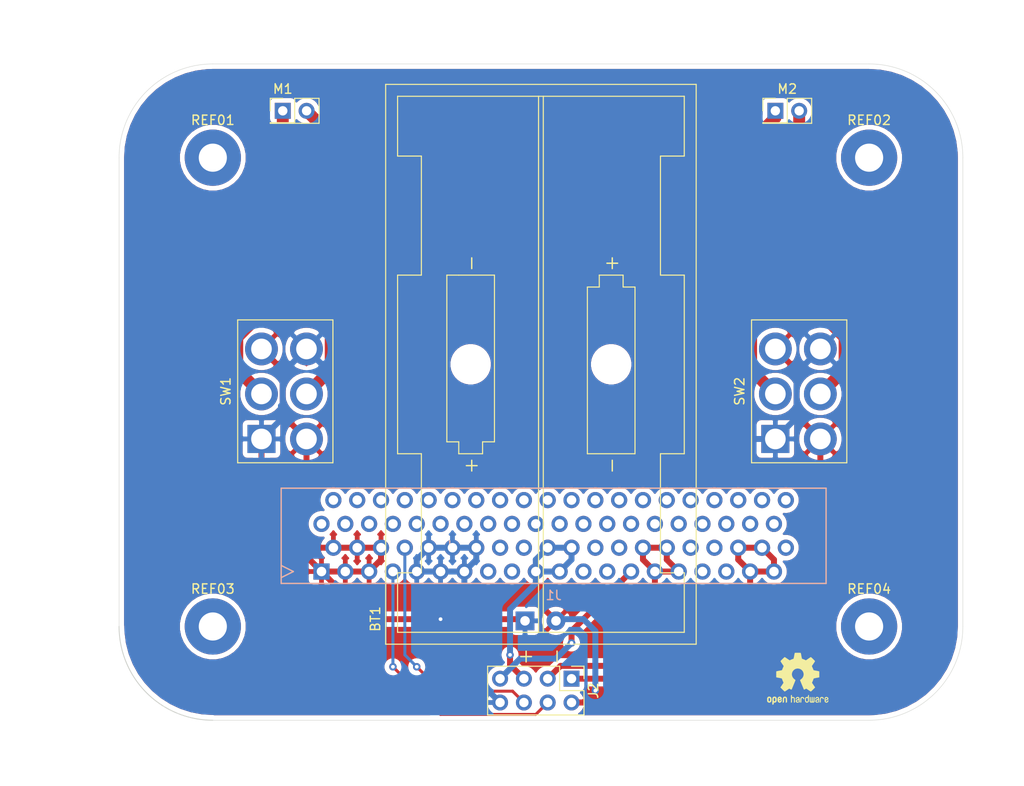
<source format=kicad_pcb>
(kicad_pcb (version 20171130) (host pcbnew 5.1.6-c6e7f7d~86~ubuntu18.04.1)

  (general
    (thickness 1.6)
    (drawings 9)
    (tracks 140)
    (zones 0)
    (modules 12)
    (nets 66)
  )

  (page A4)
  (layers
    (0 F.Cu signal)
    (31 B.Cu signal)
    (32 B.Adhes user)
    (33 F.Adhes user)
    (34 B.Paste user)
    (35 F.Paste user)
    (36 B.SilkS user)
    (37 F.SilkS user)
    (38 B.Mask user)
    (39 F.Mask user)
    (40 Dwgs.User user)
    (41 Cmts.User user)
    (42 Eco1.User user)
    (43 Eco2.User user)
    (44 Edge.Cuts user)
    (45 Margin user)
    (46 B.CrtYd user)
    (47 F.CrtYd user)
    (48 B.Fab user)
    (49 F.Fab user)
  )

  (setup
    (last_trace_width 0.635)
    (user_trace_width 0.3175)
    (trace_clearance 0.2)
    (zone_clearance 0.508)
    (zone_45_only no)
    (trace_min 0.2)
    (via_size 0.8)
    (via_drill 0.4)
    (via_min_size 0.4)
    (via_min_drill 0.3)
    (uvia_size 0.3)
    (uvia_drill 0.1)
    (uvias_allowed no)
    (uvia_min_size 0.2)
    (uvia_min_drill 0.1)
    (edge_width 0.05)
    (segment_width 0.2)
    (pcb_text_width 0.3)
    (pcb_text_size 1.5 1.5)
    (mod_edge_width 0.12)
    (mod_text_size 1 1)
    (mod_text_width 0.15)
    (pad_size 1.524 1.524)
    (pad_drill 0.762)
    (pad_to_mask_clearance 0.05)
    (aux_axis_origin 0 0)
    (visible_elements FFFFFF7F)
    (pcbplotparams
      (layerselection 0x010f0_ffffffff)
      (usegerberextensions false)
      (usegerberattributes true)
      (usegerberadvancedattributes true)
      (creategerberjobfile true)
      (excludeedgelayer true)
      (linewidth 0.100000)
      (plotframeref false)
      (viasonmask false)
      (mode 1)
      (useauxorigin false)
      (hpglpennumber 1)
      (hpglpenspeed 20)
      (hpglpendiameter 15.000000)
      (psnegative false)
      (psa4output false)
      (plotreference true)
      (plotvalue true)
      (plotinvisibletext false)
      (padsonsilk false)
      (subtractmaskfromsilk false)
      (outputformat 1)
      (mirror false)
      (drillshape 0)
      (scaleselection 1)
      (outputdirectory "gerber2/"))
  )

  (net 0 "")
  (net 1 +3V0)
  (net 2 GND)
  (net 3 "Net-(M1-Pad1)")
  (net 4 "Net-(M1-Pad2)")
  (net 5 "Net-(M2-Pad2)")
  (net 6 "Net-(M2-Pad1)")
  (net 7 "Net-(J1-Pad42)")
  (net 8 "Net-(J1-Pad40)")
  (net 9 "Net-(J1-Pad38)")
  (net 10 "Net-(J1-Pad36)")
  (net 11 "Net-(J1-Pad34)")
  (net 12 "Net-(J1-Pad32)")
  (net 13 "Net-(J1-Pad30)")
  (net 14 "Net-(J1-Pad28)")
  (net 15 "Net-(J1-Pad26)")
  (net 16 "Net-(J1-Pad24)")
  (net 17 "Net-(J1-Pad22)")
  (net 18 "Net-(J1-Pad20)")
  (net 19 "Net-(J1-Pad18)")
  (net 20 "Net-(J1-Pad16)")
  (net 21 "Net-(J1-Pad14)")
  (net 22 "Net-(J1-Pad12)")
  (net 23 "Net-(J1-Pad10)")
  (net 24 "Net-(J1-Pad8)")
  (net 25 "Net-(J1-Pad6)")
  (net 26 "Net-(J1-Pad15)")
  (net 27 "Net-(J1-Pad31)")
  (net 28 "Net-(J1-Pad35)")
  (net 29 "Net-(J1-Pad13)")
  (net 30 "Net-(J1-Pad29)")
  (net 31 "Net-(J1-Pad33)")
  (net 32 "Net-(J1-Pad37)")
  (net 33 "Net-(J1-Pad2)")
  (net 34 "Net-(J1-Pad4)")
  (net 35 "Net-(J1-Pad44)")
  (net 36 "Net-(J1-Pad69)")
  (net 37 "Net-(J1-Pad65)")
  (net 38 "Net-(J1-Pad53)")
  (net 39 "Net-(J1-Pad49)")
  (net 40 "Net-(J1-Pad45)")
  (net 41 "Net-(J1-Pad79)")
  (net 42 "Net-(J1-Pad71)")
  (net 43 "Net-(J1-Pad67)")
  (net 44 "Net-(J1-Pad63)")
  (net 45 "Net-(J1-Pad55)")
  (net 46 "Net-(J1-Pad51)")
  (net 47 "Net-(J1-Pad47)")
  (net 48 "Net-(J1-Pad46)")
  (net 49 "Net-(J1-Pad48)")
  (net 50 "Net-(J1-Pad50)")
  (net 51 "Net-(J1-Pad52)")
  (net 52 "Net-(J1-Pad54)")
  (net 53 "Net-(J1-Pad56)")
  (net 54 "Net-(J1-Pad58)")
  (net 55 "Net-(J1-Pad60)")
  (net 56 "Net-(J1-Pad62)")
  (net 57 "Net-(J1-Pad64)")
  (net 58 "Net-(J1-Pad66)")
  (net 59 "Net-(J1-Pad68)")
  (net 60 "Net-(J1-Pad70)")
  (net 61 "Net-(J1-Pad72)")
  (net 62 "Net-(J1-Pad74)")
  (net 63 "Net-(J1-Pad76)")
  (net 64 "Net-(J1-Pad78)")
  (net 65 "Net-(J1-Pad80)")

  (net_class Default "This is the default net class."
    (clearance 0.2)
    (trace_width 0.635)
    (via_dia 0.8)
    (via_drill 0.4)
    (uvia_dia 0.3)
    (uvia_drill 0.1)
    (add_net +3V0)
    (add_net GND)
    (add_net "Net-(J1-Pad10)")
    (add_net "Net-(J1-Pad12)")
    (add_net "Net-(J1-Pad13)")
    (add_net "Net-(J1-Pad14)")
    (add_net "Net-(J1-Pad15)")
    (add_net "Net-(J1-Pad16)")
    (add_net "Net-(J1-Pad18)")
    (add_net "Net-(J1-Pad2)")
    (add_net "Net-(J1-Pad20)")
    (add_net "Net-(J1-Pad22)")
    (add_net "Net-(J1-Pad24)")
    (add_net "Net-(J1-Pad26)")
    (add_net "Net-(J1-Pad28)")
    (add_net "Net-(J1-Pad29)")
    (add_net "Net-(J1-Pad30)")
    (add_net "Net-(J1-Pad31)")
    (add_net "Net-(J1-Pad32)")
    (add_net "Net-(J1-Pad33)")
    (add_net "Net-(J1-Pad34)")
    (add_net "Net-(J1-Pad35)")
    (add_net "Net-(J1-Pad36)")
    (add_net "Net-(J1-Pad37)")
    (add_net "Net-(J1-Pad38)")
    (add_net "Net-(J1-Pad4)")
    (add_net "Net-(J1-Pad40)")
    (add_net "Net-(J1-Pad42)")
    (add_net "Net-(J1-Pad44)")
    (add_net "Net-(J1-Pad45)")
    (add_net "Net-(J1-Pad46)")
    (add_net "Net-(J1-Pad47)")
    (add_net "Net-(J1-Pad48)")
    (add_net "Net-(J1-Pad49)")
    (add_net "Net-(J1-Pad50)")
    (add_net "Net-(J1-Pad51)")
    (add_net "Net-(J1-Pad52)")
    (add_net "Net-(J1-Pad53)")
    (add_net "Net-(J1-Pad54)")
    (add_net "Net-(J1-Pad55)")
    (add_net "Net-(J1-Pad56)")
    (add_net "Net-(J1-Pad58)")
    (add_net "Net-(J1-Pad6)")
    (add_net "Net-(J1-Pad60)")
    (add_net "Net-(J1-Pad62)")
    (add_net "Net-(J1-Pad63)")
    (add_net "Net-(J1-Pad64)")
    (add_net "Net-(J1-Pad65)")
    (add_net "Net-(J1-Pad66)")
    (add_net "Net-(J1-Pad67)")
    (add_net "Net-(J1-Pad68)")
    (add_net "Net-(J1-Pad69)")
    (add_net "Net-(J1-Pad70)")
    (add_net "Net-(J1-Pad71)")
    (add_net "Net-(J1-Pad72)")
    (add_net "Net-(J1-Pad74)")
    (add_net "Net-(J1-Pad76)")
    (add_net "Net-(J1-Pad78)")
    (add_net "Net-(J1-Pad79)")
    (add_net "Net-(J1-Pad8)")
    (add_net "Net-(J1-Pad80)")
    (add_net "Net-(M1-Pad1)")
    (add_net "Net-(M1-Pad2)")
    (add_net "Net-(M2-Pad1)")
    (add_net "Net-(M2-Pad2)")
  )

  (net_class Default2 ""
    (clearance 0.2)
    (trace_width 0.3175)
    (via_dia 0.8)
    (via_drill 0.4)
    (uvia_dia 0.3)
    (uvia_drill 0.1)
  )

  (module Connector_PinHeader_2.54mm:PinHeader_2x04_P2.54mm_Vertical (layer F.Cu) (tedit 59FED5CC) (tstamp 5ED41C74)
    (at 101.6 119.38 270)
    (descr "Through hole straight pin header, 2x04, 2.54mm pitch, double rows")
    (tags "Through hole pin header THT 2x04 2.54mm double row")
    (path /5ED5C96B)
    (fp_text reference J2 (at 1.27 -2.33 90) (layer F.SilkS)
      (effects (font (size 1 1) (thickness 0.15)))
    )
    (fp_text value Conn_02x04_Top_Bottom (at 1.27 9.95 90) (layer F.Fab)
      (effects (font (size 1 1) (thickness 0.15)))
    )
    (fp_line (start 4.35 -1.8) (end -1.8 -1.8) (layer F.CrtYd) (width 0.05))
    (fp_line (start 4.35 9.4) (end 4.35 -1.8) (layer F.CrtYd) (width 0.05))
    (fp_line (start -1.8 9.4) (end 4.35 9.4) (layer F.CrtYd) (width 0.05))
    (fp_line (start -1.8 -1.8) (end -1.8 9.4) (layer F.CrtYd) (width 0.05))
    (fp_line (start -1.33 -1.33) (end 0 -1.33) (layer F.SilkS) (width 0.12))
    (fp_line (start -1.33 0) (end -1.33 -1.33) (layer F.SilkS) (width 0.12))
    (fp_line (start 1.27 -1.33) (end 3.87 -1.33) (layer F.SilkS) (width 0.12))
    (fp_line (start 1.27 1.27) (end 1.27 -1.33) (layer F.SilkS) (width 0.12))
    (fp_line (start -1.33 1.27) (end 1.27 1.27) (layer F.SilkS) (width 0.12))
    (fp_line (start 3.87 -1.33) (end 3.87 8.95) (layer F.SilkS) (width 0.12))
    (fp_line (start -1.33 1.27) (end -1.33 8.95) (layer F.SilkS) (width 0.12))
    (fp_line (start -1.33 8.95) (end 3.87 8.95) (layer F.SilkS) (width 0.12))
    (fp_line (start -1.27 0) (end 0 -1.27) (layer F.Fab) (width 0.1))
    (fp_line (start -1.27 8.89) (end -1.27 0) (layer F.Fab) (width 0.1))
    (fp_line (start 3.81 8.89) (end -1.27 8.89) (layer F.Fab) (width 0.1))
    (fp_line (start 3.81 -1.27) (end 3.81 8.89) (layer F.Fab) (width 0.1))
    (fp_line (start 0 -1.27) (end 3.81 -1.27) (layer F.Fab) (width 0.1))
    (fp_text user %R (at 1.27 3.81) (layer F.Fab)
      (effects (font (size 1 1) (thickness 0.15)))
    )
    (pad 8 thru_hole oval (at 2.54 7.62 270) (size 1.7 1.7) (drill 1) (layers *.Cu *.Mask)
      (net 1 +3V0))
    (pad 7 thru_hole oval (at 0 7.62 270) (size 1.7 1.7) (drill 1) (layers *.Cu *.Mask)
      (net 38 "Net-(J1-Pad53)"))
    (pad 6 thru_hole oval (at 2.54 5.08 270) (size 1.7 1.7) (drill 1) (layers *.Cu *.Mask)
      (net 26 "Net-(J1-Pad15)"))
    (pad 5 thru_hole oval (at 0 5.08 270) (size 1.7 1.7) (drill 1) (layers *.Cu *.Mask)
      (net 32 "Net-(J1-Pad37)"))
    (pad 4 thru_hole oval (at 2.54 2.54 270) (size 1.7 1.7) (drill 1) (layers *.Cu *.Mask)
      (net 29 "Net-(J1-Pad13)"))
    (pad 3 thru_hole oval (at 0 2.54 270) (size 1.7 1.7) (drill 1) (layers *.Cu *.Mask)
      (net 45 "Net-(J1-Pad55)"))
    (pad 2 thru_hole oval (at 2.54 0 270) (size 1.7 1.7) (drill 1) (layers *.Cu *.Mask)
      (net 2 GND))
    (pad 1 thru_hole rect (at 0 0 270) (size 1.7 1.7) (drill 1) (layers *.Cu *.Mask)
      (net 42 "Net-(J1-Pad71)"))
    (model ${KISYS3DMOD}/Connector_PinHeader_2.54mm.3dshapes/PinHeader_2x04_P2.54mm_Vertical.wrl
      (at (xyz 0 0 0))
      (scale (xyz 1 1 1))
      (rotate (xyz 0 0 0))
    )
  )

  (module Connectors_4UCON:4UCON_17909_02x401.27mm_Vertical (layer B.Cu) (tedit 58F39FBE) (tstamp 5ED4126E)
    (at 74.93 107.95)
    (descr "BBC micro:bit vertical edge connector")
    (tags "bbc microbit edge connector vertical")
    (path /5ED3C6A2)
    (fp_text reference J1 (at 24.765 2.54) (layer B.SilkS)
      (effects (font (size 1 1) (thickness 0.15)) (justify mirror))
    )
    (fp_text value microbit_edge_connector (at 24.8 -10.5) (layer B.Fab)
      (effects (font (size 1 1) (thickness 0.15)) (justify mirror))
    )
    (fp_line (start 13.68 -2.73) (end 13.68 -3.28) (layer B.SilkS) (width 0.15))
    (fp_line (start 53.82 1.27) (end 53.82 -8.89) (layer B.SilkS) (width 0.15))
    (fp_line (start -4.3 1.27) (end 53.82 1.27) (layer B.SilkS) (width 0.15))
    (fp_line (start -4.3 -8.89) (end -4.3 1.27) (layer B.SilkS) (width 0.15))
    (fp_line (start 53.82 -8.89) (end -4.3 -8.89) (layer B.SilkS) (width 0.15))
    (fp_line (start -3 0) (end -4.27 -0.635) (layer B.SilkS) (width 0.15))
    (fp_line (start -4.27 0.635) (end -3 0) (layer B.SilkS) (width 0.15))
    (fp_line (start 53.82 1.27) (end -4.3 1.27) (layer B.CrtYd) (width 0.05))
    (fp_line (start 53.82 -8.89) (end 53.82 1.27) (layer B.CrtYd) (width 0.05))
    (fp_line (start -4.3 -8.89) (end 53.82 -8.89) (layer B.CrtYd) (width 0.05))
    (fp_line (start -4.3 1.27) (end -4.3 -8.89) (layer B.CrtYd) (width 0.05))
    (fp_line (start -3.69 0.63) (end 53.21 0.63) (layer B.Fab) (width 0.1))
    (fp_line (start 53.21 0.63) (end 53.21 -8.25) (layer B.Fab) (width 0.1))
    (fp_line (start 53.21 -8.25) (end -3.69 -8.25) (layer B.Fab) (width 0.1))
    (fp_line (start -3.69 -8.25) (end -3.69 0.63) (layer B.Fab) (width 0.1))
    (fp_line (start -3.68 0.62) (end -2.28 -0.08) (layer B.Fab) (width 0.1))
    (fp_line (start -2.27 -0.09) (end -3.67 -0.79) (layer B.Fab) (width 0.1))
    (fp_text user %R (at 24.765 -3.81) (layer B.Fab)
      (effects (font (size 1 1) (thickness 0.15)) (justify mirror))
    )
    (pad 42 thru_hole oval (at 25.4 -5.08) (size 1.7272 1.7272) (drill 1.016) (layers *.Cu *.Mask)
      (net 7 "Net-(J1-Pad42)"))
    (pad 40 thru_hole oval (at 24.13 -7.62) (size 1.7272 1.7272) (drill 1.016) (layers *.Cu *.Mask)
      (net 8 "Net-(J1-Pad40)"))
    (pad 38 thru_hole oval (at 22.86 -5.08) (size 1.7272 1.7272) (drill 1.016) (layers *.Cu *.Mask)
      (net 9 "Net-(J1-Pad38)"))
    (pad 36 thru_hole oval (at 21.59 -7.62) (size 1.7272 1.7272) (drill 1.016) (layers *.Cu *.Mask)
      (net 10 "Net-(J1-Pad36)"))
    (pad 34 thru_hole oval (at 20.32 -5.08) (size 1.7272 1.7272) (drill 1.016) (layers *.Cu *.Mask)
      (net 11 "Net-(J1-Pad34)"))
    (pad 32 thru_hole oval (at 19.05 -7.62) (size 1.7272 1.7272) (drill 1.016) (layers *.Cu *.Mask)
      (net 12 "Net-(J1-Pad32)"))
    (pad 30 thru_hole oval (at 17.78 -5.08) (size 1.7272 1.7272) (drill 1.016) (layers *.Cu *.Mask)
      (net 13 "Net-(J1-Pad30)"))
    (pad 28 thru_hole oval (at 16.51 -7.62) (size 1.7272 1.7272) (drill 1.016) (layers *.Cu *.Mask)
      (net 14 "Net-(J1-Pad28)"))
    (pad 26 thru_hole oval (at 15.24 -5.08) (size 1.7272 1.7272) (drill 1.016) (layers *.Cu *.Mask)
      (net 15 "Net-(J1-Pad26)"))
    (pad 24 thru_hole oval (at 13.97 -7.62) (size 1.7272 1.7272) (drill 1.016) (layers *.Cu *.Mask)
      (net 16 "Net-(J1-Pad24)"))
    (pad 22 thru_hole oval (at 12.7 -5.08) (size 1.7272 1.7272) (drill 1.016) (layers *.Cu *.Mask)
      (net 17 "Net-(J1-Pad22)"))
    (pad 20 thru_hole oval (at 11.43 -7.62) (size 1.7272 1.7272) (drill 1.016) (layers *.Cu *.Mask)
      (net 18 "Net-(J1-Pad20)"))
    (pad 18 thru_hole oval (at 10.16 -5.08) (size 1.7272 1.7272) (drill 1.016) (layers *.Cu *.Mask)
      (net 19 "Net-(J1-Pad18)"))
    (pad 16 thru_hole oval (at 8.89 -7.62) (size 1.7272 1.7272) (drill 1.016) (layers *.Cu *.Mask)
      (net 20 "Net-(J1-Pad16)"))
    (pad 14 thru_hole oval (at 7.62 -5.08) (size 1.7272 1.7272) (drill 1.016) (layers *.Cu *.Mask)
      (net 21 "Net-(J1-Pad14)"))
    (pad 12 thru_hole oval (at 6.35 -7.62) (size 1.7272 1.7272) (drill 1.016) (layers *.Cu *.Mask)
      (net 22 "Net-(J1-Pad12)"))
    (pad 10 thru_hole oval (at 5.08 -5.08) (size 1.7272 1.7272) (drill 1.016) (layers *.Cu *.Mask)
      (net 23 "Net-(J1-Pad10)"))
    (pad 8 thru_hole oval (at 3.81 -7.62) (size 1.7272 1.7272) (drill 1.016) (layers *.Cu *.Mask)
      (net 24 "Net-(J1-Pad8)"))
    (pad 6 thru_hole oval (at 2.54 -5.08) (size 1.7272 1.7272) (drill 1.016) (layers *.Cu *.Mask)
      (net 25 "Net-(J1-Pad6)"))
    (pad 1 thru_hole rect (at 0 0) (size 1.7272 1.7272) (drill 1.016) (layers *.Cu *.Mask)
      (net 2 GND))
    (pad 3 thru_hole oval (at 1.27 -2.54) (size 1.7272 1.7272) (drill 1.016) (layers *.Cu *.Mask)
      (net 2 GND))
    (pad 7 thru_hole oval (at 3.81 -2.54) (size 1.7272 1.7272) (drill 1.016) (layers *.Cu *.Mask)
      (net 2 GND))
    (pad 11 thru_hole oval (at 6.35 -2.54) (size 1.7272 1.7272) (drill 1.016) (layers *.Cu *.Mask)
      (net 2 GND))
    (pad 15 thru_hole oval (at 8.89 -2.54) (size 1.7272 1.7272) (drill 1.016) (layers *.Cu *.Mask)
      (net 26 "Net-(J1-Pad15)"))
    (pad 19 thru_hole oval (at 11.43 -2.54) (size 1.7272 1.7272) (drill 1.016) (layers *.Cu *.Mask)
      (net 1 +3V0))
    (pad 23 thru_hole oval (at 13.97 -2.54) (size 1.7272 1.7272) (drill 1.016) (layers *.Cu *.Mask)
      (net 1 +3V0))
    (pad 27 thru_hole oval (at 16.51 -2.54) (size 1.7272 1.7272) (drill 1.016) (layers *.Cu *.Mask)
      (net 1 +3V0))
    (pad 31 thru_hole oval (at 19.05 -2.54) (size 1.7272 1.7272) (drill 1.016) (layers *.Cu *.Mask)
      (net 27 "Net-(J1-Pad31)"))
    (pad 35 thru_hole oval (at 21.59 -2.54) (size 1.7272 1.7272) (drill 1.016) (layers *.Cu *.Mask)
      (net 28 "Net-(J1-Pad35)"))
    (pad 39 thru_hole oval (at 24.13 -2.54) (size 1.7272 1.7272) (drill 1.016) (layers *.Cu *.Mask)
      (net 32 "Net-(J1-Pad37)"))
    (pad 5 thru_hole oval (at 2.54 0) (size 1.7272 1.7272) (drill 1.016) (layers *.Cu *.Mask)
      (net 2 GND))
    (pad 9 thru_hole oval (at 5.08 0) (size 1.7272 1.7272) (drill 1.016) (layers *.Cu *.Mask)
      (net 2 GND))
    (pad 13 thru_hole oval (at 7.62 0) (size 1.7272 1.7272) (drill 1.016) (layers *.Cu *.Mask)
      (net 29 "Net-(J1-Pad13)"))
    (pad 17 thru_hole oval (at 10.16 0) (size 1.7272 1.7272) (drill 1.016) (layers *.Cu *.Mask)
      (net 1 +3V0))
    (pad 21 thru_hole oval (at 12.7 0) (size 1.7272 1.7272) (drill 1.016) (layers *.Cu *.Mask)
      (net 1 +3V0))
    (pad 25 thru_hole oval (at 15.24 0) (size 1.7272 1.7272) (drill 1.016) (layers *.Cu *.Mask)
      (net 1 +3V0))
    (pad 29 thru_hole oval (at 17.78 0) (size 1.7272 1.7272) (drill 1.016) (layers *.Cu *.Mask)
      (net 30 "Net-(J1-Pad29)"))
    (pad 33 thru_hole oval (at 20.32 0) (size 1.7272 1.7272) (drill 1.016) (layers *.Cu *.Mask)
      (net 31 "Net-(J1-Pad33)"))
    (pad 37 thru_hole oval (at 22.86 0) (size 1.7272 1.7272) (drill 1.016) (layers *.Cu *.Mask)
      (net 32 "Net-(J1-Pad37)"))
    (pad 41 thru_hole oval (at 25.4 0) (size 1.7272 1.7272) (drill 1.016) (layers *.Cu *.Mask)
      (net 32 "Net-(J1-Pad37)"))
    (pad 2 thru_hole oval (at 0 -5.08) (size 1.7272 1.7272) (drill 1.016) (layers *.Cu *.Mask)
      (net 33 "Net-(J1-Pad2)"))
    (pad 4 thru_hole oval (at 1.27 -7.62) (size 1.7272 1.7272) (drill 1.016) (layers *.Cu *.Mask)
      (net 34 "Net-(J1-Pad4)"))
    (pad 44 thru_hole oval (at 26.67 -7.62) (size 1.7272 1.7272) (drill 1.016) (layers *.Cu *.Mask)
      (net 35 "Net-(J1-Pad44)"))
    (pad 77 thru_hole oval (at 48.26 0) (size 1.7272 1.7272) (drill 1.016) (layers *.Cu *.Mask)
      (net 42 "Net-(J1-Pad71)"))
    (pad 73 thru_hole oval (at 45.72 0) (size 1.7272 1.7272) (drill 1.016) (layers *.Cu *.Mask)
      (net 42 "Net-(J1-Pad71)"))
    (pad 69 thru_hole oval (at 43.18 0) (size 1.7272 1.7272) (drill 1.016) (layers *.Cu *.Mask)
      (net 36 "Net-(J1-Pad69)"))
    (pad 65 thru_hole oval (at 40.64 0) (size 1.7272 1.7272) (drill 1.016) (layers *.Cu *.Mask)
      (net 37 "Net-(J1-Pad65)"))
    (pad 61 thru_hole oval (at 38.1 0) (size 1.7272 1.7272) (drill 1.016) (layers *.Cu *.Mask)
      (net 45 "Net-(J1-Pad55)"))
    (pad 57 thru_hole oval (at 35.56 0) (size 1.7272 1.7272) (drill 1.016) (layers *.Cu *.Mask)
      (net 45 "Net-(J1-Pad55)"))
    (pad 53 thru_hole oval (at 33.02 0) (size 1.7272 1.7272) (drill 1.016) (layers *.Cu *.Mask)
      (net 38 "Net-(J1-Pad53)"))
    (pad 49 thru_hole oval (at 30.48 0) (size 1.7272 1.7272) (drill 1.016) (layers *.Cu *.Mask)
      (net 39 "Net-(J1-Pad49)"))
    (pad 45 thru_hole oval (at 27.94 0) (size 1.7272 1.7272) (drill 1.016) (layers *.Cu *.Mask)
      (net 40 "Net-(J1-Pad45)"))
    (pad 79 thru_hole oval (at 49.53 -2.54) (size 1.7272 1.7272) (drill 1.016) (layers *.Cu *.Mask)
      (net 41 "Net-(J1-Pad79)"))
    (pad 75 thru_hole oval (at 46.99 -2.54) (size 1.7272 1.7272) (drill 1.016) (layers *.Cu *.Mask)
      (net 42 "Net-(J1-Pad71)"))
    (pad 71 thru_hole oval (at 44.45 -2.54) (size 1.7272 1.7272) (drill 1.016) (layers *.Cu *.Mask)
      (net 42 "Net-(J1-Pad71)"))
    (pad 67 thru_hole oval (at 41.91 -2.54) (size 1.7272 1.7272) (drill 1.016) (layers *.Cu *.Mask)
      (net 43 "Net-(J1-Pad67)"))
    (pad 63 thru_hole oval (at 39.37 -2.54) (size 1.7272 1.7272) (drill 1.016) (layers *.Cu *.Mask)
      (net 44 "Net-(J1-Pad63)"))
    (pad 59 thru_hole oval (at 36.83 -2.54) (size 1.7272 1.7272) (drill 1.016) (layers *.Cu *.Mask)
      (net 45 "Net-(J1-Pad55)"))
    (pad 55 thru_hole oval (at 34.29 -2.54) (size 1.7272 1.7272) (drill 1.016) (layers *.Cu *.Mask)
      (net 45 "Net-(J1-Pad55)"))
    (pad 51 thru_hole oval (at 31.75 -2.54) (size 1.7272 1.7272) (drill 1.016) (layers *.Cu *.Mask)
      (net 46 "Net-(J1-Pad51)"))
    (pad 47 thru_hole oval (at 29.21 -2.54) (size 1.7272 1.7272) (drill 1.016) (layers *.Cu *.Mask)
      (net 47 "Net-(J1-Pad47)"))
    (pad 43 thru_hole oval (at 26.67 -2.54) (size 1.7272 1.7272) (drill 1.016) (layers *.Cu *.Mask)
      (net 32 "Net-(J1-Pad37)"))
    (pad 46 thru_hole oval (at 27.94 -5.08) (size 1.7272 1.7272) (drill 1.016) (layers *.Cu *.Mask)
      (net 48 "Net-(J1-Pad46)"))
    (pad 48 thru_hole oval (at 29.21 -7.62) (size 1.7272 1.7272) (drill 1.016) (layers *.Cu *.Mask)
      (net 49 "Net-(J1-Pad48)"))
    (pad 50 thru_hole oval (at 30.48 -5.08) (size 1.7272 1.7272) (drill 1.016) (layers *.Cu *.Mask)
      (net 50 "Net-(J1-Pad50)"))
    (pad 52 thru_hole oval (at 31.75 -7.62) (size 1.7272 1.7272) (drill 1.016) (layers *.Cu *.Mask)
      (net 51 "Net-(J1-Pad52)"))
    (pad 54 thru_hole oval (at 33.02 -5.08) (size 1.7272 1.7272) (drill 1.016) (layers *.Cu *.Mask)
      (net 52 "Net-(J1-Pad54)"))
    (pad 56 thru_hole oval (at 34.29 -7.62) (size 1.7272 1.7272) (drill 1.016) (layers *.Cu *.Mask)
      (net 53 "Net-(J1-Pad56)"))
    (pad 58 thru_hole oval (at 35.56 -5.08) (size 1.7272 1.7272) (drill 1.016) (layers *.Cu *.Mask)
      (net 54 "Net-(J1-Pad58)"))
    (pad 60 thru_hole oval (at 36.83 -7.62) (size 1.7272 1.7272) (drill 1.016) (layers *.Cu *.Mask)
      (net 55 "Net-(J1-Pad60)"))
    (pad 62 thru_hole oval (at 38.1 -5.08) (size 1.7272 1.7272) (drill 1.016) (layers *.Cu *.Mask)
      (net 56 "Net-(J1-Pad62)"))
    (pad 64 thru_hole oval (at 39.37 -7.62) (size 1.7272 1.7272) (drill 1.016) (layers *.Cu *.Mask)
      (net 57 "Net-(J1-Pad64)"))
    (pad 66 thru_hole oval (at 40.64 -5.08) (size 1.7272 1.7272) (drill 1.016) (layers *.Cu *.Mask)
      (net 58 "Net-(J1-Pad66)"))
    (pad 68 thru_hole oval (at 41.91 -7.62) (size 1.7272 1.7272) (drill 1.016) (layers *.Cu *.Mask)
      (net 59 "Net-(J1-Pad68)"))
    (pad 70 thru_hole oval (at 43.18 -5.08) (size 1.7272 1.7272) (drill 1.016) (layers *.Cu *.Mask)
      (net 60 "Net-(J1-Pad70)"))
    (pad 72 thru_hole oval (at 44.45 -7.62) (size 1.7272 1.7272) (drill 1.016) (layers *.Cu *.Mask)
      (net 61 "Net-(J1-Pad72)"))
    (pad 74 thru_hole oval (at 45.72 -5.08) (size 1.7272 1.7272) (drill 1.016) (layers *.Cu *.Mask)
      (net 62 "Net-(J1-Pad74)"))
    (pad 76 thru_hole oval (at 46.99 -7.62) (size 1.7272 1.7272) (drill 1.016) (layers *.Cu *.Mask)
      (net 63 "Net-(J1-Pad76)"))
    (pad 78 thru_hole oval (at 48.26 -5.08) (size 1.7272 1.7272) (drill 1.016) (layers *.Cu *.Mask)
      (net 64 "Net-(J1-Pad78)"))
    (pad 80 thru_hole oval (at 49.53 -7.62) (size 1.7272 1.7272) (drill 1.016) (layers *.Cu *.Mask)
      (net 65 "Net-(J1-Pad80)"))
    (model ${KISYS3DMOD}/Connectors_4UCON.3dshapes/4UCON_17909_02x401.27mm_Vertical.wrl
      (at (xyz 0 0 0))
      (scale (xyz 1 1 1))
      (rotate (xyz 0 0 0))
    )
  )

  (module Symbol:OSHW-Logo2_7.3x6mm_SilkScreen (layer F.Cu) (tedit 0) (tstamp 5ED3C27B)
    (at 125.73 119.38)
    (descr "Open Source Hardware Symbol")
    (tags "Logo Symbol OSHW")
    (attr virtual)
    (fp_text reference REF** (at 0 0) (layer F.SilkS) hide
      (effects (font (size 1 1) (thickness 0.15)))
    )
    (fp_text value OSHW-Logo2_7.3x6mm_SilkScreen (at 0.75 0) (layer F.Fab) hide
      (effects (font (size 1 1) (thickness 0.15)))
    )
    (fp_poly (pts (xy 0.10391 -2.757652) (xy 0.182454 -2.757222) (xy 0.239298 -2.756058) (xy 0.278105 -2.753793)
      (xy 0.302538 -2.75006) (xy 0.316262 -2.744494) (xy 0.32294 -2.736727) (xy 0.326236 -2.726395)
      (xy 0.326556 -2.725057) (xy 0.331562 -2.700921) (xy 0.340829 -2.653299) (xy 0.353392 -2.587259)
      (xy 0.368287 -2.507872) (xy 0.384551 -2.420204) (xy 0.385119 -2.417125) (xy 0.40141 -2.331211)
      (xy 0.416652 -2.255304) (xy 0.429861 -2.193955) (xy 0.440054 -2.151718) (xy 0.446248 -2.133145)
      (xy 0.446543 -2.132816) (xy 0.464788 -2.123747) (xy 0.502405 -2.108633) (xy 0.551271 -2.090738)
      (xy 0.551543 -2.090642) (xy 0.613093 -2.067507) (xy 0.685657 -2.038035) (xy 0.754057 -2.008403)
      (xy 0.757294 -2.006938) (xy 0.868702 -1.956374) (xy 1.115399 -2.12484) (xy 1.191077 -2.176197)
      (xy 1.259631 -2.222111) (xy 1.317088 -2.25997) (xy 1.359476 -2.287163) (xy 1.382825 -2.301079)
      (xy 1.385042 -2.302111) (xy 1.40201 -2.297516) (xy 1.433701 -2.275345) (xy 1.481352 -2.234553)
      (xy 1.546198 -2.174095) (xy 1.612397 -2.109773) (xy 1.676214 -2.046388) (xy 1.733329 -1.988549)
      (xy 1.780305 -1.939825) (xy 1.813703 -1.90379) (xy 1.830085 -1.884016) (xy 1.830694 -1.882998)
      (xy 1.832505 -1.869428) (xy 1.825683 -1.847267) (xy 1.80854 -1.813522) (xy 1.779393 -1.7652)
      (xy 1.736555 -1.699308) (xy 1.679448 -1.614483) (xy 1.628766 -1.539823) (xy 1.583461 -1.47286)
      (xy 1.54615 -1.417484) (xy 1.519452 -1.37758) (xy 1.505985 -1.357038) (xy 1.505137 -1.355644)
      (xy 1.506781 -1.335962) (xy 1.519245 -1.297707) (xy 1.540048 -1.248111) (xy 1.547462 -1.232272)
      (xy 1.579814 -1.16171) (xy 1.614328 -1.081647) (xy 1.642365 -1.012371) (xy 1.662568 -0.960955)
      (xy 1.678615 -0.921881) (xy 1.687888 -0.901459) (xy 1.689041 -0.899886) (xy 1.706096 -0.897279)
      (xy 1.746298 -0.890137) (xy 1.804302 -0.879477) (xy 1.874763 -0.866315) (xy 1.952335 -0.851667)
      (xy 2.031672 -0.836551) (xy 2.107431 -0.821982) (xy 2.174264 -0.808978) (xy 2.226828 -0.798555)
      (xy 2.259776 -0.79173) (xy 2.267857 -0.789801) (xy 2.276205 -0.785038) (xy 2.282506 -0.774282)
      (xy 2.287045 -0.753902) (xy 2.290104 -0.720266) (xy 2.291967 -0.669745) (xy 2.292918 -0.598708)
      (xy 2.29324 -0.503524) (xy 2.293257 -0.464508) (xy 2.293257 -0.147201) (xy 2.217057 -0.132161)
      (xy 2.174663 -0.124005) (xy 2.1114 -0.112101) (xy 2.034962 -0.097884) (xy 1.953043 -0.08279)
      (xy 1.9304 -0.078645) (xy 1.854806 -0.063947) (xy 1.788953 -0.049495) (xy 1.738366 -0.036625)
      (xy 1.708574 -0.026678) (xy 1.703612 -0.023713) (xy 1.691426 -0.002717) (xy 1.673953 0.037967)
      (xy 1.654577 0.090322) (xy 1.650734 0.1016) (xy 1.625339 0.171523) (xy 1.593817 0.250418)
      (xy 1.562969 0.321266) (xy 1.562817 0.321595) (xy 1.511447 0.432733) (xy 1.680399 0.681253)
      (xy 1.849352 0.929772) (xy 1.632429 1.147058) (xy 1.566819 1.211726) (xy 1.506979 1.268733)
      (xy 1.456267 1.315033) (xy 1.418046 1.347584) (xy 1.395675 1.363343) (xy 1.392466 1.364343)
      (xy 1.373626 1.356469) (xy 1.33518 1.334578) (xy 1.28133 1.301267) (xy 1.216276 1.259131)
      (xy 1.14594 1.211943) (xy 1.074555 1.16381) (xy 1.010908 1.121928) (xy 0.959041 1.088871)
      (xy 0.922995 1.067218) (xy 0.906867 1.059543) (xy 0.887189 1.066037) (xy 0.849875 1.08315)
      (xy 0.802621 1.107326) (xy 0.797612 1.110013) (xy 0.733977 1.141927) (xy 0.690341 1.157579)
      (xy 0.663202 1.157745) (xy 0.649057 1.143204) (xy 0.648975 1.143) (xy 0.641905 1.125779)
      (xy 0.625042 1.084899) (xy 0.599695 1.023525) (xy 0.567171 0.944819) (xy 0.528778 0.851947)
      (xy 0.485822 0.748072) (xy 0.444222 0.647502) (xy 0.398504 0.536516) (xy 0.356526 0.433703)
      (xy 0.319548 0.342215) (xy 0.288827 0.265201) (xy 0.265622 0.205815) (xy 0.25119 0.167209)
      (xy 0.246743 0.1528) (xy 0.257896 0.136272) (xy 0.287069 0.10993) (xy 0.325971 0.080887)
      (xy 0.436757 -0.010961) (xy 0.523351 -0.116241) (xy 0.584716 -0.232734) (xy 0.619815 -0.358224)
      (xy 0.627608 -0.490493) (xy 0.621943 -0.551543) (xy 0.591078 -0.678205) (xy 0.53792 -0.790059)
      (xy 0.465767 -0.885999) (xy 0.377917 -0.964924) (xy 0.277665 -1.02573) (xy 0.16831 -1.067313)
      (xy 0.053147 -1.088572) (xy -0.064525 -1.088401) (xy -0.18141 -1.065699) (xy -0.294211 -1.019362)
      (xy -0.399631 -0.948287) (xy -0.443632 -0.908089) (xy -0.528021 -0.804871) (xy -0.586778 -0.692075)
      (xy -0.620296 -0.57299) (xy -0.628965 -0.450905) (xy -0.613177 -0.329107) (xy -0.573322 -0.210884)
      (xy -0.509793 -0.099525) (xy -0.422979 0.001684) (xy -0.325971 0.080887) (xy -0.285563 0.111162)
      (xy -0.257018 0.137219) (xy -0.246743 0.152825) (xy -0.252123 0.169843) (xy -0.267425 0.2105)
      (xy -0.291388 0.271642) (xy -0.322756 0.350119) (xy -0.360268 0.44278) (xy -0.402667 0.546472)
      (xy -0.444337 0.647526) (xy -0.49031 0.758607) (xy -0.532893 0.861541) (xy -0.570779 0.953165)
      (xy -0.60266 1.030316) (xy -0.627229 1.089831) (xy -0.64318 1.128544) (xy -0.64909 1.143)
      (xy -0.663052 1.157685) (xy -0.69006 1.157642) (xy -0.733587 1.142099) (xy -0.79711 1.110284)
      (xy -0.797612 1.110013) (xy -0.84544 1.085323) (xy -0.884103 1.067338) (xy -0.905905 1.059614)
      (xy -0.906867 1.059543) (xy -0.923279 1.067378) (xy -0.959513 1.089165) (xy -1.011526 1.122328)
      (xy -1.075275 1.164291) (xy -1.14594 1.211943) (xy -1.217884 1.260191) (xy -1.282726 1.302151)
      (xy -1.336265 1.335227) (xy -1.374303 1.356821) (xy -1.392467 1.364343) (xy -1.409192 1.354457)
      (xy -1.44282 1.326826) (xy -1.48999 1.284495) (xy -1.547342 1.230505) (xy -1.611516 1.167899)
      (xy -1.632503 1.146983) (xy -1.849501 0.929623) (xy -1.684332 0.68722) (xy -1.634136 0.612781)
      (xy -1.590081 0.545972) (xy -1.554638 0.490665) (xy -1.530281 0.450729) (xy -1.519478 0.430036)
      (xy -1.519162 0.428563) (xy -1.524857 0.409058) (xy -1.540174 0.369822) (xy -1.562463 0.31743)
      (xy -1.578107 0.282355) (xy -1.607359 0.215201) (xy -1.634906 0.147358) (xy -1.656263 0.090034)
      (xy -1.662065 0.072572) (xy -1.678548 0.025938) (xy -1.69466 -0.010095) (xy -1.70351 -0.023713)
      (xy -1.72304 -0.032048) (xy -1.765666 -0.043863) (xy -1.825855 -0.057819) (xy -1.898078 -0.072578)
      (xy -1.9304 -0.078645) (xy -2.012478 -0.093727) (xy -2.091205 -0.108331) (xy -2.158891 -0.12102)
      (xy -2.20784 -0.130358) (xy -2.217057 -0.132161) (xy -2.293257 -0.147201) (xy -2.293257 -0.464508)
      (xy -2.293086 -0.568846) (xy -2.292384 -0.647787) (xy -2.290866 -0.704962) (xy -2.288251 -0.744001)
      (xy -2.284254 -0.768535) (xy -2.278591 -0.782195) (xy -2.27098 -0.788611) (xy -2.267857 -0.789801)
      (xy -2.249022 -0.79402) (xy -2.207412 -0.802438) (xy -2.14837 -0.814039) (xy -2.077243 -0.827805)
      (xy -1.999375 -0.84272) (xy -1.920113 -0.857768) (xy -1.844802 -0.871931) (xy -1.778787 -0.884194)
      (xy -1.727413 -0.893539) (xy -1.696025 -0.89895) (xy -1.689041 -0.899886) (xy -1.682715 -0.912404)
      (xy -1.66871 -0.945754) (xy -1.649645 -0.993623) (xy -1.642366 -1.012371) (xy -1.613004 -1.084805)
      (xy -1.578429 -1.16483) (xy -1.547463 -1.232272) (xy -1.524677 -1.283841) (xy -1.509518 -1.326215)
      (xy -1.504458 -1.352166) (xy -1.505264 -1.355644) (xy -1.515959 -1.372064) (xy -1.54038 -1.408583)
      (xy -1.575905 -1.461313) (xy -1.619913 -1.526365) (xy -1.669783 -1.599849) (xy -1.679644 -1.614355)
      (xy -1.737508 -1.700296) (xy -1.780044 -1.765739) (xy -1.808946 -1.813696) (xy -1.82591 -1.84718)
      (xy -1.832633 -1.869205) (xy -1.83081 -1.882783) (xy -1.830764 -1.882869) (xy -1.816414 -1.900703)
      (xy -1.784677 -1.935183) (xy -1.73899 -1.982732) (xy -1.682796 -2.039778) (xy -1.619532 -2.102745)
      (xy -1.612398 -2.109773) (xy -1.53267 -2.18698) (xy -1.471143 -2.24367) (xy -1.426579 -2.28089)
      (xy -1.397743 -2.299685) (xy -1.385042 -2.302111) (xy -1.366506 -2.291529) (xy -1.328039 -2.267084)
      (xy -1.273614 -2.231388) (xy -1.207202 -2.187053) (xy -1.132775 -2.136689) (xy -1.115399 -2.12484)
      (xy -0.868703 -1.956374) (xy -0.757294 -2.006938) (xy -0.689543 -2.036405) (xy -0.616817 -2.066041)
      (xy -0.554297 -2.08967) (xy -0.551543 -2.090642) (xy -0.50264 -2.108543) (xy -0.464943 -2.12368)
      (xy -0.446575 -2.13279) (xy -0.446544 -2.132816) (xy -0.440715 -2.149283) (xy -0.430808 -2.189781)
      (xy -0.417805 -2.249758) (xy -0.402691 -2.32466) (xy -0.386448 -2.409936) (xy -0.385119 -2.417125)
      (xy -0.368825 -2.504986) (xy -0.353867 -2.58474) (xy -0.341209 -2.651319) (xy -0.331814 -2.699653)
      (xy -0.326646 -2.724675) (xy -0.326556 -2.725057) (xy -0.323411 -2.735701) (xy -0.317296 -2.743738)
      (xy -0.304547 -2.749533) (xy -0.2815 -2.753453) (xy -0.244491 -2.755865) (xy -0.189856 -2.757135)
      (xy -0.113933 -2.757629) (xy -0.013056 -2.757714) (xy 0 -2.757714) (xy 0.10391 -2.757652)) (layer F.SilkS) (width 0.01))
    (fp_poly (pts (xy 3.153595 1.966966) (xy 3.211021 2.004497) (xy 3.238719 2.038096) (xy 3.260662 2.099064)
      (xy 3.262405 2.147308) (xy 3.258457 2.211816) (xy 3.109686 2.276934) (xy 3.037349 2.310202)
      (xy 2.990084 2.336964) (xy 2.965507 2.360144) (xy 2.961237 2.382667) (xy 2.974889 2.407455)
      (xy 2.989943 2.423886) (xy 3.033746 2.450235) (xy 3.081389 2.452081) (xy 3.125145 2.431546)
      (xy 3.157289 2.390752) (xy 3.163038 2.376347) (xy 3.190576 2.331356) (xy 3.222258 2.312182)
      (xy 3.265714 2.295779) (xy 3.265714 2.357966) (xy 3.261872 2.400283) (xy 3.246823 2.435969)
      (xy 3.21528 2.476943) (xy 3.210592 2.482267) (xy 3.175506 2.51872) (xy 3.145347 2.538283)
      (xy 3.107615 2.547283) (xy 3.076335 2.55023) (xy 3.020385 2.550965) (xy 2.980555 2.54166)
      (xy 2.955708 2.527846) (xy 2.916656 2.497467) (xy 2.889625 2.464613) (xy 2.872517 2.423294)
      (xy 2.863238 2.367521) (xy 2.859693 2.291305) (xy 2.85941 2.252622) (xy 2.860372 2.206247)
      (xy 2.948007 2.206247) (xy 2.949023 2.231126) (xy 2.951556 2.2352) (xy 2.968274 2.229665)
      (xy 3.004249 2.215017) (xy 3.052331 2.19419) (xy 3.062386 2.189714) (xy 3.123152 2.158814)
      (xy 3.156632 2.131657) (xy 3.16399 2.10622) (xy 3.146391 2.080481) (xy 3.131856 2.069109)
      (xy 3.07941 2.046364) (xy 3.030322 2.050122) (xy 2.989227 2.077884) (xy 2.960758 2.127152)
      (xy 2.951631 2.166257) (xy 2.948007 2.206247) (xy 2.860372 2.206247) (xy 2.861285 2.162249)
      (xy 2.868196 2.095384) (xy 2.881884 2.046695) (xy 2.904096 2.010849) (xy 2.936574 1.982513)
      (xy 2.950733 1.973355) (xy 3.015053 1.949507) (xy 3.085473 1.948006) (xy 3.153595 1.966966)) (layer F.SilkS) (width 0.01))
    (fp_poly (pts (xy 2.6526 1.958752) (xy 2.669948 1.966334) (xy 2.711356 1.999128) (xy 2.746765 2.046547)
      (xy 2.768664 2.097151) (xy 2.772229 2.122098) (xy 2.760279 2.156927) (xy 2.734067 2.175357)
      (xy 2.705964 2.186516) (xy 2.693095 2.188572) (xy 2.686829 2.173649) (xy 2.674456 2.141175)
      (xy 2.669028 2.126502) (xy 2.63859 2.075744) (xy 2.59452 2.050427) (xy 2.53801 2.051206)
      (xy 2.533825 2.052203) (xy 2.503655 2.066507) (xy 2.481476 2.094393) (xy 2.466327 2.139287)
      (xy 2.45725 2.204615) (xy 2.453286 2.293804) (xy 2.452914 2.341261) (xy 2.45273 2.416071)
      (xy 2.451522 2.467069) (xy 2.448309 2.499471) (xy 2.442109 2.518495) (xy 2.43194 2.529356)
      (xy 2.416819 2.537272) (xy 2.415946 2.53767) (xy 2.386828 2.549981) (xy 2.372403 2.554514)
      (xy 2.370186 2.540809) (xy 2.368289 2.502925) (xy 2.366847 2.445715) (xy 2.365998 2.374027)
      (xy 2.365829 2.321565) (xy 2.366692 2.220047) (xy 2.37007 2.143032) (xy 2.377142 2.086023)
      (xy 2.389088 2.044526) (xy 2.40709 2.014043) (xy 2.432327 1.99008) (xy 2.457247 1.973355)
      (xy 2.517171 1.951097) (xy 2.586911 1.946076) (xy 2.6526 1.958752)) (layer F.SilkS) (width 0.01))
    (fp_poly (pts (xy 2.144876 1.956335) (xy 2.186667 1.975344) (xy 2.219469 1.998378) (xy 2.243503 2.024133)
      (xy 2.260097 2.057358) (xy 2.270577 2.1028) (xy 2.276271 2.165207) (xy 2.278507 2.249327)
      (xy 2.278743 2.304721) (xy 2.278743 2.520826) (xy 2.241774 2.53767) (xy 2.212656 2.549981)
      (xy 2.198231 2.554514) (xy 2.195472 2.541025) (xy 2.193282 2.504653) (xy 2.191942 2.451542)
      (xy 2.191657 2.409372) (xy 2.190434 2.348447) (xy 2.187136 2.300115) (xy 2.182321 2.270518)
      (xy 2.178496 2.264229) (xy 2.152783 2.270652) (xy 2.112418 2.287125) (xy 2.065679 2.309458)
      (xy 2.020845 2.333457) (xy 1.986193 2.35493) (xy 1.970002 2.369685) (xy 1.969938 2.369845)
      (xy 1.97133 2.397152) (xy 1.983818 2.423219) (xy 2.005743 2.444392) (xy 2.037743 2.451474)
      (xy 2.065092 2.450649) (xy 2.103826 2.450042) (xy 2.124158 2.459116) (xy 2.136369 2.483092)
      (xy 2.137909 2.487613) (xy 2.143203 2.521806) (xy 2.129047 2.542568) (xy 2.092148 2.552462)
      (xy 2.052289 2.554292) (xy 1.980562 2.540727) (xy 1.943432 2.521355) (xy 1.897576 2.475845)
      (xy 1.873256 2.419983) (xy 1.871073 2.360957) (xy 1.891629 2.305953) (xy 1.922549 2.271486)
      (xy 1.95342 2.252189) (xy 2.001942 2.227759) (xy 2.058485 2.202985) (xy 2.06791 2.199199)
      (xy 2.130019 2.171791) (xy 2.165822 2.147634) (xy 2.177337 2.123619) (xy 2.16658 2.096635)
      (xy 2.148114 2.075543) (xy 2.104469 2.049572) (xy 2.056446 2.047624) (xy 2.012406 2.067637)
      (xy 1.980709 2.107551) (xy 1.976549 2.117848) (xy 1.952327 2.155724) (xy 1.916965 2.183842)
      (xy 1.872343 2.206917) (xy 1.872343 2.141485) (xy 1.874969 2.101506) (xy 1.88623 2.069997)
      (xy 1.911199 2.036378) (xy 1.935169 2.010484) (xy 1.972441 1.973817) (xy 2.001401 1.954121)
      (xy 2.032505 1.94622) (xy 2.067713 1.944914) (xy 2.144876 1.956335)) (layer F.SilkS) (width 0.01))
    (fp_poly (pts (xy 1.779833 1.958663) (xy 1.782048 1.99685) (xy 1.783784 2.054886) (xy 1.784899 2.12818)
      (xy 1.785257 2.205055) (xy 1.785257 2.465196) (xy 1.739326 2.511127) (xy 1.707675 2.539429)
      (xy 1.67989 2.550893) (xy 1.641915 2.550168) (xy 1.62684 2.548321) (xy 1.579726 2.542948)
      (xy 1.540756 2.539869) (xy 1.531257 2.539585) (xy 1.499233 2.541445) (xy 1.453432 2.546114)
      (xy 1.435674 2.548321) (xy 1.392057 2.551735) (xy 1.362745 2.54432) (xy 1.33368 2.521427)
      (xy 1.323188 2.511127) (xy 1.277257 2.465196) (xy 1.277257 1.978602) (xy 1.314226 1.961758)
      (xy 1.346059 1.949282) (xy 1.364683 1.944914) (xy 1.369458 1.958718) (xy 1.373921 1.997286)
      (xy 1.377775 2.056356) (xy 1.380722 2.131663) (xy 1.382143 2.195286) (xy 1.386114 2.445657)
      (xy 1.420759 2.450556) (xy 1.452268 2.447131) (xy 1.467708 2.436041) (xy 1.472023 2.415308)
      (xy 1.475708 2.371145) (xy 1.478469 2.309146) (xy 1.480012 2.234909) (xy 1.480235 2.196706)
      (xy 1.480457 1.976783) (xy 1.526166 1.960849) (xy 1.558518 1.950015) (xy 1.576115 1.944962)
      (xy 1.576623 1.944914) (xy 1.578388 1.958648) (xy 1.580329 1.99673) (xy 1.582282 2.054482)
      (xy 1.584084 2.127227) (xy 1.585343 2.195286) (xy 1.589314 2.445657) (xy 1.6764 2.445657)
      (xy 1.680396 2.21724) (xy 1.684392 1.988822) (xy 1.726847 1.966868) (xy 1.758192 1.951793)
      (xy 1.776744 1.944951) (xy 1.777279 1.944914) (xy 1.779833 1.958663)) (layer F.SilkS) (width 0.01))
    (fp_poly (pts (xy 1.190117 2.065358) (xy 1.189933 2.173837) (xy 1.189219 2.257287) (xy 1.187675 2.319704)
      (xy 1.185001 2.365085) (xy 1.180894 2.397429) (xy 1.175055 2.420733) (xy 1.167182 2.438995)
      (xy 1.161221 2.449418) (xy 1.111855 2.505945) (xy 1.049264 2.541377) (xy 0.980013 2.55409)
      (xy 0.910668 2.542463) (xy 0.869375 2.521568) (xy 0.826025 2.485422) (xy 0.796481 2.441276)
      (xy 0.778655 2.383462) (xy 0.770463 2.306313) (xy 0.769302 2.249714) (xy 0.769458 2.245647)
      (xy 0.870857 2.245647) (xy 0.871476 2.31055) (xy 0.874314 2.353514) (xy 0.88084 2.381622)
      (xy 0.892523 2.401953) (xy 0.906483 2.417288) (xy 0.953365 2.44689) (xy 1.003701 2.449419)
      (xy 1.051276 2.424705) (xy 1.054979 2.421356) (xy 1.070783 2.403935) (xy 1.080693 2.383209)
      (xy 1.086058 2.352362) (xy 1.088228 2.304577) (xy 1.088571 2.251748) (xy 1.087827 2.185381)
      (xy 1.084748 2.141106) (xy 1.078061 2.112009) (xy 1.066496 2.091173) (xy 1.057013 2.080107)
      (xy 1.01296 2.052198) (xy 0.962224 2.048843) (xy 0.913796 2.070159) (xy 0.90445 2.078073)
      (xy 0.88854 2.095647) (xy 0.87861 2.116587) (xy 0.873278 2.147782) (xy 0.871163 2.196122)
      (xy 0.870857 2.245647) (xy 0.769458 2.245647) (xy 0.77281 2.158568) (xy 0.784726 2.090086)
      (xy 0.807135 2.0386) (xy 0.842124 1.998443) (xy 0.869375 1.977861) (xy 0.918907 1.955625)
      (xy 0.976316 1.945304) (xy 1.029682 1.948067) (xy 1.059543 1.959212) (xy 1.071261 1.962383)
      (xy 1.079037 1.950557) (xy 1.084465 1.918866) (xy 1.088571 1.870593) (xy 1.093067 1.816829)
      (xy 1.099313 1.784482) (xy 1.110676 1.765985) (xy 1.130528 1.75377) (xy 1.143 1.748362)
      (xy 1.190171 1.728601) (xy 1.190117 2.065358)) (layer F.SilkS) (width 0.01))
    (fp_poly (pts (xy 0.529926 1.949755) (xy 0.595858 1.974084) (xy 0.649273 2.017117) (xy 0.670164 2.047409)
      (xy 0.692939 2.102994) (xy 0.692466 2.143186) (xy 0.668562 2.170217) (xy 0.659717 2.174813)
      (xy 0.62153 2.189144) (xy 0.602028 2.185472) (xy 0.595422 2.161407) (xy 0.595086 2.148114)
      (xy 0.582992 2.09921) (xy 0.551471 2.064999) (xy 0.507659 2.048476) (xy 0.458695 2.052634)
      (xy 0.418894 2.074227) (xy 0.40545 2.086544) (xy 0.395921 2.101487) (xy 0.389485 2.124075)
      (xy 0.385317 2.159328) (xy 0.382597 2.212266) (xy 0.380502 2.287907) (xy 0.37996 2.311857)
      (xy 0.377981 2.39379) (xy 0.375731 2.451455) (xy 0.372357 2.489608) (xy 0.367006 2.513004)
      (xy 0.358824 2.526398) (xy 0.346959 2.534545) (xy 0.339362 2.538144) (xy 0.307102 2.550452)
      (xy 0.288111 2.554514) (xy 0.281836 2.540948) (xy 0.278006 2.499934) (xy 0.2766 2.430999)
      (xy 0.277598 2.333669) (xy 0.277908 2.318657) (xy 0.280101 2.229859) (xy 0.282693 2.165019)
      (xy 0.286382 2.119067) (xy 0.291864 2.086935) (xy 0.299835 2.063553) (xy 0.310993 2.043852)
      (xy 0.31683 2.03541) (xy 0.350296 1.998057) (xy 0.387727 1.969003) (xy 0.392309 1.966467)
      (xy 0.459426 1.946443) (xy 0.529926 1.949755)) (layer F.SilkS) (width 0.01))
    (fp_poly (pts (xy 0.039744 1.950968) (xy 0.096616 1.972087) (xy 0.097267 1.972493) (xy 0.13244 1.99838)
      (xy 0.158407 2.028633) (xy 0.17667 2.068058) (xy 0.188732 2.121462) (xy 0.196096 2.193651)
      (xy 0.200264 2.289432) (xy 0.200629 2.303078) (xy 0.205876 2.508842) (xy 0.161716 2.531678)
      (xy 0.129763 2.54711) (xy 0.11047 2.554423) (xy 0.109578 2.554514) (xy 0.106239 2.541022)
      (xy 0.103587 2.504626) (xy 0.101956 2.451452) (xy 0.1016 2.408393) (xy 0.101592 2.338641)
      (xy 0.098403 2.294837) (xy 0.087288 2.273944) (xy 0.063501 2.272925) (xy 0.022296 2.288741)
      (xy -0.039914 2.317815) (xy -0.085659 2.341963) (xy -0.109187 2.362913) (xy -0.116104 2.385747)
      (xy -0.116114 2.386877) (xy -0.104701 2.426212) (xy -0.070908 2.447462) (xy -0.019191 2.450539)
      (xy 0.018061 2.450006) (xy 0.037703 2.460735) (xy 0.049952 2.486505) (xy 0.057002 2.519337)
      (xy 0.046842 2.537966) (xy 0.043017 2.540632) (xy 0.007001 2.55134) (xy -0.043434 2.552856)
      (xy -0.095374 2.545759) (xy -0.132178 2.532788) (xy -0.183062 2.489585) (xy -0.211986 2.429446)
      (xy -0.217714 2.382462) (xy -0.213343 2.340082) (xy -0.197525 2.305488) (xy -0.166203 2.274763)
      (xy -0.115322 2.24399) (xy -0.040824 2.209252) (xy -0.036286 2.207288) (xy 0.030821 2.176287)
      (xy 0.072232 2.150862) (xy 0.089981 2.128014) (xy 0.086107 2.104745) (xy 0.062643 2.078056)
      (xy 0.055627 2.071914) (xy 0.00863 2.0481) (xy -0.040067 2.049103) (xy -0.082478 2.072451)
      (xy -0.110616 2.115675) (xy -0.113231 2.12416) (xy -0.138692 2.165308) (xy -0.170999 2.185128)
      (xy -0.217714 2.20477) (xy -0.217714 2.15395) (xy -0.203504 2.080082) (xy -0.161325 2.012327)
      (xy -0.139376 1.989661) (xy -0.089483 1.960569) (xy -0.026033 1.9474) (xy 0.039744 1.950968)) (layer F.SilkS) (width 0.01))
    (fp_poly (pts (xy -0.624114 1.851289) (xy -0.619861 1.910613) (xy -0.614975 1.945572) (xy -0.608205 1.96082)
      (xy -0.598298 1.961015) (xy -0.595086 1.959195) (xy -0.552356 1.946015) (xy -0.496773 1.946785)
      (xy -0.440263 1.960333) (xy -0.404918 1.977861) (xy -0.368679 2.005861) (xy -0.342187 2.037549)
      (xy -0.324001 2.077813) (xy -0.312678 2.131543) (xy -0.306778 2.203626) (xy -0.304857 2.298951)
      (xy -0.304823 2.317237) (xy -0.3048 2.522646) (xy -0.350509 2.53858) (xy -0.382973 2.54942)
      (xy -0.400785 2.554468) (xy -0.401309 2.554514) (xy -0.403063 2.540828) (xy -0.404556 2.503076)
      (xy -0.405674 2.446224) (xy -0.406303 2.375234) (xy -0.4064 2.332073) (xy -0.406602 2.246973)
      (xy -0.407642 2.185981) (xy -0.410169 2.144177) (xy -0.414836 2.116642) (xy -0.422293 2.098456)
      (xy -0.433189 2.084698) (xy -0.439993 2.078073) (xy -0.486728 2.051375) (xy -0.537728 2.049375)
      (xy -0.583999 2.071955) (xy -0.592556 2.080107) (xy -0.605107 2.095436) (xy -0.613812 2.113618)
      (xy -0.619369 2.139909) (xy -0.622474 2.179562) (xy -0.623824 2.237832) (xy -0.624114 2.318173)
      (xy -0.624114 2.522646) (xy -0.669823 2.53858) (xy -0.702287 2.54942) (xy -0.720099 2.554468)
      (xy -0.720623 2.554514) (xy -0.721963 2.540623) (xy -0.723172 2.501439) (xy -0.724199 2.4407)
      (xy -0.724998 2.362141) (xy -0.725519 2.269498) (xy -0.725714 2.166509) (xy -0.725714 1.769342)
      (xy -0.678543 1.749444) (xy -0.631371 1.729547) (xy -0.624114 1.851289)) (layer F.SilkS) (width 0.01))
    (fp_poly (pts (xy -1.831697 1.931239) (xy -1.774473 1.969735) (xy -1.730251 2.025335) (xy -1.703833 2.096086)
      (xy -1.69849 2.148162) (xy -1.699097 2.169893) (xy -1.704178 2.186531) (xy -1.718145 2.201437)
      (xy -1.745411 2.217973) (xy -1.790388 2.239498) (xy -1.857489 2.269374) (xy -1.857829 2.269524)
      (xy -1.919593 2.297813) (xy -1.970241 2.322933) (xy -2.004596 2.342179) (xy -2.017482 2.352848)
      (xy -2.017486 2.352934) (xy -2.006128 2.376166) (xy -1.979569 2.401774) (xy -1.949077 2.420221)
      (xy -1.93363 2.423886) (xy -1.891485 2.411212) (xy -1.855192 2.379471) (xy -1.837483 2.344572)
      (xy -1.820448 2.318845) (xy -1.787078 2.289546) (xy -1.747851 2.264235) (xy -1.713244 2.250471)
      (xy -1.706007 2.249714) (xy -1.697861 2.26216) (xy -1.69737 2.293972) (xy -1.703357 2.336866)
      (xy -1.714643 2.382558) (xy -1.73005 2.422761) (xy -1.730829 2.424322) (xy -1.777196 2.489062)
      (xy -1.837289 2.533097) (xy -1.905535 2.554711) (xy -1.976362 2.552185) (xy -2.044196 2.523804)
      (xy -2.047212 2.521808) (xy -2.100573 2.473448) (xy -2.13566 2.410352) (xy -2.155078 2.327387)
      (xy -2.157684 2.304078) (xy -2.162299 2.194055) (xy -2.156767 2.142748) (xy -2.017486 2.142748)
      (xy -2.015676 2.174753) (xy -2.005778 2.184093) (xy -1.981102 2.177105) (xy -1.942205 2.160587)
      (xy -1.898725 2.139881) (xy -1.897644 2.139333) (xy -1.860791 2.119949) (xy -1.846 2.107013)
      (xy -1.849647 2.093451) (xy -1.865005 2.075632) (xy -1.904077 2.049845) (xy -1.946154 2.04795)
      (xy -1.983897 2.066717) (xy -2.009966 2.102915) (xy -2.017486 2.142748) (xy -2.156767 2.142748)
      (xy -2.152806 2.106027) (xy -2.12845 2.036212) (xy -2.094544 1.987302) (xy -2.033347 1.937878)
      (xy -1.965937 1.913359) (xy -1.89712 1.911797) (xy -1.831697 1.931239)) (layer F.SilkS) (width 0.01))
    (fp_poly (pts (xy -2.958885 1.921962) (xy -2.890855 1.957733) (xy -2.840649 2.015301) (xy -2.822815 2.052312)
      (xy -2.808937 2.107882) (xy -2.801833 2.178096) (xy -2.80116 2.254727) (xy -2.806573 2.329552)
      (xy -2.81773 2.394342) (xy -2.834286 2.440873) (xy -2.839374 2.448887) (xy -2.899645 2.508707)
      (xy -2.971231 2.544535) (xy -3.048908 2.55502) (xy -3.127452 2.53881) (xy -3.149311 2.529092)
      (xy -3.191878 2.499143) (xy -3.229237 2.459433) (xy -3.232768 2.454397) (xy -3.247119 2.430124)
      (xy -3.256606 2.404178) (xy -3.26221 2.370022) (xy -3.264914 2.321119) (xy -3.265701 2.250935)
      (xy -3.265714 2.2352) (xy -3.265678 2.230192) (xy -3.120571 2.230192) (xy -3.119727 2.29643)
      (xy -3.116404 2.340386) (xy -3.109417 2.368779) (xy -3.097584 2.388325) (xy -3.091543 2.394857)
      (xy -3.056814 2.41968) (xy -3.023097 2.418548) (xy -2.989005 2.397016) (xy -2.968671 2.374029)
      (xy -2.956629 2.340478) (xy -2.949866 2.287569) (xy -2.949402 2.281399) (xy -2.948248 2.185513)
      (xy -2.960312 2.114299) (xy -2.98543 2.068194) (xy -3.02344 2.047635) (xy -3.037008 2.046514)
      (xy -3.072636 2.052152) (xy -3.097006 2.071686) (xy -3.111907 2.109042) (xy -3.119125 2.16815)
      (xy -3.120571 2.230192) (xy -3.265678 2.230192) (xy -3.265174 2.160413) (xy -3.262904 2.108159)
      (xy -3.257932 2.071949) (xy -3.249287 2.045299) (xy -3.235995 2.021722) (xy -3.233057 2.017338)
      (xy -3.183687 1.958249) (xy -3.129891 1.923947) (xy -3.064398 1.910331) (xy -3.042158 1.909665)
      (xy -2.958885 1.921962)) (layer F.SilkS) (width 0.01))
    (fp_poly (pts (xy -1.283907 1.92778) (xy -1.237328 1.954723) (xy -1.204943 1.981466) (xy -1.181258 2.009484)
      (xy -1.164941 2.043748) (xy -1.154661 2.089227) (xy -1.149086 2.150892) (xy -1.146884 2.233711)
      (xy -1.146629 2.293246) (xy -1.146629 2.512391) (xy -1.208314 2.540044) (xy -1.27 2.567697)
      (xy -1.277257 2.32767) (xy -1.280256 2.238028) (xy -1.283402 2.172962) (xy -1.287299 2.128026)
      (xy -1.292553 2.09877) (xy -1.299769 2.080748) (xy -1.30955 2.069511) (xy -1.312688 2.067079)
      (xy -1.360239 2.048083) (xy -1.408303 2.0556) (xy -1.436914 2.075543) (xy -1.448553 2.089675)
      (xy -1.456609 2.10822) (xy -1.461729 2.136334) (xy -1.464559 2.179173) (xy -1.465744 2.241895)
      (xy -1.465943 2.307261) (xy -1.465982 2.389268) (xy -1.467386 2.447316) (xy -1.472086 2.486465)
      (xy -1.482013 2.51178) (xy -1.499097 2.528323) (xy -1.525268 2.541156) (xy -1.560225 2.554491)
      (xy -1.598404 2.569007) (xy -1.593859 2.311389) (xy -1.592029 2.218519) (xy -1.589888 2.149889)
      (xy -1.586819 2.100711) (xy -1.582206 2.066198) (xy -1.575432 2.041562) (xy -1.565881 2.022016)
      (xy -1.554366 2.00477) (xy -1.49881 1.94968) (xy -1.43102 1.917822) (xy -1.357287 1.910191)
      (xy -1.283907 1.92778)) (layer F.SilkS) (width 0.01))
    (fp_poly (pts (xy -2.400256 1.919918) (xy -2.344799 1.947568) (xy -2.295852 1.99848) (xy -2.282371 2.017338)
      (xy -2.267686 2.042015) (xy -2.258158 2.068816) (xy -2.252707 2.104587) (xy -2.250253 2.156169)
      (xy -2.249714 2.224267) (xy -2.252148 2.317588) (xy -2.260606 2.387657) (xy -2.276826 2.439931)
      (xy -2.302546 2.479869) (xy -2.339503 2.512929) (xy -2.342218 2.514886) (xy -2.37864 2.534908)
      (xy -2.422498 2.544815) (xy -2.478276 2.547257) (xy -2.568952 2.547257) (xy -2.56899 2.635283)
      (xy -2.569834 2.684308) (xy -2.574976 2.713065) (xy -2.588413 2.730311) (xy -2.614142 2.744808)
      (xy -2.620321 2.747769) (xy -2.649236 2.761648) (xy -2.671624 2.770414) (xy -2.688271 2.771171)
      (xy -2.699964 2.761023) (xy -2.70749 2.737073) (xy -2.711634 2.696426) (xy -2.713185 2.636186)
      (xy -2.712929 2.553455) (xy -2.711651 2.445339) (xy -2.711252 2.413) (xy -2.709815 2.301524)
      (xy -2.708528 2.228603) (xy -2.569029 2.228603) (xy -2.568245 2.290499) (xy -2.56476 2.330997)
      (xy -2.556876 2.357708) (xy -2.542895 2.378244) (xy -2.533403 2.38826) (xy -2.494596 2.417567)
      (xy -2.460237 2.419952) (xy -2.424784 2.39575) (xy -2.423886 2.394857) (xy -2.409461 2.376153)
      (xy -2.400687 2.350732) (xy -2.396261 2.311584) (xy -2.394882 2.251697) (xy -2.394857 2.23843)
      (xy -2.398188 2.155901) (xy -2.409031 2.098691) (xy -2.42866 2.063766) (xy -2.45835 2.048094)
      (xy -2.475509 2.046514) (xy -2.516234 2.053926) (xy -2.544168 2.07833) (xy -2.560983 2.12298)
      (xy -2.56835 2.19113) (xy -2.569029 2.228603) (xy -2.708528 2.228603) (xy -2.708292 2.215245)
      (xy -2.706323 2.150333) (xy -2.70355 2.102958) (xy -2.699612 2.06929) (xy -2.694151 2.045498)
      (xy -2.686808 2.027753) (xy -2.677223 2.012224) (xy -2.673113 2.006381) (xy -2.618595 1.951185)
      (xy -2.549664 1.91989) (xy -2.469928 1.911165) (xy -2.400256 1.919918)) (layer F.SilkS) (width 0.01))
  )

  (module Connector_PinHeader_2.54mm:PinHeader_2x01_P2.54mm_Vertical (layer F.Cu) (tedit 59FED5CC) (tstamp 5ED33CA9)
    (at 70.8 58.81)
    (descr "Through hole straight pin header, 2x01, 2.54mm pitch, double rows")
    (tags "Through hole pin header THT 2x01 2.54mm double row")
    (path /5ED34125)
    (fp_text reference M1 (at 0 -2.33) (layer F.SilkS)
      (effects (font (size 1 1) (thickness 0.15)))
    )
    (fp_text value Motor_DC (at 0 2.33) (layer F.Fab)
      (effects (font (size 1 1) (thickness 0.15)))
    )
    (fp_line (start 4.35 -1.8) (end -1.8 -1.8) (layer F.CrtYd) (width 0.05))
    (fp_line (start 4.35 1.8) (end 4.35 -1.8) (layer F.CrtYd) (width 0.05))
    (fp_line (start -1.8 1.8) (end 4.35 1.8) (layer F.CrtYd) (width 0.05))
    (fp_line (start -1.8 -1.8) (end -1.8 1.8) (layer F.CrtYd) (width 0.05))
    (fp_line (start -1.33 -1.33) (end 0 -1.33) (layer F.SilkS) (width 0.12))
    (fp_line (start -1.33 0) (end -1.33 -1.33) (layer F.SilkS) (width 0.12))
    (fp_line (start 1.27 -1.33) (end 3.87 -1.33) (layer F.SilkS) (width 0.12))
    (fp_line (start 1.27 1.27) (end 1.27 -1.33) (layer F.SilkS) (width 0.12))
    (fp_line (start -1.33 1.27) (end 1.27 1.27) (layer F.SilkS) (width 0.12))
    (fp_line (start 3.87 -1.33) (end 3.87 1.33) (layer F.SilkS) (width 0.12))
    (fp_line (start -1.33 1.27) (end -1.33 1.33) (layer F.SilkS) (width 0.12))
    (fp_line (start -1.33 1.33) (end 3.87 1.33) (layer F.SilkS) (width 0.12))
    (fp_line (start -1.27 0) (end 0 -1.27) (layer F.Fab) (width 0.1))
    (fp_line (start -1.27 1.27) (end -1.27 0) (layer F.Fab) (width 0.1))
    (fp_line (start 3.81 1.27) (end -1.27 1.27) (layer F.Fab) (width 0.1))
    (fp_line (start 3.81 -1.27) (end 3.81 1.27) (layer F.Fab) (width 0.1))
    (fp_line (start 0 -1.27) (end 3.81 -1.27) (layer F.Fab) (width 0.1))
    (fp_text user %R (at 0 0 90) (layer F.Fab)
      (effects (font (size 1 1) (thickness 0.15)))
    )
    (pad 2 thru_hole oval (at 2.54 0) (size 1.7 1.7) (drill 1) (layers *.Cu *.Mask)
      (net 4 "Net-(M1-Pad2)"))
    (pad 1 thru_hole rect (at 0 0) (size 1.7 1.7) (drill 1) (layers *.Cu *.Mask)
      (net 3 "Net-(M1-Pad1)"))
    (model ${KISYS3DMOD}/Connector_PinHeader_2.54mm.3dshapes/PinHeader_2x01_P2.54mm_Vertical.wrl
      (at (xyz 0 0 0))
      (scale (xyz 1 1 1))
      (rotate (xyz 0 0 0))
    )
  )

  (module MountingHole:MountingHole_3mm_Pad (layer F.Cu) (tedit 56D1B4CB) (tstamp 5ED3985C)
    (at 63.34 63.81)
    (descr "Mounting Hole 3mm")
    (tags "mounting hole 3mm")
    (attr virtual)
    (fp_text reference REF01 (at 0 -4) (layer F.SilkS)
      (effects (font (size 1 1) (thickness 0.15)))
    )
    (fp_text value MountingHole_3mm_Pad (at 0 4) (layer F.Fab) hide
      (effects (font (size 1 1) (thickness 0.15)))
    )
    (fp_circle (center 0 0) (end 3.25 0) (layer F.CrtYd) (width 0.05))
    (fp_circle (center 0 0) (end 3 0) (layer Cmts.User) (width 0.15))
    (fp_text user %R (at 0.3 0) (layer F.Fab) hide
      (effects (font (size 1 1) (thickness 0.15)))
    )
    (pad 1 thru_hole circle (at 0 0) (size 6 6) (drill 3) (layers *.Cu *.Mask))
  )

  (module MountingHole:MountingHole_3mm_Pad (layer F.Cu) (tedit 56D1B4CB) (tstamp 5ED39837)
    (at 63.34 113.81)
    (descr "Mounting Hole 3mm")
    (tags "mounting hole 3mm")
    (attr virtual)
    (fp_text reference REF03 (at 0 -4) (layer F.SilkS)
      (effects (font (size 1 1) (thickness 0.15)))
    )
    (fp_text value MountingHole_3mm_Pad (at 0 4) (layer F.Fab) hide
      (effects (font (size 1 1) (thickness 0.15)))
    )
    (fp_circle (center 0 0) (end 3 0) (layer Cmts.User) (width 0.15))
    (fp_circle (center 0 0) (end 3.25 0) (layer F.CrtYd) (width 0.05))
    (fp_text user %R (at 0.3 0) (layer F.Fab) hide
      (effects (font (size 1 1) (thickness 0.15)))
    )
    (pad 1 thru_hole circle (at 0 0) (size 6 6) (drill 3) (layers *.Cu *.Mask))
  )

  (module MountingHole:MountingHole_3mm_Pad (layer F.Cu) (tedit 56D1B4CB) (tstamp 5ED39812)
    (at 133.34 113.81)
    (descr "Mounting Hole 3mm")
    (tags "mounting hole 3mm")
    (attr virtual)
    (fp_text reference REF04 (at 0 -4) (layer F.SilkS)
      (effects (font (size 1 1) (thickness 0.15)))
    )
    (fp_text value MountingHole_3mm_Pad (at 0 4) (layer F.Fab) hide
      (effects (font (size 1 1) (thickness 0.15)))
    )
    (fp_circle (center 0 0) (end 3.25 0) (layer F.CrtYd) (width 0.05))
    (fp_circle (center 0 0) (end 3 0) (layer Cmts.User) (width 0.15))
    (fp_text user %R (at 0.3 0) (layer F.Fab) hide
      (effects (font (size 1 1) (thickness 0.15)))
    )
    (pad 1 thru_hole circle (at 0 0) (size 6 6) (drill 3) (layers *.Cu *.Mask))
  )

  (module MountingHole:MountingHole_3mm_Pad (layer F.Cu) (tedit 56D1B4CB) (tstamp 5ED396E7)
    (at 133.34 63.81)
    (descr "Mounting Hole 3mm")
    (tags "mounting hole 3mm")
    (attr virtual)
    (fp_text reference REF02 (at 0 -4) (layer F.SilkS)
      (effects (font (size 1 1) (thickness 0.15)))
    )
    (fp_text value MountingHole_3mm_Pad (at 0 4) (layer F.Fab) hide
      (effects (font (size 1 1) (thickness 0.15)))
    )
    (fp_circle (center 0 0) (end 3 0) (layer Cmts.User) (width 0.15))
    (fp_circle (center 0 0) (end 3.25 0) (layer F.CrtYd) (width 0.05))
    (fp_text user %R (at 0.3 0) (layer F.Fab) hide
      (effects (font (size 1 1) (thickness 0.15)))
    )
    (pad 1 thru_hole circle (at 0 0) (size 6 6) (drill 3) (layers *.Cu *.Mask))
  )

  (module Connector_PinHeader_2.54mm:PinHeader_2x01_P2.54mm_Vertical (layer F.Cu) (tedit 59FED5CC) (tstamp 5ED390E0)
    (at 123.34 58.81)
    (descr "Through hole straight pin header, 2x01, 2.54mm pitch, double rows")
    (tags "Through hole pin header THT 2x01 2.54mm double row")
    (path /5ED37C46)
    (fp_text reference M2 (at 1.27 -2.33) (layer F.SilkS)
      (effects (font (size 1 1) (thickness 0.15)))
    )
    (fp_text value Motor_DC (at 1.27 2.33) (layer F.Fab)
      (effects (font (size 1 1) (thickness 0.15)))
    )
    (fp_line (start 0 -1.27) (end 3.81 -1.27) (layer F.Fab) (width 0.1))
    (fp_line (start 3.81 -1.27) (end 3.81 1.27) (layer F.Fab) (width 0.1))
    (fp_line (start 3.81 1.27) (end -1.27 1.27) (layer F.Fab) (width 0.1))
    (fp_line (start -1.27 1.27) (end -1.27 0) (layer F.Fab) (width 0.1))
    (fp_line (start -1.27 0) (end 0 -1.27) (layer F.Fab) (width 0.1))
    (fp_line (start -1.33 1.33) (end 3.87 1.33) (layer F.SilkS) (width 0.12))
    (fp_line (start -1.33 1.27) (end -1.33 1.33) (layer F.SilkS) (width 0.12))
    (fp_line (start 3.87 -1.33) (end 3.87 1.33) (layer F.SilkS) (width 0.12))
    (fp_line (start -1.33 1.27) (end 1.27 1.27) (layer F.SilkS) (width 0.12))
    (fp_line (start 1.27 1.27) (end 1.27 -1.33) (layer F.SilkS) (width 0.12))
    (fp_line (start 1.27 -1.33) (end 3.87 -1.33) (layer F.SilkS) (width 0.12))
    (fp_line (start -1.33 0) (end -1.33 -1.33) (layer F.SilkS) (width 0.12))
    (fp_line (start -1.33 -1.33) (end 0 -1.33) (layer F.SilkS) (width 0.12))
    (fp_line (start -1.8 -1.8) (end -1.8 1.8) (layer F.CrtYd) (width 0.05))
    (fp_line (start -1.8 1.8) (end 4.35 1.8) (layer F.CrtYd) (width 0.05))
    (fp_line (start 4.35 1.8) (end 4.35 -1.8) (layer F.CrtYd) (width 0.05))
    (fp_line (start 4.35 -1.8) (end -1.8 -1.8) (layer F.CrtYd) (width 0.05))
    (fp_text user %R (at 1.27 0 90) (layer F.Fab)
      (effects (font (size 1 1) (thickness 0.15)))
    )
    (pad 2 thru_hole oval (at 2.54 0) (size 1.7 1.7) (drill 1) (layers *.Cu *.Mask)
      (net 5 "Net-(M2-Pad2)"))
    (pad 1 thru_hole rect (at 0 0) (size 1.7 1.7) (drill 1) (layers *.Cu *.Mask)
      (net 6 "Net-(M2-Pad1)"))
    (model ${KISYS3DMOD}/Connector_PinHeader_2.54mm.3dshapes/PinHeader_2x01_P2.54mm_Vertical.wrl
      (at (xyz 0 0 0))
      (scale (xyz 1 1 1))
      (rotate (xyz 0 0 0))
    )
  )

  (module footprint_mod:BatteryHolder_myfoot_2xAA (layer F.Cu) (tedit 5ED351AE) (tstamp 5ED3BC80)
    (at 98.34 85.81 90)
    (descr "2xAA cell battery holder, Keystone P/N 2462, https://www.keyelco.com/product-pdf.cfm?p=1027")
    (tags "AA battery cell holder")
    (path /5ED3A3F2)
    (fp_text reference BT1 (at -27.2 -17.66 270) (layer F.SilkS)
      (effects (font (size 1 1) (thickness 0.15)))
    )
    (fp_text value Battery (at -0.035 1.215 90) (layer F.Fab)
      (effects (font (size 1 1) (thickness 0.15)))
    )
    (fp_line (start -29.79 -16.465) (end 29.72 -16.465) (layer F.Fab) (width 0.1))
    (fp_line (start -29.79 16.455) (end 29.72 16.455) (layer F.Fab) (width 0.1))
    (fp_line (start 29.72 16.455) (end 29.72 -16.465) (layer F.Fab) (width 0.1))
    (fp_line (start -29.79 16.455) (end -29.79 -16.465) (layer F.Fab) (width 0.1))
    (fp_line (start 22.175 15.285) (end 22.175 12.745) (layer F.SilkS) (width 0.12))
    (fp_line (start 28.55 15.285) (end 22.175 15.285) (layer F.SilkS) (width 0.12))
    (fp_line (start 28.55 -15.295) (end 28.55 15.285) (layer F.SilkS) (width 0.12))
    (fp_line (start 22.175 -15.295) (end 22.175 -12.755) (layer F.SilkS) (width 0.12))
    (fp_line (start 28.55 -15.295) (end 22.175 -15.295) (layer F.SilkS) (width 0.12))
    (fp_line (start -22.275 12.745) (end -9.575 12.745) (layer F.SilkS) (width 0.12))
    (fp_line (start -22.275 15.285) (end -22.275 12.745) (layer F.SilkS) (width 0.12))
    (fp_line (start -28.62 15.285) (end -22.275 15.285) (layer F.SilkS) (width 0.12))
    (fp_line (start -28.62 -15.295) (end -28.62 15.285) (layer F.SilkS) (width 0.12))
    (fp_line (start -22.275 -15.295) (end -28.62 -15.295) (layer F.SilkS) (width 0.12))
    (fp_line (start -22.275 -12.755) (end -22.275 -15.295) (layer F.SilkS) (width 0.12))
    (fp_line (start -22.275 -12.755) (end -9.575 -12.755) (layer F.SilkS) (width 0.12))
    (fp_line (start 22.175 12.745) (end 9.475 12.745) (layer F.SilkS) (width 0.12))
    (fp_line (start -9.575 -15.295) (end -9.575 -12.755) (layer F.SilkS) (width 0.12))
    (fp_line (start 9.475 -15.295) (end -9.575 -15.295) (layer F.SilkS) (width 0.12))
    (fp_line (start 9.475 -12.755) (end 9.475 -15.295) (layer F.SilkS) (width 0.12))
    (fp_line (start 22.175 -12.755) (end 9.475 -12.755) (layer F.SilkS) (width 0.12))
    (fp_line (start 9.475 15.285) (end 9.475 12.745) (layer F.SilkS) (width 0.12))
    (fp_line (start -9.575 15.285) (end 9.475 15.285) (layer F.SilkS) (width 0.12))
    (fp_line (start -9.575 12.745) (end -9.575 15.285) (layer F.SilkS) (width 0.12))
    (fp_line (start 28.55 0.249) (end -28.62 0.249) (layer F.SilkS) (width 0.12))
    (fp_line (start -28.62 -0.259) (end 28.55 -0.259) (layer F.SilkS) (width 0.12))
    (fp_line (start 9.475 -10.04) (end 9.475 -8.77) (layer F.SilkS) (width 0.12))
    (fp_line (start -8.305 -10.04) (end 9.475 -10.04) (layer F.SilkS) (width 0.12))
    (fp_line (start -8.305 -8.77) (end -8.305 -10.04) (layer F.SilkS) (width 0.12))
    (fp_line (start -9.575 -8.77) (end -8.305 -8.77) (layer F.SilkS) (width 0.12))
    (fp_line (start -9.575 -6.23) (end -9.575 -8.77) (layer F.SilkS) (width 0.12))
    (fp_line (start -8.305 -6.23) (end -9.575 -6.23) (layer F.SilkS) (width 0.12))
    (fp_line (start -8.305 -4.96) (end -8.305 -6.23) (layer F.SilkS) (width 0.12))
    (fp_line (start 9.475 -4.96) (end -8.305 -4.96) (layer F.SilkS) (width 0.12))
    (fp_line (start 9.475 -8.77) (end 9.475 -4.96) (layer F.SilkS) (width 0.12))
    (fp_line (start 8.205 10.03) (end -9.575 10.03) (layer F.SilkS) (width 0.12))
    (fp_line (start 8.205 8.76) (end 8.205 10.03) (layer F.SilkS) (width 0.12))
    (fp_line (start 9.475 8.76) (end 8.205 8.76) (layer F.SilkS) (width 0.12))
    (fp_line (start 9.475 6.22) (end 9.475 8.76) (layer F.SilkS) (width 0.12))
    (fp_line (start 8.205 6.22) (end 9.475 6.22) (layer F.SilkS) (width 0.12))
    (fp_line (start 8.205 4.95) (end 8.205 6.22) (layer F.SilkS) (width 0.12))
    (fp_line (start -9.575 4.95) (end 8.205 4.95) (layer F.SilkS) (width 0.12))
    (fp_line (start -9.575 10.03) (end -9.575 4.95) (layer F.SilkS) (width 0.12))
    (fp_line (start 29.82 -16.565) (end -29.89 -16.565) (layer F.SilkS) (width 0.12))
    (fp_line (start -29.89 -16.565) (end -29.89 16.555) (layer F.SilkS) (width 0.12))
    (fp_line (start -29.89 16.555) (end 29.82 16.555) (layer F.SilkS) (width 0.12))
    (fp_line (start 29.82 16.555) (end 29.82 -16.565) (layer F.SilkS) (width 0.12))
    (fp_line (start 29.97 -16.72) (end -30.04 -16.72) (layer F.CrtYd) (width 0.05))
    (fp_line (start -30.04 -16.72) (end -30.04 16.71) (layer F.CrtYd) (width 0.05))
    (fp_line (start -30.04 16.71) (end 29.97 16.71) (layer F.CrtYd) (width 0.05))
    (fp_line (start 29.97 16.71) (end 29.97 -16.72) (layer F.CrtYd) (width 0.05))
    (fp_text user - (at 10.745 -7.5 90) (layer F.SilkS)
      (effects (font (size 1.5 1.5) (thickness 0.15)))
    )
    (fp_text user + (at -10.845 -7.5 90) (layer F.SilkS)
      (effects (font (size 1.5 1.5) (thickness 0.15)))
    )
    (fp_text user %R (at -27.2 -17.66 90) (layer F.Fab)
      (effects (font (size 1 1) (thickness 0.15)))
    )
    (fp_text user + (at 10.745 7.49 90) (layer F.SilkS)
      (effects (font (size 1.5 1.5) (thickness 0.15)))
    )
    (fp_text user - (at -10.845 7.49 90) (layer F.SilkS)
      (effects (font (size 1.5 1.5) (thickness 0.15)))
    )
    (fp_text user + (at -31.21 -1.7 90) (layer F.SilkS)
      (effects (font (size 1.5 1.5) (thickness 0.15)))
    )
    (fp_text user - (at -31.2 1.6 90) (layer F.SilkS)
      (effects (font (size 1.5 1.5) (thickness 0.15)))
    )
    (pad 1 thru_hole rect (at -27.4 -1.7 90) (size 2 2) (drill 1.02) (layers *.Cu *.Mask)
      (net 1 +3V0))
    (pad 2 thru_hole circle (at -27.4 1.6 90) (size 2 2) (drill 1.02) (layers *.Cu *.Mask)
      (net 2 GND))
    (pad "" np_thru_hole circle (at -0.035 7.49 90) (size 3.3 3.3) (drill 3.3) (layers *.Cu *.Mask))
    (pad "" np_thru_hole circle (at -0.035 -7.5 90) (size 3.3 3.3) (drill 3.3) (layers *.Cu *.Mask))
    (model ${KISYS3DMOD}/Battery.3dshapes/BatteryHolder_Keystone_2462_2xAA.wrl
      (at (xyz 0 0 0))
      (scale (xyz 1 1 1))
      (rotate (xyz 0 0 0))
    )
  )

  (module miyama_dpdt:toggle_sw_THT (layer F.Cu) (tedit 5ED34D77) (tstamp 5ED3BCC1)
    (at 68.53 93.81 90)
    (descr "E-Switch sub miniature slide switch, EG series, DPDT, http://spec_sheets.e-switch.com/specs/P040047.pdf")
    (tags "switch DPDT")
    (path /5ED327CB)
    (fp_text reference SW1 (at 5.08 -3.81 90) (layer F.SilkS)
      (effects (font (size 1 1) (thickness 0.15)))
    )
    (fp_text value SW_Push_DPDT (at 5.08 8.89 90) (layer F.Fab)
      (effects (font (size 1 1) (thickness 0.15)))
    )
    (fp_line (start -2.54 7.62) (end -2.54 -2.54) (layer F.CrtYd) (width 0.05))
    (fp_line (start 12.7 7.62) (end -2.54 7.62) (layer F.CrtYd) (width 0.05))
    (fp_line (start 12.7 -2.54) (end 12.7 7.62) (layer F.CrtYd) (width 0.05))
    (fp_line (start -2.54 -2.54) (end 12.7 -2.54) (layer F.CrtYd) (width 0.05))
    (fp_line (start -2.54 -2.54) (end -2.54 7.62) (layer F.SilkS) (width 0.12))
    (fp_line (start -2.54 7.62) (end 12.7 7.62) (layer F.SilkS) (width 0.12))
    (fp_line (start 12.7 7.62) (end 12.7 -2.54) (layer F.SilkS) (width 0.12))
    (fp_line (start 12.7 -2.54) (end -2.54 -2.54) (layer F.SilkS) (width 0.12))
    (fp_text user %R (at 5.08 -3.81 90) (layer F.Fab)
      (effects (font (size 1 1) (thickness 0.15)))
    )
    (pad 1 thru_hole rect (at 0 0 90) (size 3 3) (drill 2.2) (layers *.Cu *.Mask)
      (net 1 +3V0))
    (pad 2 thru_hole circle (at 4.8 0 90) (size 3.5 3.5) (drill 2.2) (layers *.Cu *.Mask)
      (net 3 "Net-(M1-Pad1)"))
    (pad 3 thru_hole circle (at 9.6 0 90) (size 3.5 3.5) (drill 2.2) (layers *.Cu *.Mask)
      (net 2 GND))
    (pad 4 thru_hole circle (at 0 4.8 90) (size 3.5 3.5) (drill 2.2) (layers *.Cu *.Mask)
      (net 2 GND))
    (pad 5 thru_hole circle (at 4.8 4.8 90) (size 3.5 3.5) (drill 2.2) (layers *.Cu *.Mask)
      (net 4 "Net-(M1-Pad2)"))
    (pad 6 thru_hole circle (at 9.6 4.8 90) (size 3.5 3.5) (drill 2.2) (layers *.Cu *.Mask)
      (net 1 +3V0))
    (model ${KISYS3DMOD}/Button_Switch_THT.3dshapes/SW_E-Switch_EG1271_DPDT.wrl
      (at (xyz 0 0 0))
      (scale (xyz 1 1 1))
      (rotate (xyz 0 0 0))
    )
  )

  (module miyama_dpdt:toggle_sw_THT (layer F.Cu) (tedit 5ED34D77) (tstamp 5ED3BCD3)
    (at 123.34 93.81 90)
    (descr "E-Switch sub miniature slide switch, EG series, DPDT, http://spec_sheets.e-switch.com/specs/P040047.pdf")
    (tags "switch DPDT")
    (path /5ED37C2A)
    (fp_text reference SW2 (at 5.08 -3.81 90) (layer F.SilkS)
      (effects (font (size 1 1) (thickness 0.15)))
    )
    (fp_text value SW_Push_DPDT (at 5.08 8.89 90) (layer F.Fab)
      (effects (font (size 1 1) (thickness 0.15)))
    )
    (fp_line (start 12.7 -2.54) (end -2.54 -2.54) (layer F.SilkS) (width 0.12))
    (fp_line (start 12.7 7.62) (end 12.7 -2.54) (layer F.SilkS) (width 0.12))
    (fp_line (start -2.54 7.62) (end 12.7 7.62) (layer F.SilkS) (width 0.12))
    (fp_line (start -2.54 -2.54) (end -2.54 7.62) (layer F.SilkS) (width 0.12))
    (fp_line (start -2.54 -2.54) (end 12.7 -2.54) (layer F.CrtYd) (width 0.05))
    (fp_line (start 12.7 -2.54) (end 12.7 7.62) (layer F.CrtYd) (width 0.05))
    (fp_line (start 12.7 7.62) (end -2.54 7.62) (layer F.CrtYd) (width 0.05))
    (fp_line (start -2.54 7.62) (end -2.54 -2.54) (layer F.CrtYd) (width 0.05))
    (fp_text user %R (at 5.08 -3.81 90) (layer F.Fab)
      (effects (font (size 1 1) (thickness 0.15)))
    )
    (pad 6 thru_hole circle (at 9.6 4.8 90) (size 3.5 3.5) (drill 2.2) (layers *.Cu *.Mask)
      (net 1 +3V0))
    (pad 5 thru_hole circle (at 4.8 4.8 90) (size 3.5 3.5) (drill 2.2) (layers *.Cu *.Mask)
      (net 5 "Net-(M2-Pad2)"))
    (pad 4 thru_hole circle (at 0 4.8 90) (size 3.5 3.5) (drill 2.2) (layers *.Cu *.Mask)
      (net 2 GND))
    (pad 3 thru_hole circle (at 9.6 0 90) (size 3.5 3.5) (drill 2.2) (layers *.Cu *.Mask)
      (net 2 GND))
    (pad 2 thru_hole circle (at 4.8 0 90) (size 3.5 3.5) (drill 2.2) (layers *.Cu *.Mask)
      (net 6 "Net-(M2-Pad1)"))
    (pad 1 thru_hole rect (at 0 0 90) (size 3 3) (drill 2.2) (layers *.Cu *.Mask)
      (net 1 +3V0))
    (model ${KISYS3DMOD}/Button_Switch_THT.3dshapes/SW_E-Switch_EG1271_DPDT.wrl
      (at (xyz 0 0 0))
      (scale (xyz 1 1 1))
      (rotate (xyz 0 0 0))
    )
  )

  (dimension 7.62 (width 0.15) (layer Dwgs.User)
    (gr_text "7.620 mm" (at 64.74 104.14 270) (layer Dwgs.User)
      (effects (font (size 1 1) (thickness 0.15)))
    )
    (feature1 (pts (xy 72.39 107.95) (xy 65.453579 107.95)))
    (feature2 (pts (xy 72.39 100.33) (xy 65.453579 100.33)))
    (crossbar (pts (xy 66.04 100.33) (xy 66.04 107.95)))
    (arrow1a (pts (xy 66.04 107.95) (xy 65.453579 106.823496)))
    (arrow1b (pts (xy 66.04 107.95) (xy 66.626421 106.823496)))
    (arrow2a (pts (xy 66.04 100.33) (xy 65.453579 101.456504)))
    (arrow2b (pts (xy 66.04 100.33) (xy 66.626421 101.456504)))
  )
  (gr_arc (start 133.34 63.81) (end 133.34 53.81) (angle 90) (layer Edge.Cuts) (width 0.05) (tstamp 5ED38E39))
  (gr_arc (start 133.34 113.81) (end 143.34 113.81) (angle 90) (layer Edge.Cuts) (width 0.05) (tstamp 5ED38E2F))
  (gr_arc (start 63.34 113.81) (end 63.34 123.81) (angle 90) (layer Edge.Cuts) (width 0.1) (tstamp 5ED38E1B))
  (gr_arc (start 63.34 63.81) (end 53.34 63.81) (angle 90) (layer Edge.Cuts) (width 0.05))
  (gr_line (start 143.34 113.81) (end 143.34 63.81) (layer Edge.Cuts) (width 0.05) (tstamp 5ED38DFE))
  (gr_line (start 53.34 113.81) (end 53.34 63.81) (layer Edge.Cuts) (width 0.05) (tstamp 5ED38DFB))
  (gr_line (start 63.34 123.81) (end 133.34 123.81) (layer Edge.Cuts) (width 0.05) (tstamp 5ED38DF7))
  (gr_line (start 63.34 53.81) (end 133.34 53.81) (layer Edge.Cuts) (width 0.05))

  (segment (start 73.33 84.21) (end 73.33 85.938998) (width 0.25) (layer F.Cu) (net 1) (status 30))
  (segment (start 123.34 93.81) (end 123.34 93.83) (width 0.25) (layer F.Cu) (net 1) (status 30))
  (segment (start 125.607501 91.542499) (end 123.34 93.81) (width 0.635) (layer B.Cu) (net 1) (status 20))
  (segment (start 125.607501 86.482499) (end 125.607501 88.777501) (width 0.635) (layer B.Cu) (net 1))
  (segment (start 125.607501 88.186597) (end 125.607501 88.777501) (width 0.635) (layer B.Cu) (net 1))
  (segment (start 125.607501 88.777501) (end 125.607501 91.542499) (width 0.635) (layer B.Cu) (net 1))
  (segment (start 125.867501 86.482499) (end 128.14 84.21) (width 0.635) (layer B.Cu) (net 1) (status 20))
  (segment (start 125.607501 86.482499) (end 125.867501 86.482499) (width 0.635) (layer B.Cu) (net 1))
  (segment (start 70.605001 86.934999) (end 70.605001 87.115001) (width 0.635) (layer B.Cu) (net 1))
  (segment (start 73.33 84.21) (end 70.605001 86.934999) (width 0.635) (layer B.Cu) (net 1) (status 10))
  (segment (start 68.53 93.81) (end 70.605001 91.734999) (width 0.635) (layer B.Cu) (net 1) (status 10))
  (segment (start 70.797501 87.307501) (end 70.605001 87.115001) (width 0.635) (layer B.Cu) (net 1))
  (segment (start 70.605001 90.290901) (end 70.797501 90.098401) (width 0.635) (layer B.Cu) (net 1))
  (segment (start 70.797501 90.098401) (end 70.797501 87.307501) (width 0.635) (layer B.Cu) (net 1))
  (segment (start 70.605001 91.734999) (end 70.605001 90.290901) (width 0.635) (layer B.Cu) (net 1))
  (segment (start 114.47 93.81) (end 123.34 93.81) (width 0.635) (layer B.Cu) (net 1) (status 20))
  (segment (start 114.47 93.81) (end 114.47 94.05) (width 0.635) (layer B.Cu) (net 1))
  (segment (start 90.17 107.95) (end 87.63 107.95) (width 0.635) (layer B.Cu) (net 1))
  (segment (start 87.63 107.95) (end 85.09 107.95) (width 0.635) (layer B.Cu) (net 1))
  (segment (start 85.09 106.68) (end 86.36 105.41) (width 0.635) (layer B.Cu) (net 1))
  (segment (start 85.09 107.95) (end 85.09 106.68) (width 0.635) (layer B.Cu) (net 1))
  (segment (start 86.36 105.41) (end 88.9 105.41) (width 0.635) (layer B.Cu) (net 1))
  (segment (start 88.9 105.41) (end 91.44 105.41) (width 0.635) (layer B.Cu) (net 1))
  (segment (start 91.44 106.68) (end 90.17 107.95) (width 0.635) (layer B.Cu) (net 1))
  (segment (start 91.44 105.41) (end 91.44 106.68) (width 0.635) (layer B.Cu) (net 1))
  (segment (start 82.93 93.81) (end 73.33 84.21) (width 0.635) (layer B.Cu) (net 1))
  (segment (start 114.47 93.81) (end 82.93 93.81) (width 0.635) (layer B.Cu) (net 1))
  (via (at 87.63 113.03) (size 0.8) (drill 0.4) (layers F.Cu B.Cu) (net 1))
  (segment (start 90.17 107.95) (end 90.17 110.49) (width 0.635) (layer B.Cu) (net 1))
  (segment (start 90.17 110.49) (end 87.63 113.03) (width 0.635) (layer B.Cu) (net 1))
  (segment (start 87.63 115.57) (end 87.63 113.03) (width 0.635) (layer B.Cu) (net 1))
  (segment (start 93.98 121.92) (end 87.63 115.57) (width 0.635) (layer B.Cu) (net 1))
  (segment (start 96.46 113.03) (end 96.64 113.21) (width 0.635) (layer F.Cu) (net 1))
  (segment (start 87.63 113.03) (end 96.46 113.03) (width 0.635) (layer F.Cu) (net 1))
  (segment (start 71.12 113.03) (end 72.39 113.03) (width 0.635) (layer F.Cu) (net 1))
  (segment (start 68.58 110.49) (end 71.12 113.03) (width 0.635) (layer F.Cu) (net 1))
  (segment (start 72.39 113.03) (end 87.63 113.03) (width 0.635) (layer F.Cu) (net 1))
  (segment (start 68.58 97.79) (end 68.58 110.49) (width 0.635) (layer F.Cu) (net 1))
  (segment (start 68.53 93.81) (end 68.53 97.74) (width 0.635) (layer F.Cu) (net 1))
  (segment (start 68.53 97.74) (end 68.58 97.79) (width 0.635) (layer F.Cu) (net 1))
  (segment (start 70.797501 91.277501) (end 73.33 93.81) (width 0.635) (layer F.Cu) (net 2) (status 20))
  (segment (start 70.797501 86.477501) (end 70.797501 91.277501) (width 0.635) (layer F.Cu) (net 2))
  (segment (start 68.53 84.21) (end 70.797501 86.477501) (width 0.635) (layer F.Cu) (net 2) (status 10))
  (segment (start 125.415001 86.285001) (end 123.34 84.21) (width 0.635) (layer F.Cu) (net 2) (status 20))
  (segment (start 128.14 93.81) (end 125.607501 91.277501) (width 0.635) (layer F.Cu) (net 2) (status 10))
  (segment (start 125.607501 86.477501) (end 125.415001 86.285001) (width 0.635) (layer F.Cu) (net 2))
  (segment (start 125.607501 91.277501) (end 125.607501 86.477501) (width 0.635) (layer F.Cu) (net 2))
  (segment (start 128.14 93.81) (end 128.14 95.38) (width 0.635) (layer F.Cu) (net 2) (status 30))
  (segment (start 128.14 93.81) (end 126.314999 91.984999) (width 0.25) (layer F.Cu) (net 2) (status 10))
  (segment (start 73.33 93.81) (end 71.504999 91.984999) (width 0.25) (layer F.Cu) (net 2) (status 10))
  (via (at 104.14 120.65) (size 0.8) (drill 0.4) (layers F.Cu B.Cu) (net 2))
  (segment (start 101.6 121.92) (end 102.87 121.92) (width 0.635) (layer F.Cu) (net 2))
  (segment (start 102.87 121.92) (end 104.14 120.65) (width 0.635) (layer F.Cu) (net 2))
  (segment (start 73.33 93.81) (end 73.33 97.46) (width 0.635) (layer F.Cu) (net 2))
  (segment (start 73.33 97.46) (end 71.73 99.06) (width 0.635) (layer F.Cu) (net 2))
  (segment (start 71.73 99.06) (end 71.73 104.75) (width 0.635) (layer F.Cu) (net 2))
  (segment (start 72.39 105.41) (end 76.2 105.41) (width 0.635) (layer F.Cu) (net 2))
  (segment (start 71.73 104.75) (end 72.39 105.41) (width 0.635) (layer F.Cu) (net 2))
  (segment (start 78.74 105.41) (end 76.2 105.41) (width 0.635) (layer F.Cu) (net 2))
  (segment (start 78.74 105.41) (end 81.28 105.41) (width 0.635) (layer F.Cu) (net 2))
  (segment (start 81.28 106.68) (end 80.01 107.95) (width 0.635) (layer F.Cu) (net 2))
  (segment (start 81.28 105.41) (end 81.28 106.68) (width 0.635) (layer F.Cu) (net 2))
  (segment (start 80.01 107.95) (end 77.47 107.95) (width 0.635) (layer F.Cu) (net 2))
  (segment (start 77.47 107.95) (end 74.93 107.95) (width 0.635) (layer F.Cu) (net 2))
  (segment (start 74.93 107.95) (end 72.39 105.41) (width 0.635) (layer F.Cu) (net 2))
  (segment (start 128.14 93.81) (end 128.14 110.62) (width 0.635) (layer F.Cu) (net 2))
  (segment (start 116.84 121.92) (end 101.6 121.92) (width 0.635) (layer F.Cu) (net 2))
  (segment (start 128.14 110.62) (end 116.84 121.92) (width 0.635) (layer F.Cu) (net 2))
  (segment (start 102.87 113.03) (end 100.12 113.03) (width 0.635) (layer B.Cu) (net 2))
  (segment (start 100.12 113.03) (end 99.94 113.21) (width 0.635) (layer B.Cu) (net 2))
  (segment (start 104.14 120.65) (end 104.14 114.3) (width 0.635) (layer B.Cu) (net 2))
  (segment (start 104.14 114.3) (end 102.87 113.03) (width 0.635) (layer B.Cu) (net 2))
  (segment (start 97.22 110.49) (end 99.94 113.21) (width 0.635) (layer F.Cu) (net 2))
  (segment (start 72.39 105.41) (end 77.47 110.49) (width 0.635) (layer F.Cu) (net 2))
  (segment (start 77.47 110.49) (end 97.22 110.49) (width 0.635) (layer F.Cu) (net 2))
  (segment (start 70.8 78.114198) (end 65.944999 82.969199) (width 1.27) (layer F.Cu) (net 3))
  (segment (start 70.8 58.81) (end 70.8 78.114198) (width 1.27) (layer F.Cu) (net 3) (status 10))
  (segment (start 65.944999 82.969199) (end 65.944999 86.424999) (width 1.27) (layer F.Cu) (net 3))
  (segment (start 65.944999 86.424999) (end 68.53 89.01) (width 1.27) (layer F.Cu) (net 3) (status 20))
  (segment (start 75.915001 61.385001) (end 73.34 58.81) (width 1.27) (layer F.Cu) (net 4) (status 20))
  (segment (start 75.915001 86.424999) (end 75.915001 61.385001) (width 1.27) (layer F.Cu) (net 4))
  (segment (start 73.33 89.01) (end 75.915001 86.424999) (width 1.27) (layer F.Cu) (net 4) (status 10))
  (segment (start 125.88 78.124198) (end 125.88 58.81) (width 1.27) (layer F.Cu) (net 5) (status 20))
  (segment (start 130.725001 82.969199) (end 125.88 78.124198) (width 1.27) (layer F.Cu) (net 5))
  (segment (start 130.725001 86.424999) (end 130.725001 82.969199) (width 1.27) (layer F.Cu) (net 5))
  (segment (start 128.14 89.01) (end 130.725001 86.424999) (width 1.27) (layer F.Cu) (net 5) (status 10))
  (segment (start 123.34 58.81) (end 123.34 59.54) (width 1.27) (layer F.Cu) (net 6) (status 30))
  (segment (start 120.754999 62.125001) (end 120.754999 86.424999) (width 1.27) (layer F.Cu) (net 6))
  (segment (start 123.34 59.54) (end 120.754999 62.125001) (width 1.27) (layer F.Cu) (net 6) (status 10))
  (segment (start 120.754999 86.424999) (end 123.34 89.01) (width 1.27) (layer F.Cu) (net 6) (status 20))
  (via (at 85.09 118.11) (size 0.8) (drill 0.4) (layers F.Cu B.Cu) (net 26))
  (segment (start 87.691249 120.711249) (end 85.09 118.11) (width 0.3175) (layer F.Cu) (net 26))
  (segment (start 96.52 121.92) (end 95.311249 120.711249) (width 0.3175) (layer F.Cu) (net 26))
  (segment (start 95.311249 120.711249) (end 87.691249 120.711249) (width 0.3175) (layer F.Cu) (net 26))
  (segment (start 85.09 118.11) (end 83.82 116.84) (width 0.3175) (layer B.Cu) (net 26))
  (segment (start 83.82 116.84) (end 83.82 105.41) (width 0.3175) (layer B.Cu) (net 26))
  (segment (start 99.06 121.92) (end 97.79 123.19) (width 0.3175) (layer F.Cu) (net 29))
  (via (at 82.55 118.11) (size 0.8) (drill 0.4) (layers F.Cu B.Cu) (net 29))
  (segment (start 97.79 123.19) (end 87.63 123.19) (width 0.3175) (layer F.Cu) (net 29))
  (segment (start 87.63 123.19) (end 82.55 118.11) (width 0.3175) (layer F.Cu) (net 29))
  (segment (start 82.55 118.11) (end 82.55 107.95) (width 0.3175) (layer B.Cu) (net 29))
  (via (at 95.039998 116.84) (size 0.8) (drill 0.4) (layers F.Cu B.Cu) (net 32))
  (segment (start 97.79 107.95) (end 100.33 107.95) (width 0.635) (layer B.Cu) (net 32))
  (segment (start 101.6 106.68) (end 100.33 107.95) (width 0.635) (layer B.Cu) (net 32))
  (segment (start 101.6 105.41) (end 101.6 106.68) (width 0.635) (layer B.Cu) (net 32))
  (segment (start 101.6 105.41) (end 99.06 105.41) (width 0.635) (layer B.Cu) (net 32))
  (segment (start 99.06 105.41) (end 97.79 106.68) (width 0.635) (layer B.Cu) (net 32))
  (segment (start 97.79 106.68) (end 97.79 107.95) (width 0.635) (layer B.Cu) (net 32))
  (segment (start 95.039998 117.899998) (end 95.039998 116.84) (width 0.635) (layer F.Cu) (net 32))
  (segment (start 96.52 119.38) (end 95.039998 117.899998) (width 0.635) (layer F.Cu) (net 32))
  (segment (start 95.039998 116.84) (end 95.039998 111.970002) (width 0.635) (layer B.Cu) (net 32))
  (segment (start 97.79 109.22) (end 97.79 107.95) (width 0.635) (layer B.Cu) (net 32))
  (segment (start 95.039998 111.970002) (end 97.79 109.22) (width 0.635) (layer B.Cu) (net 32))
  (via (at 101.600014 115.57) (size 0.8) (drill 0.4) (layers F.Cu B.Cu) (net 38))
  (segment (start 107.95 107.95) (end 101.6 114.3) (width 0.635) (layer F.Cu) (net 38))
  (segment (start 101.600014 114.300014) (end 101.600014 115.57) (width 0.635) (layer F.Cu) (net 38))
  (segment (start 101.6 114.3) (end 101.600014 114.300014) (width 0.635) (layer F.Cu) (net 38))
  (segment (start 101.600014 115.57) (end 100.330007 116.840007) (width 0.635) (layer B.Cu) (net 38))
  (segment (start 96.120001 117.239999) (end 93.98 119.38) (width 0.635) (layer B.Cu) (net 38))
  (segment (start 99.930015 117.239999) (end 96.120001 117.239999) (width 0.635) (layer B.Cu) (net 38))
  (segment (start 99.930015 117.239999) (end 100.330007 116.840007) (width 0.635) (layer B.Cu) (net 38))
  (segment (start 101.6 119.38) (end 111.76 119.38) (width 0.635) (layer F.Cu) (net 42))
  (segment (start 120.65 110.49) (end 120.65 107.95) (width 0.635) (layer F.Cu) (net 42))
  (segment (start 111.76 119.38) (end 120.65 110.49) (width 0.635) (layer F.Cu) (net 42))
  (segment (start 120.65 107.95) (end 123.19 107.95) (width 0.635) (layer F.Cu) (net 42))
  (segment (start 123.19 106.68) (end 121.92 105.41) (width 0.635) (layer F.Cu) (net 42))
  (segment (start 123.19 107.95) (end 123.19 106.68) (width 0.635) (layer F.Cu) (net 42))
  (segment (start 121.92 105.41) (end 119.38 105.41) (width 0.635) (layer F.Cu) (net 42))
  (segment (start 119.38 106.68) (end 120.65 107.95) (width 0.635) (layer F.Cu) (net 42))
  (segment (start 119.38 105.41) (end 119.38 106.68) (width 0.635) (layer F.Cu) (net 42))
  (segment (start 100.427501 118.012499) (end 106.777501 118.012499) (width 0.635) (layer F.Cu) (net 45))
  (segment (start 99.06 119.38) (end 100.427501 118.012499) (width 0.635) (layer F.Cu) (net 45))
  (segment (start 110.49 114.3) (end 110.49 107.95) (width 0.635) (layer F.Cu) (net 45))
  (segment (start 106.777501 118.012499) (end 110.49 114.3) (width 0.635) (layer F.Cu) (net 45))
  (segment (start 110.49 107.95) (end 113.03 107.95) (width 0.635) (layer F.Cu) (net 45))
  (segment (start 111.76 106.68) (end 113.03 107.95) (width 0.635) (layer F.Cu) (net 45))
  (segment (start 111.76 105.41) (end 111.76 106.68) (width 0.635) (layer F.Cu) (net 45))
  (segment (start 111.76 105.41) (end 109.22 105.41) (width 0.635) (layer F.Cu) (net 45))
  (segment (start 109.22 106.68) (end 110.49 107.95) (width 0.635) (layer F.Cu) (net 45))
  (segment (start 109.22 105.41) (end 109.22 106.68) (width 0.635) (layer F.Cu) (net 45))

  (zone (net 2) (net_name GND) (layer F.Cu) (tstamp 5EF3B417) (hatch edge 0.508)
    (connect_pads (clearance 0.508))
    (min_thickness 0.254)
    (fill yes (arc_segments 32) (thermal_gap 0.508) (thermal_bridge_width 0.508))
    (polygon
      (pts
        (xy 147.32 127) (xy 41.91 130.81) (xy 40.64 48.26) (xy 146.05 46.99)
      )
    )
    (filled_polygon
      (pts
        (xy 134.510449 54.544944) (xy 135.662444 54.764698) (xy 136.777801 55.1271) (xy 137.838955 55.626441) (xy 138.829146 56.254836)
        (xy 139.732776 57.002383) (xy 140.535588 57.857292) (xy 141.224922 58.806079) (xy 141.789903 59.833774) (xy 142.221627 60.924186)
        (xy 142.513281 62.060103) (xy 142.661571 63.233941) (xy 142.680001 63.820389) (xy 142.68 113.789253) (xy 142.605056 114.980448)
        (xy 142.385302 116.132444) (xy 142.0229 117.247801) (xy 141.52356 118.308952) (xy 140.895165 119.299144) (xy 140.147612 120.20278)
        (xy 139.292708 121.005588) (xy 138.343922 121.694922) (xy 137.316227 122.259903) (xy 136.225813 122.691627) (xy 135.089897 122.983281)
        (xy 133.916058 123.131571) (xy 133.329642 123.15) (xy 102.422747 123.15) (xy 102.600269 123.017588) (xy 102.795178 122.801355)
        (xy 102.944157 122.551252) (xy 103.041481 122.276891) (xy 102.920814 122.047) (xy 101.727 122.047) (xy 101.727 122.067)
        (xy 101.473 122.067) (xy 101.473 122.047) (xy 101.453 122.047) (xy 101.453 121.793) (xy 101.473 121.793)
        (xy 101.473 121.773) (xy 101.727 121.773) (xy 101.727 121.793) (xy 102.920814 121.793) (xy 103.041481 121.563109)
        (xy 102.944157 121.288748) (xy 102.795178 121.038645) (xy 102.618374 120.842498) (xy 102.69418 120.819502) (xy 102.804494 120.760537)
        (xy 102.901185 120.681185) (xy 102.980537 120.584494) (xy 103.039502 120.47418) (xy 103.075812 120.354482) (xy 103.077977 120.3325)
        (xy 111.713215 120.3325) (xy 111.76 120.337108) (xy 111.806785 120.3325) (xy 111.946723 120.318717) (xy 112.126269 120.264252)
        (xy 112.291741 120.175806) (xy 112.436778 120.056778) (xy 112.466607 120.020431) (xy 119.035054 113.451984) (xy 129.705 113.451984)
        (xy 129.705 114.168016) (xy 129.844691 114.87029) (xy 130.118705 115.531818) (xy 130.516511 116.127177) (xy 131.022823 116.633489)
        (xy 131.618182 117.031295) (xy 132.27971 117.305309) (xy 132.981984 117.445) (xy 133.698016 117.445) (xy 134.40029 117.305309)
        (xy 135.061818 117.031295) (xy 135.657177 116.633489) (xy 136.163489 116.127177) (xy 136.561295 115.531818) (xy 136.835309 114.87029)
        (xy 136.975 114.168016) (xy 136.975 113.451984) (xy 136.835309 112.74971) (xy 136.561295 112.088182) (xy 136.163489 111.492823)
        (xy 135.657177 110.986511) (xy 135.061818 110.588705) (xy 134.40029 110.314691) (xy 133.698016 110.175) (xy 132.981984 110.175)
        (xy 132.27971 110.314691) (xy 131.618182 110.588705) (xy 131.022823 110.986511) (xy 130.516511 111.492823) (xy 130.118705 112.088182)
        (xy 129.844691 112.74971) (xy 129.705 113.451984) (xy 119.035054 113.451984) (xy 121.290431 111.196607) (xy 121.326778 111.166778)
        (xy 121.445806 111.021741) (xy 121.534252 110.856269) (xy 121.588717 110.676723) (xy 121.6025 110.536785) (xy 121.6025 110.536784)
        (xy 121.607108 110.49) (xy 121.6025 110.443215) (xy 121.6025 109.115911) (xy 121.605302 109.114039) (xy 121.814039 108.905302)
        (xy 121.815911 108.9025) (xy 122.024089 108.9025) (xy 122.025961 108.905302) (xy 122.234698 109.114039) (xy 122.480147 109.278042)
        (xy 122.752875 109.39101) (xy 123.042401 109.4486) (xy 123.337599 109.4486) (xy 123.627125 109.39101) (xy 123.899853 109.278042)
        (xy 124.145302 109.114039) (xy 124.354039 108.905302) (xy 124.518042 108.659853) (xy 124.63101 108.387125) (xy 124.6886 108.097599)
        (xy 124.6886 107.802401) (xy 124.63101 107.512875) (xy 124.518042 107.240147) (xy 124.354039 106.994698) (xy 124.256902 106.897561)
        (xy 124.312401 106.9086) (xy 124.607599 106.9086) (xy 124.897125 106.85101) (xy 125.169853 106.738042) (xy 125.415302 106.574039)
        (xy 125.624039 106.365302) (xy 125.788042 106.119853) (xy 125.90101 105.847125) (xy 125.9586 105.557599) (xy 125.9586 105.262401)
        (xy 125.90101 104.972875) (xy 125.788042 104.700147) (xy 125.624039 104.454698) (xy 125.415302 104.245961) (xy 125.169853 104.081958)
        (xy 124.897125 103.96899) (xy 124.607599 103.9114) (xy 124.312401 103.9114) (xy 124.256902 103.922439) (xy 124.354039 103.825302)
        (xy 124.518042 103.579853) (xy 124.63101 103.307125) (xy 124.6886 103.017599) (xy 124.6886 102.722401) (xy 124.63101 102.432875)
        (xy 124.518042 102.160147) (xy 124.354039 101.914698) (xy 124.256902 101.817561) (xy 124.312401 101.8286) (xy 124.607599 101.8286)
        (xy 124.897125 101.77101) (xy 125.169853 101.658042) (xy 125.415302 101.494039) (xy 125.624039 101.285302) (xy 125.788042 101.039853)
        (xy 125.90101 100.767125) (xy 125.9586 100.477599) (xy 125.9586 100.182401) (xy 125.90101 99.892875) (xy 125.788042 99.620147)
        (xy 125.624039 99.374698) (xy 125.415302 99.165961) (xy 125.169853 99.001958) (xy 124.897125 98.88899) (xy 124.607599 98.8314)
        (xy 124.312401 98.8314) (xy 124.022875 98.88899) (xy 123.750147 99.001958) (xy 123.504698 99.165961) (xy 123.295961 99.374698)
        (xy 123.19 99.533281) (xy 123.084039 99.374698) (xy 122.875302 99.165961) (xy 122.629853 99.001958) (xy 122.357125 98.88899)
        (xy 122.067599 98.8314) (xy 121.772401 98.8314) (xy 121.482875 98.88899) (xy 121.210147 99.001958) (xy 120.964698 99.165961)
        (xy 120.755961 99.374698) (xy 120.65 99.533281) (xy 120.544039 99.374698) (xy 120.335302 99.165961) (xy 120.089853 99.001958)
        (xy 119.817125 98.88899) (xy 119.527599 98.8314) (xy 119.232401 98.8314) (xy 118.942875 98.88899) (xy 118.670147 99.001958)
        (xy 118.424698 99.165961) (xy 118.215961 99.374698) (xy 118.11 99.533281) (xy 118.004039 99.374698) (xy 117.795302 99.165961)
        (xy 117.549853 99.001958) (xy 117.277125 98.88899) (xy 116.987599 98.8314) (xy 116.692401 98.8314) (xy 116.402875 98.88899)
        (xy 116.130147 99.001958) (xy 115.884698 99.165961) (xy 115.675961 99.374698) (xy 115.57 99.533281) (xy 115.464039 99.374698)
        (xy 115.255302 99.165961) (xy 115.009853 99.001958) (xy 114.737125 98.88899) (xy 114.447599 98.8314) (xy 114.152401 98.8314)
        (xy 113.862875 98.88899) (xy 113.590147 99.001958) (xy 113.344698 99.165961) (xy 113.135961 99.374698) (xy 113.03 99.533281)
        (xy 112.924039 99.374698) (xy 112.715302 99.165961) (xy 112.469853 99.001958) (xy 112.197125 98.88899) (xy 111.907599 98.8314)
        (xy 111.612401 98.8314) (xy 111.322875 98.88899) (xy 111.050147 99.001958) (xy 110.804698 99.165961) (xy 110.595961 99.374698)
        (xy 110.49 99.533281) (xy 110.384039 99.374698) (xy 110.175302 99.165961) (xy 109.929853 99.001958) (xy 109.657125 98.88899)
        (xy 109.367599 98.8314) (xy 109.072401 98.8314) (xy 108.782875 98.88899) (xy 108.510147 99.001958) (xy 108.264698 99.165961)
        (xy 108.055961 99.374698) (xy 107.95 99.533281) (xy 107.844039 99.374698) (xy 107.635302 99.165961) (xy 107.389853 99.001958)
        (xy 107.117125 98.88899) (xy 106.827599 98.8314) (xy 106.532401 98.8314) (xy 106.242875 98.88899) (xy 105.970147 99.001958)
        (xy 105.724698 99.165961) (xy 105.515961 99.374698) (xy 105.41 99.533281) (xy 105.304039 99.374698) (xy 105.095302 99.165961)
        (xy 104.849853 99.001958) (xy 104.577125 98.88899) (xy 104.287599 98.8314) (xy 103.992401 98.8314) (xy 103.702875 98.88899)
        (xy 103.430147 99.001958) (xy 103.184698 99.165961) (xy 102.975961 99.374698) (xy 102.87 99.533281) (xy 102.764039 99.374698)
        (xy 102.555302 99.165961) (xy 102.309853 99.001958) (xy 102.037125 98.88899) (xy 101.747599 98.8314) (xy 101.452401 98.8314)
        (xy 101.162875 98.88899) (xy 100.890147 99.001958) (xy 100.644698 99.165961) (xy 100.435961 99.374698) (xy 100.33 99.533281)
        (xy 100.224039 99.374698) (xy 100.015302 99.165961) (xy 99.769853 99.001958) (xy 99.497125 98.88899) (xy 99.207599 98.8314)
        (xy 98.912401 98.8314) (xy 98.622875 98.88899) (xy 98.350147 99.001958) (xy 98.104698 99.165961) (xy 97.895961 99.374698)
        (xy 97.79 99.533281) (xy 97.684039 99.374698) (xy 97.475302 99.165961) (xy 97.229853 99.001958) (xy 96.957125 98.88899)
        (xy 96.667599 98.8314) (xy 96.372401 98.8314) (xy 96.082875 98.88899) (xy 95.810147 99.001958) (xy 95.564698 99.165961)
        (xy 95.355961 99.374698) (xy 95.25 99.533281) (xy 95.144039 99.374698) (xy 94.935302 99.165961) (xy 94.689853 99.001958)
        (xy 94.417125 98.88899) (xy 94.127599 98.8314) (xy 93.832401 98.8314) (xy 93.542875 98.88899) (xy 93.270147 99.001958)
        (xy 93.024698 99.165961) (xy 92.815961 99.374698) (xy 92.71 99.533281) (xy 92.604039 99.374698) (xy 92.395302 99.165961)
        (xy 92.149853 99.001958) (xy 91.877125 98.88899) (xy 91.587599 98.8314) (xy 91.292401 98.8314) (xy 91.002875 98.88899)
        (xy 90.730147 99.001958) (xy 90.484698 99.165961) (xy 90.275961 99.374698) (xy 90.17 99.533281) (xy 90.064039 99.374698)
        (xy 89.855302 99.165961) (xy 89.609853 99.001958) (xy 89.337125 98.88899) (xy 89.047599 98.8314) (xy 88.752401 98.8314)
        (xy 88.462875 98.88899) (xy 88.190147 99.001958) (xy 87.944698 99.165961) (xy 87.735961 99.374698) (xy 87.63 99.533281)
        (xy 87.524039 99.374698) (xy 87.315302 99.165961) (xy 87.069853 99.001958) (xy 86.797125 98.88899) (xy 86.507599 98.8314)
        (xy 86.212401 98.8314) (xy 85.922875 98.88899) (xy 85.650147 99.001958) (xy 85.404698 99.165961) (xy 85.195961 99.374698)
        (xy 85.09 99.533281) (xy 84.984039 99.374698) (xy 84.775302 99.165961) (xy 84.529853 99.001958) (xy 84.257125 98.88899)
        (xy 83.967599 98.8314) (xy 83.672401 98.8314) (xy 83.382875 98.88899) (xy 83.110147 99.001958) (xy 82.864698 99.165961)
        (xy 82.655961 99.374698) (xy 82.55 99.533281) (xy 82.444039 99.374698) (xy 82.235302 99.165961) (xy 81.989853 99.001958)
        (xy 81.717125 98.88899) (xy 81.427599 98.8314) (xy 81.132401 98.8314) (xy 80.842875 98.88899) (xy 80.570147 99.001958)
        (xy 80.324698 99.165961) (xy 80.115961 99.374698) (xy 80.01 99.533281) (xy 79.904039 99.374698) (xy 79.695302 99.165961)
        (xy 79.449853 99.001958) (xy 79.177125 98.88899) (xy 78.887599 98.8314) (xy 78.592401 98.8314) (xy 78.302875 98.88899)
        (xy 78.030147 99.001958) (xy 77.784698 99.165961) (xy 77.575961 99.374698) (xy 77.47 99.533281) (xy 77.364039 99.374698)
        (xy 77.155302 99.165961) (xy 76.909853 99.001958) (xy 76.637125 98.88899) (xy 76.347599 98.8314) (xy 76.052401 98.8314)
        (xy 75.762875 98.88899) (xy 75.490147 99.001958) (xy 75.244698 99.165961) (xy 75.035961 99.374698) (xy 74.871958 99.620147)
        (xy 74.75899 99.892875) (xy 74.7014 100.182401) (xy 74.7014 100.477599) (xy 74.75899 100.767125) (xy 74.871958 101.039853)
        (xy 75.035961 101.285302) (xy 75.133098 101.382439) (xy 75.077599 101.3714) (xy 74.782401 101.3714) (xy 74.492875 101.42899)
        (xy 74.220147 101.541958) (xy 73.974698 101.705961) (xy 73.765961 101.914698) (xy 73.601958 102.160147) (xy 73.48899 102.432875)
        (xy 73.4314 102.722401) (xy 73.4314 103.017599) (xy 73.48899 103.307125) (xy 73.601958 103.579853) (xy 73.765961 103.825302)
        (xy 73.974698 104.034039) (xy 74.220147 104.198042) (xy 74.492875 104.31101) (xy 74.782401 104.3686) (xy 75.077599 104.3686)
        (xy 75.141928 104.355804) (xy 75.093146 104.399707) (xy 74.917316 104.635056) (xy 74.790778 104.900186) (xy 74.745042 105.050974)
        (xy 74.866183 105.283) (xy 76.073 105.283) (xy 76.073 104.075536) (xy 75.922148 103.997193) (xy 76.094039 103.825302)
        (xy 76.2 103.666719) (xy 76.305961 103.825302) (xy 76.477852 103.997193) (xy 76.327 104.075536) (xy 76.327 105.283)
        (xy 78.613 105.283) (xy 78.613 104.075536) (xy 78.462148 103.997193) (xy 78.634039 103.825302) (xy 78.74 103.666719)
        (xy 78.845961 103.825302) (xy 79.017852 103.997193) (xy 78.867 104.075536) (xy 78.867 105.283) (xy 81.153 105.283)
        (xy 81.153 104.075536) (xy 81.002148 103.997193) (xy 81.174039 103.825302) (xy 81.28 103.666719) (xy 81.385961 103.825302)
        (xy 81.557852 103.997193) (xy 81.407 104.075536) (xy 81.407 105.283) (xy 81.427 105.283) (xy 81.427 105.537)
        (xy 81.407 105.537) (xy 81.407 106.744464) (xy 81.557852 106.822807) (xy 81.385961 106.994698) (xy 81.278308 107.155813)
        (xy 81.116854 106.939707) (xy 80.992518 106.827808) (xy 81.153 106.744464) (xy 81.153 105.537) (xy 78.867 105.537)
        (xy 78.867 106.744464) (xy 79.027482 106.827808) (xy 78.903146 106.939707) (xy 78.74 107.158078) (xy 78.576854 106.939707)
        (xy 78.452518 106.827808) (xy 78.613 106.744464) (xy 78.613 105.537) (xy 76.327 105.537) (xy 76.327 105.557)
        (xy 76.073 105.557) (xy 76.073 105.537) (xy 74.866183 105.537) (xy 74.745042 105.769026) (xy 74.790778 105.919814)
        (xy 74.917316 106.184944) (xy 75.093146 106.420293) (xy 75.174048 106.493102) (xy 75.057 106.61015) (xy 75.057 107.823)
        (xy 77.343 107.823) (xy 77.343 106.615536) (xy 77.182518 106.532192) (xy 77.306854 106.420293) (xy 77.47 106.201922)
        (xy 77.633146 106.420293) (xy 77.757482 106.532192) (xy 77.597 106.615536) (xy 77.597 107.823) (xy 79.883 107.823)
        (xy 79.883 106.615536) (xy 79.722518 106.532192) (xy 79.846854 106.420293) (xy 80.01 106.201922) (xy 80.173146 106.420293)
        (xy 80.297482 106.532192) (xy 80.137 106.615536) (xy 80.137 107.823) (xy 80.157 107.823) (xy 80.157 108.077)
        (xy 80.137 108.077) (xy 80.137 109.284464) (xy 80.369027 109.404963) (xy 80.645978 109.306964) (xy 80.898488 109.156817)
        (xy 81.116854 108.960293) (xy 81.278308 108.744187) (xy 81.385961 108.905302) (xy 81.594698 109.114039) (xy 81.840147 109.278042)
        (xy 82.112875 109.39101) (xy 82.402401 109.4486) (xy 82.697599 109.4486) (xy 82.987125 109.39101) (xy 83.259853 109.278042)
        (xy 83.505302 109.114039) (xy 83.714039 108.905302) (xy 83.82 108.746719) (xy 83.925961 108.905302) (xy 84.134698 109.114039)
        (xy 84.380147 109.278042) (xy 84.652875 109.39101) (xy 84.942401 109.4486) (xy 85.237599 109.4486) (xy 85.527125 109.39101)
        (xy 85.799853 109.278042) (xy 86.045302 109.114039) (xy 86.254039 108.905302) (xy 86.36 108.746719) (xy 86.465961 108.905302)
        (xy 86.674698 109.114039) (xy 86.920147 109.278042) (xy 87.192875 109.39101) (xy 87.482401 109.4486) (xy 87.777599 109.4486)
        (xy 88.067125 109.39101) (xy 88.339853 109.278042) (xy 88.585302 109.114039) (xy 88.794039 108.905302) (xy 88.9 108.746719)
        (xy 89.005961 108.905302) (xy 89.214698 109.114039) (xy 89.460147 109.278042) (xy 89.732875 109.39101) (xy 90.022401 109.4486)
        (xy 90.317599 109.4486) (xy 90.607125 109.39101) (xy 90.879853 109.278042) (xy 91.125302 109.114039) (xy 91.334039 108.905302)
        (xy 91.44 108.746719) (xy 91.545961 108.905302) (xy 91.754698 109.114039) (xy 92.000147 109.278042) (xy 92.272875 109.39101)
        (xy 92.562401 109.4486) (xy 92.857599 109.4486) (xy 93.147125 109.39101) (xy 93.419853 109.278042) (xy 93.665302 109.114039)
        (xy 93.874039 108.905302) (xy 93.98 108.746719) (xy 94.085961 108.905302) (xy 94.294698 109.114039) (xy 94.540147 109.278042)
        (xy 94.812875 109.39101) (xy 95.102401 109.4486) (xy 95.397599 109.4486) (xy 95.687125 109.39101) (xy 95.959853 109.278042)
        (xy 96.205302 109.114039) (xy 96.414039 108.905302) (xy 96.52 108.746719) (xy 96.625961 108.905302) (xy 96.834698 109.114039)
        (xy 97.080147 109.278042) (xy 97.352875 109.39101) (xy 97.642401 109.4486) (xy 97.937599 109.4486) (xy 98.227125 109.39101)
        (xy 98.499853 109.278042) (xy 98.745302 109.114039) (xy 98.954039 108.905302) (xy 99.06 108.746719) (xy 99.165961 108.905302)
        (xy 99.374698 109.114039) (xy 99.620147 109.278042) (xy 99.892875 109.39101) (xy 100.182401 109.4486) (xy 100.477599 109.4486)
        (xy 100.767125 109.39101) (xy 101.039853 109.278042) (xy 101.285302 109.114039) (xy 101.494039 108.905302) (xy 101.6 108.746719)
        (xy 101.705961 108.905302) (xy 101.914698 109.114039) (xy 102.160147 109.278042) (xy 102.432875 109.39101) (xy 102.722401 109.4486)
        (xy 103.017599 109.4486) (xy 103.307125 109.39101) (xy 103.579853 109.278042) (xy 103.825302 109.114039) (xy 104.034039 108.905302)
        (xy 104.14 108.746719) (xy 104.245961 108.905302) (xy 104.454698 109.114039) (xy 104.700147 109.278042) (xy 104.972875 109.39101)
        (xy 105.130582 109.42238) (xy 101.560474 112.992488) (xy 101.537961 112.828325) (xy 101.432795 112.523912) (xy 101.339814 112.349956)
        (xy 101.075413 112.254192) (xy 100.119605 113.21) (xy 100.133748 113.224143) (xy 99.954143 113.403748) (xy 99.94 113.389605)
        (xy 98.984192 114.345413) (xy 99.079956 114.609814) (xy 99.369571 114.750704) (xy 99.681108 114.832384) (xy 100.002595 114.851718)
        (xy 100.321675 114.807961) (xy 100.626088 114.702795) (xy 100.647514 114.691342) (xy 100.647515 115.164951) (xy 100.604788 115.268102)
        (xy 100.565014 115.468061) (xy 100.565014 115.671939) (xy 100.604788 115.871898) (xy 100.682809 116.060256) (xy 100.796077 116.229774)
        (xy 100.94024 116.373937) (xy 101.109758 116.487205) (xy 101.298116 116.565226) (xy 101.498075 116.605) (xy 101.701953 116.605)
        (xy 101.901912 116.565226) (xy 102.09027 116.487205) (xy 102.259788 116.373937) (xy 102.403951 116.229774) (xy 102.517219 116.060256)
        (xy 102.59524 115.871898) (xy 102.635014 115.671939) (xy 102.635014 115.468061) (xy 102.59524 115.268102) (xy 102.552514 115.164953)
        (xy 102.552514 114.694524) (xy 107.799096 109.447943) (xy 107.802401 109.4486) (xy 108.097599 109.4486) (xy 108.387125 109.39101)
        (xy 108.659853 109.278042) (xy 108.905302 109.114039) (xy 109.114039 108.905302) (xy 109.22 108.746719) (xy 109.325961 108.905302)
        (xy 109.534698 109.114039) (xy 109.537501 109.115912) (xy 109.5375 113.905462) (xy 106.382963 117.059999) (xy 100.474285 117.059999)
        (xy 100.4275 117.055391) (xy 100.273866 117.070523) (xy 100.240778 117.073782) (xy 100.061232 117.128247) (xy 99.89576 117.216693)
        (xy 99.750723 117.335721) (xy 99.720894 117.372068) (xy 99.197962 117.895) (xy 98.91374 117.895) (xy 98.626842 117.952068)
        (xy 98.356589 118.06401) (xy 98.113368 118.226525) (xy 97.906525 118.433368) (xy 97.79 118.60776) (xy 97.673475 118.433368)
        (xy 97.466632 118.226525) (xy 97.223411 118.06401) (xy 96.953158 117.952068) (xy 96.66626 117.895) (xy 96.382038 117.895)
        (xy 95.992498 117.50546) (xy 95.992498 117.245047) (xy 96.035224 117.141898) (xy 96.074998 116.941939) (xy 96.074998 116.738061)
        (xy 96.035224 116.538102) (xy 95.957203 116.349744) (xy 95.843935 116.180226) (xy 95.699772 116.036063) (xy 95.530254 115.922795)
        (xy 95.341896 115.844774) (xy 95.141937 115.805) (xy 94.938059 115.805) (xy 94.7381 115.844774) (xy 94.549742 115.922795)
        (xy 94.380224 116.036063) (xy 94.236061 116.180226) (xy 94.122793 116.349744) (xy 94.044772 116.538102) (xy 94.004998 116.738061)
        (xy 94.004998 116.941939) (xy 94.044772 117.141898) (xy 94.087499 117.245048) (xy 94.087498 117.853213) (xy 94.083382 117.895)
        (xy 93.83374 117.895) (xy 93.546842 117.952068) (xy 93.276589 118.06401) (xy 93.033368 118.226525) (xy 92.826525 118.433368)
        (xy 92.66401 118.676589) (xy 92.552068 118.946842) (xy 92.495 119.23374) (xy 92.495 119.52626) (xy 92.552068 119.813158)
        (xy 92.595287 119.917499) (xy 88.020031 119.917499) (xy 86.125 118.022469) (xy 86.125 118.008061) (xy 86.085226 117.808102)
        (xy 86.007205 117.619744) (xy 85.893937 117.450226) (xy 85.749774 117.306063) (xy 85.580256 117.192795) (xy 85.391898 117.114774)
        (xy 85.191939 117.075) (xy 84.988061 117.075) (xy 84.788102 117.114774) (xy 84.599744 117.192795) (xy 84.430226 117.306063)
        (xy 84.286063 117.450226) (xy 84.172795 117.619744) (xy 84.094774 117.808102) (xy 84.055 118.008061) (xy 84.055 118.211939)
        (xy 84.094774 118.411898) (xy 84.172795 118.600256) (xy 84.192947 118.630416) (xy 83.585 118.022469) (xy 83.585 118.008061)
        (xy 83.545226 117.808102) (xy 83.467205 117.619744) (xy 83.353937 117.450226) (xy 83.209774 117.306063) (xy 83.040256 117.192795)
        (xy 82.851898 117.114774) (xy 82.651939 117.075) (xy 82.448061 117.075) (xy 82.248102 117.114774) (xy 82.059744 117.192795)
        (xy 81.890226 117.306063) (xy 81.746063 117.450226) (xy 81.632795 117.619744) (xy 81.554774 117.808102) (xy 81.515 118.008061)
        (xy 81.515 118.211939) (xy 81.554774 118.411898) (xy 81.632795 118.600256) (xy 81.746063 118.769774) (xy 81.890226 118.913937)
        (xy 82.059744 119.027205) (xy 82.248102 119.105226) (xy 82.448061 119.145) (xy 82.462469 119.145) (xy 86.467468 123.15)
        (xy 63.518468 123.15) (xy 63.468356 123.137133) (xy 63.383011 123.126352) (xy 62.172695 123.050205) (xy 61.023792 122.831041)
        (xy 59.911419 122.469609) (xy 58.853112 121.971607) (xy 57.865575 121.344897) (xy 56.964375 120.599358) (xy 56.163713 119.74674)
        (xy 55.476227 118.800497) (xy 54.91276 117.775555) (xy 54.482196 116.688072) (xy 54.191325 115.555209) (xy 54.04338 114.384097)
        (xy 54.024662 113.788483) (xy 54.016567 113.702842) (xy 54 113.628727) (xy 54 113.451984) (xy 59.705 113.451984)
        (xy 59.705 114.168016) (xy 59.844691 114.87029) (xy 60.118705 115.531818) (xy 60.516511 116.127177) (xy 61.022823 116.633489)
        (xy 61.618182 117.031295) (xy 62.27971 117.305309) (xy 62.981984 117.445) (xy 63.698016 117.445) (xy 64.40029 117.305309)
        (xy 65.061818 117.031295) (xy 65.657177 116.633489) (xy 66.163489 116.127177) (xy 66.561295 115.531818) (xy 66.835309 114.87029)
        (xy 66.975 114.168016) (xy 66.975 113.451984) (xy 66.835309 112.74971) (xy 66.561295 112.088182) (xy 66.163489 111.492823)
        (xy 65.657177 110.986511) (xy 65.061818 110.588705) (xy 64.40029 110.314691) (xy 63.698016 110.175) (xy 62.981984 110.175)
        (xy 62.27971 110.314691) (xy 61.618182 110.588705) (xy 61.022823 110.986511) (xy 60.516511 111.492823) (xy 60.118705 112.088182)
        (xy 59.844691 112.74971) (xy 59.705 113.451984) (xy 54 113.451984) (xy 54 92.31) (xy 66.391928 92.31)
        (xy 66.391928 95.31) (xy 66.404188 95.434482) (xy 66.440498 95.55418) (xy 66.499463 95.664494) (xy 66.578815 95.761185)
        (xy 66.675506 95.840537) (xy 66.78582 95.899502) (xy 66.905518 95.935812) (xy 67.03 95.948072) (xy 67.577501 95.948072)
        (xy 67.577501 97.693206) (xy 67.572892 97.74) (xy 67.591283 97.926722) (xy 67.606451 97.976722) (xy 67.6275 98.046111)
        (xy 67.627501 110.443205) (xy 67.622892 110.49) (xy 67.641283 110.676722) (xy 67.695749 110.856268) (xy 67.695749 110.856269)
        (xy 67.784195 111.021741) (xy 67.903223 111.166778) (xy 67.939565 111.196603) (xy 70.413393 113.670431) (xy 70.443222 113.706778)
        (xy 70.588259 113.825806) (xy 70.753731 113.914252) (xy 70.933277 113.968717) (xy 71.119999 113.987108) (xy 71.166784 113.9825)
        (xy 87.224953 113.9825) (xy 87.328102 114.025226) (xy 87.528061 114.065) (xy 87.731939 114.065) (xy 87.931898 114.025226)
        (xy 88.035047 113.9825) (xy 95.001928 113.9825) (xy 95.001928 114.21) (xy 95.014188 114.334482) (xy 95.050498 114.45418)
        (xy 95.109463 114.564494) (xy 95.188815 114.661185) (xy 95.285506 114.740537) (xy 95.39582 114.799502) (xy 95.515518 114.835812)
        (xy 95.64 114.848072) (xy 97.64 114.848072) (xy 97.764482 114.835812) (xy 97.88418 114.799502) (xy 97.994494 114.740537)
        (xy 98.091185 114.661185) (xy 98.170537 114.564494) (xy 98.229502 114.45418) (xy 98.265812 114.334482) (xy 98.278072 114.21)
        (xy 98.278072 113.272595) (xy 98.298282 113.272595) (xy 98.342039 113.591675) (xy 98.447205 113.896088) (xy 98.540186 114.070044)
        (xy 98.804587 114.165808) (xy 99.760395 113.21) (xy 98.804587 112.254192) (xy 98.540186 112.349956) (xy 98.399296 112.639571)
        (xy 98.317616 112.951108) (xy 98.298282 113.272595) (xy 98.278072 113.272595) (xy 98.278072 112.21) (xy 98.265812 112.085518)
        (xy 98.262497 112.074587) (xy 98.984192 112.074587) (xy 99.94 113.030395) (xy 100.895808 112.074587) (xy 100.800044 111.810186)
        (xy 100.510429 111.669296) (xy 100.198892 111.587616) (xy 99.877405 111.568282) (xy 99.558325 111.612039) (xy 99.253912 111.717205)
        (xy 99.079956 111.810186) (xy 98.984192 112.074587) (xy 98.262497 112.074587) (xy 98.229502 111.96582) (xy 98.170537 111.855506)
        (xy 98.091185 111.758815) (xy 97.994494 111.679463) (xy 97.88418 111.620498) (xy 97.764482 111.584188) (xy 97.64 111.571928)
        (xy 95.64 111.571928) (xy 95.515518 111.584188) (xy 95.39582 111.620498) (xy 95.285506 111.679463) (xy 95.188815 111.758815)
        (xy 95.109463 111.855506) (xy 95.050498 111.96582) (xy 95.01662 112.0775) (xy 88.035047 112.0775) (xy 87.931898 112.034774)
        (xy 87.731939 111.995) (xy 87.528061 111.995) (xy 87.328102 112.034774) (xy 87.224953 112.0775) (xy 71.514538 112.0775)
        (xy 69.5325 110.095462) (xy 69.5325 108.8136) (xy 73.428328 108.8136) (xy 73.440588 108.938082) (xy 73.476898 109.05778)
        (xy 73.535863 109.168094) (xy 73.615215 109.264785) (xy 73.711906 109.344137) (xy 73.82222 109.403102) (xy 73.941918 109.439412)
        (xy 74.0664 109.451672) (xy 74.64425 109.4486) (xy 74.803 109.28985) (xy 74.803 108.077) (xy 75.057 108.077)
        (xy 75.057 109.28985) (xy 75.21575 109.4486) (xy 75.7936 109.451672) (xy 75.918082 109.439412) (xy 76.03778 109.403102)
        (xy 76.148094 109.344137) (xy 76.244785 109.264785) (xy 76.324137 109.168094) (xy 76.383102 109.05778) (xy 76.402053 108.995308)
        (xy 76.581512 109.156817) (xy 76.834022 109.306964) (xy 77.110973 109.404963) (xy 77.343 109.284464) (xy 77.343 108.077)
        (xy 77.597 108.077) (xy 77.597 109.284464) (xy 77.829027 109.404963) (xy 78.105978 109.306964) (xy 78.358488 109.156817)
        (xy 78.576854 108.960293) (xy 78.74 108.741922) (xy 78.903146 108.960293) (xy 79.121512 109.156817) (xy 79.374022 109.306964)
        (xy 79.650973 109.404963) (xy 79.883 109.284464) (xy 79.883 108.077) (xy 77.597 108.077) (xy 77.343 108.077)
        (xy 75.057 108.077) (xy 74.803 108.077) (xy 73.59015 108.077) (xy 73.4314 108.23575) (xy 73.428328 108.8136)
        (xy 69.5325 108.8136) (xy 69.5325 107.0864) (xy 73.428328 107.0864) (xy 73.4314 107.66425) (xy 73.59015 107.823)
        (xy 74.803 107.823) (xy 74.803 106.61015) (xy 74.64425 106.4514) (xy 74.0664 106.448328) (xy 73.941918 106.460588)
        (xy 73.82222 106.496898) (xy 73.711906 106.555863) (xy 73.615215 106.635215) (xy 73.535863 106.731906) (xy 73.476898 106.84222)
        (xy 73.440588 106.961918) (xy 73.428328 107.0864) (xy 69.5325 107.0864) (xy 69.5325 97.836785) (xy 69.537108 97.79)
        (xy 69.518717 97.603279) (xy 69.518717 97.603277) (xy 69.4825 97.483886) (xy 69.4825 95.948072) (xy 70.03 95.948072)
        (xy 70.154482 95.935812) (xy 70.27418 95.899502) (xy 70.384494 95.840537) (xy 70.481185 95.761185) (xy 70.560537 95.664494)
        (xy 70.619502 95.55418) (xy 70.642122 95.479609) (xy 71.839997 95.479609) (xy 72.026073 95.820766) (xy 72.443409 96.036513)
        (xy 72.894815 96.166696) (xy 73.362946 96.206313) (xy 73.829811 96.153842) (xy 74.277468 96.011297) (xy 74.633927 95.820766)
        (xy 74.820003 95.479609) (xy 73.33 93.989605) (xy 71.839997 95.479609) (xy 70.642122 95.479609) (xy 70.655812 95.434482)
        (xy 70.668072 95.31) (xy 70.668072 93.842946) (xy 70.933687 93.842946) (xy 70.986158 94.309811) (xy 71.128703 94.757468)
        (xy 71.319234 95.113927) (xy 71.660391 95.300003) (xy 73.150395 93.81) (xy 73.509605 93.81) (xy 74.999609 95.300003)
        (xy 75.340766 95.113927) (xy 75.556513 94.696591) (xy 75.686696 94.245185) (xy 75.726313 93.777054) (xy 75.673842 93.310189)
        (xy 75.531297 92.862532) (xy 75.340766 92.506073) (xy 74.999609 92.319997) (xy 73.509605 93.81) (xy 73.150395 93.81)
        (xy 71.660391 92.319997) (xy 71.319234 92.506073) (xy 71.103487 92.923409) (xy 70.973304 93.374815) (xy 70.933687 93.842946)
        (xy 70.668072 93.842946) (xy 70.668072 92.31) (xy 70.655812 92.185518) (xy 70.642123 92.140391) (xy 71.839997 92.140391)
        (xy 73.33 93.630395) (xy 74.650394 92.31) (xy 121.201928 92.31) (xy 121.201928 95.31) (xy 121.214188 95.434482)
        (xy 121.250498 95.55418) (xy 121.309463 95.664494) (xy 121.388815 95.761185) (xy 121.485506 95.840537) (xy 121.59582 95.899502)
        (xy 121.715518 95.935812) (xy 121.84 95.948072) (xy 124.84 95.948072) (xy 124.964482 95.935812) (xy 125.08418 95.899502)
        (xy 125.194494 95.840537) (xy 125.291185 95.761185) (xy 125.370537 95.664494) (xy 125.429502 95.55418) (xy 125.452122 95.479609)
        (xy 126.649997 95.479609) (xy 126.836073 95.820766) (xy 127.253409 96.036513) (xy 127.704815 96.166696) (xy 128.172946 96.206313)
        (xy 128.639811 96.153842) (xy 129.087468 96.011297) (xy 129.443927 95.820766) (xy 129.630003 95.479609) (xy 128.14 93.989605)
        (xy 126.649997 95.479609) (xy 125.452122 95.479609) (xy 125.465812 95.434482) (xy 125.478072 95.31) (xy 125.478072 93.842946)
        (xy 125.743687 93.842946) (xy 125.796158 94.309811) (xy 125.938703 94.757468) (xy 126.129234 95.113927) (xy 126.470391 95.300003)
        (xy 127.960395 93.81) (xy 128.319605 93.81) (xy 129.809609 95.300003) (xy 130.150766 95.113927) (xy 130.366513 94.696591)
        (xy 130.496696 94.245185) (xy 130.536313 93.777054) (xy 130.483842 93.310189) (xy 130.341297 92.862532) (xy 130.150766 92.506073)
        (xy 129.809609 92.319997) (xy 128.319605 93.81) (xy 127.960395 93.81) (xy 126.470391 92.319997) (xy 126.129234 92.506073)
        (xy 125.913487 92.923409) (xy 125.783304 93.374815) (xy 125.743687 93.842946) (xy 125.478072 93.842946) (xy 125.478072 92.31)
        (xy 125.465812 92.185518) (xy 125.452123 92.140391) (xy 126.649997 92.140391) (xy 128.14 93.630395) (xy 129.630003 92.140391)
        (xy 129.443927 91.799234) (xy 129.026591 91.583487) (xy 128.575185 91.453304) (xy 128.107054 91.413687) (xy 127.640189 91.466158)
        (xy 127.192532 91.608703) (xy 126.836073 91.799234) (xy 126.649997 92.140391) (xy 125.452123 92.140391) (xy 125.429502 92.06582)
        (xy 125.370537 91.955506) (xy 125.291185 91.858815) (xy 125.194494 91.779463) (xy 125.08418 91.720498) (xy 124.964482 91.684188)
        (xy 124.84 91.671928) (xy 121.84 91.671928) (xy 121.715518 91.684188) (xy 121.59582 91.720498) (xy 121.485506 91.779463)
        (xy 121.388815 91.858815) (xy 121.309463 91.955506) (xy 121.250498 92.06582) (xy 121.214188 92.185518) (xy 121.201928 92.31)
        (xy 74.650394 92.31) (xy 74.820003 92.140391) (xy 74.633927 91.799234) (xy 74.216591 91.583487) (xy 73.765185 91.453304)
        (xy 73.297054 91.413687) (xy 72.830189 91.466158) (xy 72.382532 91.608703) (xy 72.026073 91.799234) (xy 71.839997 92.140391)
        (xy 70.642123 92.140391) (xy 70.619502 92.06582) (xy 70.560537 91.955506) (xy 70.481185 91.858815) (xy 70.384494 91.779463)
        (xy 70.27418 91.720498) (xy 70.154482 91.684188) (xy 70.03 91.671928) (xy 67.03 91.671928) (xy 66.905518 91.684188)
        (xy 66.78582 91.720498) (xy 66.675506 91.779463) (xy 66.578815 91.858815) (xy 66.499463 91.955506) (xy 66.440498 92.06582)
        (xy 66.404188 92.185518) (xy 66.391928 92.31) (xy 54 92.31) (xy 54 82.969199) (xy 64.668856 82.969199)
        (xy 64.674999 83.031572) (xy 64.675 86.362616) (xy 64.668856 86.424999) (xy 64.693376 86.673962) (xy 64.706327 86.716654)
        (xy 64.765997 86.913358) (xy 64.883925 87.133987) (xy 65.04263 87.327369) (xy 65.091085 87.367135) (xy 66.20374 88.479791)
        (xy 66.145 88.775098) (xy 66.145 89.244902) (xy 66.236654 89.705679) (xy 66.41644 90.139721) (xy 66.67745 90.530349)
        (xy 67.009651 90.86255) (xy 67.400279 91.12356) (xy 67.834321 91.303346) (xy 68.295098 91.395) (xy 68.764902 91.395)
        (xy 69.225679 91.303346) (xy 69.659721 91.12356) (xy 70.050349 90.86255) (xy 70.38255 90.530349) (xy 70.64356 90.139721)
        (xy 70.823346 89.705679) (xy 70.915 89.244902) (xy 70.915 88.775098) (xy 70.823346 88.314321) (xy 70.64356 87.880279)
        (xy 70.38255 87.489651) (xy 70.050349 87.15745) (xy 69.659721 86.89644) (xy 69.225679 86.716654) (xy 68.764902 86.625)
        (xy 68.295098 86.625) (xy 67.999791 86.68374) (xy 67.796801 86.48075) (xy 68.094815 86.566696) (xy 68.562946 86.606313)
        (xy 69.029811 86.553842) (xy 69.477468 86.411297) (xy 69.833927 86.220766) (xy 70.020003 85.879609) (xy 68.53 84.389605)
        (xy 68.515858 84.403748) (xy 68.336252 84.224142) (xy 68.350395 84.21) (xy 68.709605 84.21) (xy 70.199609 85.700003)
        (xy 70.540766 85.513927) (xy 70.756513 85.096591) (xy 70.886696 84.645185) (xy 70.926313 84.177054) (xy 70.873842 83.710189)
        (xy 70.731297 83.262532) (xy 70.540766 82.906073) (xy 70.199609 82.719997) (xy 68.709605 84.21) (xy 68.350395 84.21)
        (xy 68.336252 84.195858) (xy 68.515858 84.016252) (xy 68.53 84.030395) (xy 70.020003 82.540391) (xy 69.833927 82.199234)
        (xy 69.416591 81.983487) (xy 68.965185 81.853304) (xy 68.86539 81.844859) (xy 71.653914 79.056335) (xy 71.70237 79.016568)
        (xy 71.861075 78.823186) (xy 71.979003 78.602557) (xy 72.051623 78.363161) (xy 72.07 78.176578) (xy 72.07 78.176572)
        (xy 72.076143 78.114199) (xy 72.07 78.051826) (xy 72.07 60.136778) (xy 72.101185 60.111185) (xy 72.180537 60.014494)
        (xy 72.239502 59.90418) (xy 72.261513 59.83162) (xy 72.393368 59.963475) (xy 72.636589 60.12599) (xy 72.906842 60.237932)
        (xy 72.988031 60.254082) (xy 74.645002 61.911053) (xy 74.645001 82.220241) (xy 74.459721 82.09644) (xy 74.025679 81.916654)
        (xy 73.564902 81.825) (xy 73.095098 81.825) (xy 72.634321 81.916654) (xy 72.200279 82.09644) (xy 71.809651 82.35745)
        (xy 71.47745 82.689651) (xy 71.21644 83.080279) (xy 71.036654 83.514321) (xy 70.945 83.975098) (xy 70.945 84.444902)
        (xy 71.036654 84.905679) (xy 71.21644 85.339721) (xy 71.47745 85.730349) (xy 71.809651 86.06255) (xy 72.200279 86.32356)
        (xy 72.634321 86.503346) (xy 72.878962 86.552008) (xy 72.905725 86.573972) (xy 73.026659 86.638613) (xy 72.634321 86.716654)
        (xy 72.200279 86.89644) (xy 71.809651 87.15745) (xy 71.47745 87.489651) (xy 71.21644 87.880279) (xy 71.036654 88.314321)
        (xy 70.945 88.775098) (xy 70.945 89.244902) (xy 71.036654 89.705679) (xy 71.21644 90.139721) (xy 71.47745 90.530349)
        (xy 71.809651 90.86255) (xy 72.200279 91.12356) (xy 72.634321 91.303346) (xy 73.095098 91.395) (xy 73.564902 91.395)
        (xy 74.025679 91.303346) (xy 74.459721 91.12356) (xy 74.850349 90.86255) (xy 75.18255 90.530349) (xy 75.44356 90.139721)
        (xy 75.623346 89.705679) (xy 75.715 89.244902) (xy 75.715 88.775098) (xy 75.65626 88.479791) (xy 76.768916 87.367135)
        (xy 76.817371 87.327369) (xy 76.976076 87.133987) (xy 77.094004 86.913358) (xy 77.157914 86.702675) (xy 77.166624 86.673963)
        (xy 77.183428 86.503346) (xy 77.185001 86.487379) (xy 77.185001 86.487373) (xy 77.191144 86.425) (xy 77.185001 86.362627)
        (xy 77.185001 85.619947) (xy 88.555 85.619947) (xy 88.555 86.070053) (xy 88.642811 86.51151) (xy 88.815059 86.927353)
        (xy 89.065125 87.301603) (xy 89.383397 87.619875) (xy 89.757647 87.869941) (xy 90.17349 88.042189) (xy 90.614947 88.13)
        (xy 91.065053 88.13) (xy 91.50651 88.042189) (xy 91.922353 87.869941) (xy 92.296603 87.619875) (xy 92.614875 87.301603)
        (xy 92.864941 86.927353) (xy 93.037189 86.51151) (xy 93.125 86.070053) (xy 93.125 85.619947) (xy 103.545 85.619947)
        (xy 103.545 86.070053) (xy 103.632811 86.51151) (xy 103.805059 86.927353) (xy 104.055125 87.301603) (xy 104.373397 87.619875)
        (xy 104.747647 87.869941) (xy 105.16349 88.042189) (xy 105.604947 88.13) (xy 106.055053 88.13) (xy 106.49651 88.042189)
        (xy 106.912353 87.869941) (xy 107.286603 87.619875) (xy 107.604875 87.301603) (xy 107.854941 86.927353) (xy 108.027189 86.51151)
        (xy 108.115 86.070053) (xy 108.115 85.619947) (xy 108.027189 85.17849) (xy 107.854941 84.762647) (xy 107.604875 84.388397)
        (xy 107.286603 84.070125) (xy 106.912353 83.820059) (xy 106.49651 83.647811) (xy 106.055053 83.56) (xy 105.604947 83.56)
        (xy 105.16349 83.647811) (xy 104.747647 83.820059) (xy 104.373397 84.070125) (xy 104.055125 84.388397) (xy 103.805059 84.762647)
        (xy 103.632811 85.17849) (xy 103.545 85.619947) (xy 93.125 85.619947) (xy 93.037189 85.17849) (xy 92.864941 84.762647)
        (xy 92.614875 84.388397) (xy 92.296603 84.070125) (xy 91.922353 83.820059) (xy 91.50651 83.647811) (xy 91.065053 83.56)
        (xy 90.614947 83.56) (xy 90.17349 83.647811) (xy 89.757647 83.820059) (xy 89.383397 84.070125) (xy 89.065125 84.388397)
        (xy 88.815059 84.762647) (xy 88.642811 85.17849) (xy 88.555 85.619947) (xy 77.185001 85.619947) (xy 77.185001 62.125001)
        (xy 119.478856 62.125001) (xy 119.484999 62.187374) (xy 119.485 86.362616) (xy 119.478856 86.424999) (xy 119.503376 86.673962)
        (xy 119.516327 86.716654) (xy 119.575997 86.913358) (xy 119.693925 87.133987) (xy 119.85263 87.327369) (xy 119.901085 87.367135)
        (xy 121.01374 88.479791) (xy 120.955 88.775098) (xy 120.955 89.244902) (xy 121.046654 89.705679) (xy 121.22644 90.139721)
        (xy 121.48745 90.530349) (xy 121.819651 90.86255) (xy 122.210279 91.12356) (xy 122.644321 91.303346) (xy 123.105098 91.395)
        (xy 123.574902 91.395) (xy 124.035679 91.303346) (xy 124.469721 91.12356) (xy 124.860349 90.86255) (xy 125.19255 90.530349)
        (xy 125.45356 90.139721) (xy 125.633346 89.705679) (xy 125.725 89.244902) (xy 125.725 88.775098) (xy 125.633346 88.314321)
        (xy 125.45356 87.880279) (xy 125.19255 87.489651) (xy 124.860349 87.15745) (xy 124.469721 86.89644) (xy 124.035679 86.716654)
        (xy 123.574902 86.625) (xy 123.105098 86.625) (xy 122.809791 86.68374) (xy 122.606801 86.48075) (xy 122.904815 86.566696)
        (xy 123.372946 86.606313) (xy 123.839811 86.553842) (xy 124.287468 86.411297) (xy 124.643927 86.220766) (xy 124.830003 85.879609)
        (xy 123.34 84.389605) (xy 123.325858 84.403748) (xy 123.146252 84.224142) (xy 123.160395 84.21) (xy 123.519605 84.21)
        (xy 125.009609 85.700003) (xy 125.350766 85.513927) (xy 125.566513 85.096591) (xy 125.696696 84.645185) (xy 125.736313 84.177054)
        (xy 125.683842 83.710189) (xy 125.541297 83.262532) (xy 125.350766 82.906073) (xy 125.009609 82.719997) (xy 123.519605 84.21)
        (xy 123.160395 84.21) (xy 123.146252 84.195858) (xy 123.325858 84.016252) (xy 123.34 84.030395) (xy 124.830003 82.540391)
        (xy 124.643927 82.199234) (xy 124.226591 81.983487) (xy 123.775185 81.853304) (xy 123.307054 81.813687) (xy 122.840189 81.866158)
        (xy 122.392532 82.008703) (xy 122.036073 82.199234) (xy 122.024999 82.219537) (xy 122.024999 62.651051) (xy 124.193914 60.482137)
        (xy 124.24237 60.44237) (xy 124.38954 60.263043) (xy 124.43418 60.249502) (xy 124.544494 60.190537) (xy 124.610001 60.136777)
        (xy 124.61 78.061825) (xy 124.603857 78.124198) (xy 124.61 78.186571) (xy 124.61 78.186577) (xy 124.628377 78.37316)
        (xy 124.700997 78.612556) (xy 124.818925 78.833185) (xy 124.97763 79.026568) (xy 125.026091 79.066339) (xy 127.804718 81.844967)
        (xy 127.444321 81.916654) (xy 127.010279 82.09644) (xy 126.619651 82.35745) (xy 126.28745 82.689651) (xy 126.02644 83.080279)
        (xy 125.846654 83.514321) (xy 125.755 83.975098) (xy 125.755 84.444902) (xy 125.846654 84.905679) (xy 126.02644 85.339721)
        (xy 126.28745 85.730349) (xy 126.619651 86.06255) (xy 127.010279 86.32356) (xy 127.444321 86.503346) (xy 127.905098 86.595)
        (xy 128.374902 86.595) (xy 128.835679 86.503346) (xy 128.861156 86.492793) (xy 128.670209 86.68374) (xy 128.374902 86.625)
        (xy 127.905098 86.625) (xy 127.444321 86.716654) (xy 127.010279 86.89644) (xy 126.619651 87.15745) (xy 126.28745 87.489651)
        (xy 126.02644 87.880279) (xy 125.846654 88.314321) (xy 125.755 88.775098) (xy 125.755 89.244902) (xy 125.846654 89.705679)
        (xy 126.02644 90.139721) (xy 126.28745 90.530349) (xy 126.619651 90.86255) (xy 127.010279 91.12356) (xy 127.444321 91.303346)
        (xy 127.905098 91.395) (xy 128.374902 91.395) (xy 128.835679 91.303346) (xy 129.269721 91.12356) (xy 129.660349 90.86255)
        (xy 129.99255 90.530349) (xy 130.25356 90.139721) (xy 130.433346 89.705679) (xy 130.525 89.244902) (xy 130.525 88.775098)
        (xy 130.46626 88.479791) (xy 131.578916 87.367135) (xy 131.627371 87.327369) (xy 131.786076 87.133987) (xy 131.904004 86.913358)
        (xy 131.967914 86.702675) (xy 131.976624 86.673963) (xy 131.993428 86.503346) (xy 131.995001 86.487379) (xy 131.995001 86.487373)
        (xy 132.001144 86.425) (xy 131.995001 86.362627) (xy 131.995001 83.031571) (xy 132.001144 82.969198) (xy 131.995001 82.906825)
        (xy 131.995001 82.906819) (xy 131.976624 82.720236) (xy 131.904004 82.48084) (xy 131.786076 82.260211) (xy 131.627371 82.066829)
        (xy 131.578915 82.027062) (xy 127.15 77.598148) (xy 127.15 63.451984) (xy 129.705 63.451984) (xy 129.705 64.168016)
        (xy 129.844691 64.87029) (xy 130.118705 65.531818) (xy 130.516511 66.127177) (xy 131.022823 66.633489) (xy 131.618182 67.031295)
        (xy 132.27971 67.305309) (xy 132.981984 67.445) (xy 133.698016 67.445) (xy 134.40029 67.305309) (xy 135.061818 67.031295)
        (xy 135.657177 66.633489) (xy 136.163489 66.127177) (xy 136.561295 65.531818) (xy 136.835309 64.87029) (xy 136.975 64.168016)
        (xy 136.975 63.451984) (xy 136.835309 62.74971) (xy 136.561295 62.088182) (xy 136.163489 61.492823) (xy 135.657177 60.986511)
        (xy 135.061818 60.588705) (xy 134.40029 60.314691) (xy 133.698016 60.175) (xy 132.981984 60.175) (xy 132.27971 60.314691)
        (xy 131.618182 60.588705) (xy 131.022823 60.986511) (xy 130.516511 61.492823) (xy 130.118705 62.088182) (xy 129.844691 62.74971)
        (xy 129.705 63.451984) (xy 127.15 63.451984) (xy 127.15 59.58224) (xy 127.19599 59.513411) (xy 127.307932 59.243158)
        (xy 127.365 58.95626) (xy 127.365 58.66374) (xy 127.307932 58.376842) (xy 127.19599 58.106589) (xy 127.033475 57.863368)
        (xy 126.826632 57.656525) (xy 126.583411 57.49401) (xy 126.313158 57.382068) (xy 126.02626 57.325) (xy 125.73374 57.325)
        (xy 125.446842 57.382068) (xy 125.176589 57.49401) (xy 124.933368 57.656525) (xy 124.801513 57.78838) (xy 124.779502 57.71582)
        (xy 124.720537 57.605506) (xy 124.641185 57.508815) (xy 124.544494 57.429463) (xy 124.43418 57.370498) (xy 124.314482 57.334188)
        (xy 124.19 57.321928) (xy 122.49 57.321928) (xy 122.365518 57.334188) (xy 122.24582 57.370498) (xy 122.135506 57.429463)
        (xy 122.038815 57.508815) (xy 121.959463 57.605506) (xy 121.900498 57.71582) (xy 121.864188 57.835518) (xy 121.851928 57.96)
        (xy 121.851928 59.232021) (xy 119.90109 61.18286) (xy 119.852629 61.222631) (xy 119.693924 61.416014) (xy 119.575996 61.636643)
        (xy 119.53492 61.772052) (xy 119.509136 61.857052) (xy 119.503376 61.876039) (xy 119.484999 62.062622) (xy 119.484999 62.062628)
        (xy 119.478856 62.125001) (xy 77.185001 62.125001) (xy 77.185001 61.447373) (xy 77.191144 61.385) (xy 77.185001 61.322627)
        (xy 77.185001 61.322621) (xy 77.166624 61.136038) (xy 77.158049 61.107768) (xy 77.121265 60.986511) (xy 77.094004 60.896642)
        (xy 76.976076 60.676013) (xy 76.817371 60.482631) (xy 76.768915 60.442864) (xy 74.784082 58.458031) (xy 74.767932 58.376842)
        (xy 74.65599 58.106589) (xy 74.493475 57.863368) (xy 74.286632 57.656525) (xy 74.043411 57.49401) (xy 73.773158 57.382068)
        (xy 73.48626 57.325) (xy 73.19374 57.325) (xy 72.906842 57.382068) (xy 72.636589 57.49401) (xy 72.393368 57.656525)
        (xy 72.261513 57.78838) (xy 72.239502 57.71582) (xy 72.180537 57.605506) (xy 72.101185 57.508815) (xy 72.004494 57.429463)
        (xy 71.89418 57.370498) (xy 71.774482 57.334188) (xy 71.65 57.321928) (xy 69.95 57.321928) (xy 69.825518 57.334188)
        (xy 69.70582 57.370498) (xy 69.595506 57.429463) (xy 69.498815 57.508815) (xy 69.419463 57.605506) (xy 69.360498 57.71582)
        (xy 69.324188 57.835518) (xy 69.311928 57.96) (xy 69.311928 59.66) (xy 69.324188 59.784482) (xy 69.360498 59.90418)
        (xy 69.419463 60.014494) (xy 69.498815 60.111185) (xy 69.53 60.136778) (xy 69.530001 77.588146) (xy 65.09109 82.027058)
        (xy 65.042629 82.066829) (xy 64.883924 82.260212) (xy 64.765996 82.480841) (xy 64.747932 82.540391) (xy 64.693377 82.720235)
        (xy 64.693376 82.720237) (xy 64.674999 82.90682) (xy 64.674999 82.906826) (xy 64.668856 82.969199) (xy 54 82.969199)
        (xy 54 63.830747) (xy 54.023829 63.451984) (xy 59.705 63.451984) (xy 59.705 64.168016) (xy 59.844691 64.87029)
        (xy 60.118705 65.531818) (xy 60.516511 66.127177) (xy 61.022823 66.633489) (xy 61.618182 67.031295) (xy 62.27971 67.305309)
        (xy 62.981984 67.445) (xy 63.698016 67.445) (xy 64.40029 67.305309) (xy 65.061818 67.031295) (xy 65.657177 66.633489)
        (xy 66.163489 66.127177) (xy 66.561295 65.531818) (xy 66.835309 64.87029) (xy 66.975 64.168016) (xy 66.975 63.451984)
        (xy 66.835309 62.74971) (xy 66.561295 62.088182) (xy 66.163489 61.492823) (xy 65.657177 60.986511) (xy 65.061818 60.588705)
        (xy 64.40029 60.314691) (xy 63.698016 60.175) (xy 62.981984 60.175) (xy 62.27971 60.314691) (xy 61.618182 60.588705)
        (xy 61.022823 60.986511) (xy 60.516511 61.492823) (xy 60.118705 62.088182) (xy 59.844691 62.74971) (xy 59.705 63.451984)
        (xy 54.023829 63.451984) (xy 54.074944 62.639551) (xy 54.294698 61.487556) (xy 54.6571 60.372199) (xy 55.156441 59.311045)
        (xy 55.784836 58.320854) (xy 56.532383 57.417224) (xy 57.387292 56.614412) (xy 58.336079 55.925078) (xy 59.363774 55.360097)
        (xy 60.454186 54.928373) (xy 61.590103 54.636719) (xy 62.763941 54.488429) (xy 63.350358 54.47) (xy 133.319253 54.47)
      )
    )
  )
  (zone (net 1) (net_name +3V0) (layer B.Cu) (tstamp 5EF3B414) (hatch edge 0.508)
    (connect_pads (clearance 0.508))
    (min_thickness 0.254)
    (fill yes (arc_segments 32) (thermal_gap 0.508) (thermal_bridge_width 0.508))
    (polygon
      (pts
        (xy 149.86 130.81) (xy 50.8 128.27) (xy 41.91 54.61) (xy 45.72 52.07) (xy 148.59 52.07)
      )
    )
    (filled_polygon
      (pts
        (xy 134.510449 54.544944) (xy 135.662444 54.764698) (xy 136.777801 55.1271) (xy 137.838955 55.626441) (xy 138.829146 56.254836)
        (xy 139.732776 57.002383) (xy 140.535588 57.857292) (xy 141.224922 58.806079) (xy 141.789903 59.833774) (xy 142.221627 60.924186)
        (xy 142.513281 62.060103) (xy 142.661571 63.233941) (xy 142.680001 63.820389) (xy 142.68 113.789253) (xy 142.605056 114.980448)
        (xy 142.385302 116.132444) (xy 142.0229 117.247801) (xy 141.52356 118.308952) (xy 140.895165 119.299144) (xy 140.147612 120.20278)
        (xy 139.292708 121.005588) (xy 138.343922 121.694922) (xy 137.316227 122.259903) (xy 136.225813 122.691627) (xy 135.089897 122.983281)
        (xy 133.916058 123.131571) (xy 133.329642 123.15) (xy 102.432104 123.15) (xy 102.546632 123.073475) (xy 102.753475 122.866632)
        (xy 102.91599 122.623411) (xy 103.027932 122.353158) (xy 103.085 122.06626) (xy 103.085 121.77374) (xy 103.027932 121.486842)
        (xy 102.91599 121.216589) (xy 102.753475 120.973368) (xy 102.62162 120.841513) (xy 102.69418 120.819502) (xy 102.804494 120.760537)
        (xy 102.901185 120.681185) (xy 102.980537 120.584494) (xy 103.039502 120.47418) (xy 103.075812 120.354482) (xy 103.088072 120.23)
        (xy 103.088072 118.53) (xy 103.075812 118.405518) (xy 103.039502 118.28582) (xy 102.980537 118.175506) (xy 102.901185 118.078815)
        (xy 102.804494 117.999463) (xy 102.69418 117.940498) (xy 102.574482 117.904188) (xy 102.45 117.891928) (xy 100.75 117.891928)
        (xy 100.625518 117.904188) (xy 100.614342 117.907578) (xy 100.636622 117.88043) (xy 101.036608 117.480444) (xy 101.987122 116.529931)
        (xy 102.09027 116.487205) (xy 102.259788 116.373937) (xy 102.403951 116.229774) (xy 102.517219 116.060256) (xy 102.59524 115.871898)
        (xy 102.635014 115.671939) (xy 102.635014 115.468061) (xy 102.59524 115.268102) (xy 102.517219 115.079744) (xy 102.403951 114.910226)
        (xy 102.259788 114.766063) (xy 102.09027 114.652795) (xy 101.901912 114.574774) (xy 101.701953 114.535) (xy 101.498075 114.535)
        (xy 101.298116 114.574774) (xy 101.109758 114.652795) (xy 100.94024 114.766063) (xy 100.796077 114.910226) (xy 100.682809 115.079744)
        (xy 100.640083 115.182892) (xy 99.68957 116.133406) (xy 99.535477 116.287499) (xy 96.166785 116.287499) (xy 96.12 116.282891)
        (xy 95.992498 116.295449) (xy 95.992498 114.846556) (xy 96.35425 114.845) (xy 96.513 114.68625) (xy 96.513 113.337)
        (xy 96.767 113.337) (xy 96.767 114.68625) (xy 96.92575 114.845) (xy 97.64 114.848072) (xy 97.764482 114.835812)
        (xy 97.88418 114.799502) (xy 97.994494 114.740537) (xy 98.091185 114.661185) (xy 98.170537 114.564494) (xy 98.229502 114.45418)
        (xy 98.265812 114.334482) (xy 98.278072 114.21) (xy 98.275 113.49575) (xy 98.11625 113.337) (xy 96.767 113.337)
        (xy 96.513 113.337) (xy 96.493 113.337) (xy 96.493 113.083) (xy 96.513 113.083) (xy 96.513 113.063)
        (xy 96.767 113.063) (xy 96.767 113.083) (xy 98.11625 113.083) (xy 98.150283 113.048967) (xy 98.305 113.048967)
        (xy 98.305 113.371033) (xy 98.367832 113.686912) (xy 98.491082 113.984463) (xy 98.670013 114.252252) (xy 98.897748 114.479987)
        (xy 99.165537 114.658918) (xy 99.463088 114.782168) (xy 99.778967 114.845) (xy 100.101033 114.845) (xy 100.416912 114.782168)
        (xy 100.714463 114.658918) (xy 100.982252 114.479987) (xy 101.209987 114.252252) (xy 101.388918 113.984463) (xy 101.389731 113.9825)
        (xy 102.475462 113.9825) (xy 103.187501 114.69454) (xy 103.1875 120.244953) (xy 103.144774 120.348102) (xy 103.105 120.548061)
        (xy 103.105 120.751939) (xy 103.144774 120.951898) (xy 103.222795 121.140256) (xy 103.336063 121.309774) (xy 103.480226 121.453937)
        (xy 103.649744 121.567205) (xy 103.838102 121.645226) (xy 104.038061 121.685) (xy 104.241939 121.685) (xy 104.441898 121.645226)
        (xy 104.630256 121.567205) (xy 104.799774 121.453937) (xy 104.943937 121.309774) (xy 105.057205 121.140256) (xy 105.135226 120.951898)
        (xy 105.175 120.751939) (xy 105.175 120.548061) (xy 105.135226 120.348102) (xy 105.0925 120.244953) (xy 105.0925 114.346784)
        (xy 105.097108 114.299999) (xy 105.078717 114.113277) (xy 105.063706 114.063792) (xy 105.024252 113.933731) (xy 104.935806 113.768259)
        (xy 104.816778 113.623222) (xy 104.780436 113.593397) (xy 104.639023 113.451984) (xy 129.705 113.451984) (xy 129.705 114.168016)
        (xy 129.844691 114.87029) (xy 130.118705 115.531818) (xy 130.516511 116.127177) (xy 131.022823 116.633489) (xy 131.618182 117.031295)
        (xy 132.27971 117.305309) (xy 132.981984 117.445) (xy 133.698016 117.445) (xy 134.40029 117.305309) (xy 135.061818 117.031295)
        (xy 135.657177 116.633489) (xy 136.163489 116.127177) (xy 136.561295 115.531818) (xy 136.835309 114.87029) (xy 136.975 114.168016)
        (xy 136.975 113.451984) (xy 136.835309 112.74971) (xy 136.561295 112.088182) (xy 136.163489 111.492823) (xy 135.657177 110.986511)
        (xy 135.061818 110.588705) (xy 134.40029 110.314691) (xy 133.698016 110.175) (xy 132.981984 110.175) (xy 132.27971 110.314691)
        (xy 131.618182 110.588705) (xy 131.022823 110.986511) (xy 130.516511 111.492823) (xy 130.118705 112.088182) (xy 129.844691 112.74971)
        (xy 129.705 113.451984) (xy 104.639023 113.451984) (xy 103.576607 112.389569) (xy 103.546778 112.353222) (xy 103.401741 112.234194)
        (xy 103.236269 112.145748) (xy 103.056723 112.091283) (xy 102.916785 112.0775) (xy 102.87 112.072892) (xy 102.823215 112.0775)
        (xy 101.119739 112.0775) (xy 100.982252 111.940013) (xy 100.714463 111.761082) (xy 100.416912 111.637832) (xy 100.101033 111.575)
        (xy 99.778967 111.575) (xy 99.463088 111.637832) (xy 99.165537 111.761082) (xy 98.897748 111.940013) (xy 98.670013 112.167748)
        (xy 98.491082 112.435537) (xy 98.367832 112.733088) (xy 98.305 113.048967) (xy 98.150283 113.048967) (xy 98.275 112.92425)
        (xy 98.278072 112.21) (xy 98.265812 112.085518) (xy 98.229502 111.96582) (xy 98.170537 111.855506) (xy 98.091185 111.758815)
        (xy 97.994494 111.679463) (xy 97.88418 111.620498) (xy 97.764482 111.584188) (xy 97.64 111.571928) (xy 96.92575 111.575)
        (xy 96.767002 111.733748) (xy 96.767002 111.590036) (xy 98.430436 109.926603) (xy 98.466778 109.896778) (xy 98.585806 109.751741)
        (xy 98.674252 109.586269) (xy 98.728717 109.406723) (xy 98.7425 109.266785) (xy 98.7425 109.266784) (xy 98.747108 109.220001)
        (xy 98.7425 109.173216) (xy 98.7425 109.115911) (xy 98.745302 109.114039) (xy 98.954039 108.905302) (xy 98.955911 108.9025)
        (xy 99.164089 108.9025) (xy 99.165961 108.905302) (xy 99.374698 109.114039) (xy 99.620147 109.278042) (xy 99.892875 109.39101)
        (xy 100.182401 109.4486) (xy 100.477599 109.4486) (xy 100.767125 109.39101) (xy 101.039853 109.278042) (xy 101.285302 109.114039)
        (xy 101.494039 108.905302) (xy 101.6 108.746719) (xy 101.705961 108.905302) (xy 101.914698 109.114039) (xy 102.160147 109.278042)
        (xy 102.432875 109.39101) (xy 102.722401 109.4486) (xy 103.017599 109.4486) (xy 103.307125 109.39101) (xy 103.579853 109.278042)
        (xy 103.825302 109.114039) (xy 104.034039 108.905302) (xy 104.14 108.746719) (xy 104.245961 108.905302) (xy 104.454698 109.114039)
        (xy 104.700147 109.278042) (xy 104.972875 109.39101) (xy 105.262401 109.4486) (xy 105.557599 109.4486) (xy 105.847125 109.39101)
        (xy 106.119853 109.278042) (xy 106.365302 109.114039) (xy 106.574039 108.905302) (xy 106.68 108.746719) (xy 106.785961 108.905302)
        (xy 106.994698 109.114039) (xy 107.240147 109.278042) (xy 107.512875 109.39101) (xy 107.802401 109.4486) (xy 108.097599 109.4486)
        (xy 108.387125 109.39101) (xy 108.659853 109.278042) (xy 108.905302 109.114039) (xy 109.114039 108.905302) (xy 109.22 108.746719)
        (xy 109.325961 108.905302) (xy 109.534698 109.114039) (xy 109.780147 109.278042) (xy 110.052875 109.39101) (xy 110.342401 109.4486)
        (xy 110.637599 109.4486) (xy 110.927125 109.39101) (xy 111.199853 109.278042) (xy 111.445302 109.114039) (xy 111.654039 108.905302)
        (xy 111.76 108.746719) (xy 111.865961 108.905302) (xy 112.074698 109.114039) (xy 112.320147 109.278042) (xy 112.592875 109.39101)
        (xy 112.882401 109.4486) (xy 113.177599 109.4486) (xy 113.467125 109.39101) (xy 113.739853 109.278042) (xy 113.985302 109.114039)
        (xy 114.194039 108.905302) (xy 114.3 108.746719) (xy 114.405961 108.905302) (xy 114.614698 109.114039) (xy 114.860147 109.278042)
        (xy 115.132875 109.39101) (xy 115.422401 109.4486) (xy 115.717599 109.4486) (xy 116.007125 109.39101) (xy 116.279853 109.278042)
        (xy 116.525302 109.114039) (xy 116.734039 108.905302) (xy 116.84 108.746719) (xy 116.945961 108.905302) (xy 117.154698 109.114039)
        (xy 117.400147 109.278042) (xy 117.672875 109.39101) (xy 117.962401 109.4486) (xy 118.257599 109.4486) (xy 118.547125 109.39101)
        (xy 118.819853 109.278042) (xy 119.065302 109.114039) (xy 119.274039 108.905302) (xy 119.38 108.746719) (xy 119.485961 108.905302)
        (xy 119.694698 109.114039) (xy 119.940147 109.278042) (xy 120.212875 109.39101) (xy 120.502401 109.4486) (xy 120.797599 109.4486)
        (xy 121.087125 109.39101) (xy 121.359853 109.278042) (xy 121.605302 109.114039) (xy 121.814039 108.905302) (xy 121.92 108.746719)
        (xy 122.025961 108.905302) (xy 122.234698 109.114039) (xy 122.480147 109.278042) (xy 122.752875 109.39101) (xy 123.042401 109.4486)
        (xy 123.337599 109.4486) (xy 123.627125 109.39101) (xy 123.899853 109.278042) (xy 124.145302 109.114039) (xy 124.354039 108.905302)
        (xy 124.518042 108.659853) (xy 124.63101 108.387125) (xy 124.6886 108.097599) (xy 124.6886 107.802401) (xy 124.63101 107.512875)
        (xy 124.518042 107.240147) (xy 124.354039 106.994698) (xy 124.256902 106.897561) (xy 124.312401 106.9086) (xy 124.607599 106.9086)
        (xy 124.897125 106.85101) (xy 125.169853 106.738042) (xy 125.415302 106.574039) (xy 125.624039 106.365302) (xy 125.788042 106.119853)
        (xy 125.90101 105.847125) (xy 125.9586 105.557599) (xy 125.9586 105.262401) (xy 125.90101 104.972875) (xy 125.788042 104.700147)
        (xy 125.624039 104.454698) (xy 125.415302 104.245961) (xy 125.169853 104.081958) (xy 124.897125 103.96899) (xy 124.607599 103.9114)
        (xy 124.312401 103.9114) (xy 124.256902 103.922439) (xy 124.354039 103.825302) (xy 124.518042 103.579853) (xy 124.63101 103.307125)
        (xy 124.6886 103.017599) (xy 124.6886 102.722401) (xy 124.63101 102.432875) (xy 124.518042 102.160147) (xy 124.354039 101.914698)
        (xy 124.256902 101.817561) (xy 124.312401 101.8286) (xy 124.607599 101.8286) (xy 124.897125 101.77101) (xy 125.169853 101.658042)
        (xy 125.415302 101.494039) (xy 125.624039 101.285302) (xy 125.788042 101.039853) (xy 125.90101 100.767125) (xy 125.9586 100.477599)
        (xy 125.9586 100.182401) (xy 125.90101 99.892875) (xy 125.788042 99.620147) (xy 125.624039 99.374698) (xy 125.415302 99.165961)
        (xy 125.169853 99.001958) (xy 124.897125 98.88899) (xy 124.607599 98.8314) (xy 124.312401 98.8314) (xy 124.022875 98.88899)
        (xy 123.750147 99.001958) (xy 123.504698 99.165961) (xy 123.295961 99.374698) (xy 123.19 99.533281) (xy 123.084039 99.374698)
        (xy 122.875302 99.165961) (xy 122.629853 99.001958) (xy 122.357125 98.88899) (xy 122.067599 98.8314) (xy 121.772401 98.8314)
        (xy 121.482875 98.88899) (xy 121.210147 99.001958) (xy 120.964698 99.165961) (xy 120.755961 99.374698) (xy 120.65 99.533281)
        (xy 120.544039 99.374698) (xy 120.335302 99.165961) (xy 120.089853 99.001958) (xy 119.817125 98.88899) (xy 119.527599 98.8314)
        (xy 119.232401 98.8314) (xy 118.942875 98.88899) (xy 118.670147 99.001958) (xy 118.424698 99.165961) (xy 118.215961 99.374698)
        (xy 118.11 99.533281) (xy 118.004039 99.374698) (xy 117.795302 99.165961) (xy 117.549853 99.001958) (xy 117.277125 98.88899)
        (xy 116.987599 98.8314) (xy 116.692401 98.8314) (xy 116.402875 98.88899) (xy 116.130147 99.001958) (xy 115.884698 99.165961)
        (xy 115.675961 99.374698) (xy 115.57 99.533281) (xy 115.464039 99.374698) (xy 115.255302 99.165961) (xy 115.009853 99.001958)
        (xy 114.737125 98.88899) (xy 114.447599 98.8314) (xy 114.152401 98.8314) (xy 113.862875 98.88899) (xy 113.590147 99.001958)
        (xy 113.344698 99.165961) (xy 113.135961 99.374698) (xy 113.03 99.533281) (xy 112.924039 99.374698) (xy 112.715302 99.165961)
        (xy 112.469853 99.001958) (xy 112.197125 98.88899) (xy 111.907599 98.8314) (xy 111.612401 98.8314) (xy 111.322875 98.88899)
        (xy 111.050147 99.001958) (xy 110.804698 99.165961) (xy 110.595961 99.374698) (xy 110.49 99.533281) (xy 110.384039 99.374698)
        (xy 110.175302 99.165961) (xy 109.929853 99.001958) (xy 109.657125 98.88899) (xy 109.367599 98.8314) (xy 109.072401 98.8314)
        (xy 108.782875 98.88899) (xy 108.510147 99.001958) (xy 108.264698 99.165961) (xy 108.055961 99.374698) (xy 107.95 99.533281)
        (xy 107.844039 99.374698) (xy 107.635302 99.165961) (xy 107.389853 99.001958) (xy 107.117125 98.88899) (xy 106.827599 98.8314)
        (xy 106.532401 98.8314) (xy 106.242875 98.88899) (xy 105.970147 99.001958) (xy 105.724698 99.165961) (xy 105.515961 99.374698)
        (xy 105.41 99.533281) (xy 105.304039 99.374698) (xy 105.095302 99.165961) (xy 104.849853 99.001958) (xy 104.577125 98.88899)
        (xy 104.287599 98.8314) (xy 103.992401 98.8314) (xy 103.702875 98.88899) (xy 103.430147 99.001958) (xy 103.184698 99.165961)
        (xy 102.975961 99.374698) (xy 102.87 99.533281) (xy 102.764039 99.374698) (xy 102.555302 99.165961) (xy 102.309853 99.001958)
        (xy 102.037125 98.88899) (xy 101.747599 98.8314) (xy 101.452401 98.8314) (xy 101.162875 98.88899) (xy 100.890147 99.001958)
        (xy 100.644698 99.165961) (xy 100.435961 99.374698) (xy 100.33 99.533281) (xy 100.224039 99.374698) (xy 100.015302 99.165961)
        (xy 99.769853 99.001958) (xy 99.497125 98.88899) (xy 99.207599 98.8314) (xy 98.912401 98.8314) (xy 98.622875 98.88899)
        (xy 98.350147 99.001958) (xy 98.104698 99.165961) (xy 97.895961 99.374698) (xy 97.79 99.533281) (xy 97.684039 99.374698)
        (xy 97.475302 99.165961) (xy 97.229853 99.001958) (xy 96.957125 98.88899) (xy 96.667599 98.8314) (xy 96.372401 98.8314)
        (xy 96.082875 98.88899) (xy 95.810147 99.001958) (xy 95.564698 99.165961) (xy 95.355961 99.374698) (xy 95.25 99.533281)
        (xy 95.144039 99.374698) (xy 94.935302 99.165961) (xy 94.689853 99.001958) (xy 94.417125 98.88899) (xy 94.127599 98.8314)
        (xy 93.832401 98.8314) (xy 93.542875 98.88899) (xy 93.270147 99.001958) (xy 93.024698 99.165961) (xy 92.815961 99.374698)
        (xy 92.71 99.533281) (xy 92.604039 99.374698) (xy 92.395302 99.165961) (xy 92.149853 99.001958) (xy 91.877125 98.88899)
        (xy 91.587599 98.8314) (xy 91.292401 98.8314) (xy 91.002875 98.88899) (xy 90.730147 99.001958) (xy 90.484698 99.165961)
        (xy 90.275961 99.374698) (xy 90.17 99.533281) (xy 90.064039 99.374698) (xy 89.855302 99.165961) (xy 89.609853 99.001958)
        (xy 89.337125 98.88899) (xy 89.047599 98.8314) (xy 88.752401 98.8314) (xy 88.462875 98.88899) (xy 88.190147 99.001958)
        (xy 87.944698 99.165961) (xy 87.735961 99.374698) (xy 87.63 99.533281) (xy 87.524039 99.374698) (xy 87.315302 99.165961)
        (xy 87.069853 99.001958) (xy 86.797125 98.88899) (xy 86.507599 98.8314) (xy 86.212401 98.8314) (xy 85.922875 98.88899)
        (xy 85.650147 99.001958) (xy 85.404698 99.165961) (xy 85.195961 99.374698) (xy 85.09 99.533281) (xy 84.984039 99.374698)
        (xy 84.775302 99.165961) (xy 84.529853 99.001958) (xy 84.257125 98.88899) (xy 83.967599 98.8314) (xy 83.672401 98.8314)
        (xy 83.382875 98.88899) (xy 83.110147 99.001958) (xy 82.864698 99.165961) (xy 82.655961 99.374698) (xy 82.55 99.533281)
        (xy 82.444039 99.374698) (xy 82.235302 99.165961) (xy 81.989853 99.001958) (xy 81.717125 98.88899) (xy 81.427599 98.8314)
        (xy 81.132401 98.8314) (xy 80.842875 98.88899) (xy 80.570147 99.001958) (xy 80.324698 99.165961) (xy 80.115961 99.374698)
        (xy 80.01 99.533281) (xy 79.904039 99.374698) (xy 79.695302 99.165961) (xy 79.449853 99.001958) (xy 79.177125 98.88899)
        (xy 78.887599 98.8314) (xy 78.592401 98.8314) (xy 78.302875 98.88899) (xy 78.030147 99.001958) (xy 77.784698 99.165961)
        (xy 77.575961 99.374698) (xy 77.47 99.533281) (xy 77.364039 99.374698) (xy 77.155302 99.165961) (xy 76.909853 99.001958)
        (xy 76.637125 98.88899) (xy 76.347599 98.8314) (xy 76.052401 98.8314) (xy 75.762875 98.88899) (xy 75.490147 99.001958)
        (xy 75.244698 99.165961) (xy 75.035961 99.374698) (xy 74.871958 99.620147) (xy 74.75899 99.892875) (xy 74.7014 100.182401)
        (xy 74.7014 100.477599) (xy 74.75899 100.767125) (xy 74.871958 101.039853) (xy 75.035961 101.285302) (xy 75.133098 101.382439)
        (xy 75.077599 101.3714) (xy 74.782401 101.3714) (xy 74.492875 101.42899) (xy 74.220147 101.541958) (xy 73.974698 101.705961)
        (xy 73.765961 101.914698) (xy 73.601958 102.160147) (xy 73.48899 102.432875) (xy 73.4314 102.722401) (xy 73.4314 103.017599)
        (xy 73.48899 103.307125) (xy 73.601958 103.579853) (xy 73.765961 103.825302) (xy 73.974698 104.034039) (xy 74.220147 104.198042)
        (xy 74.492875 104.31101) (xy 74.782401 104.3686) (xy 75.077599 104.3686) (xy 75.133098 104.357561) (xy 75.035961 104.454698)
        (xy 74.871958 104.700147) (xy 74.75899 104.972875) (xy 74.7014 105.262401) (xy 74.7014 105.557599) (xy 74.75899 105.847125)
        (xy 74.871958 106.119853) (xy 75.035961 106.365302) (xy 75.118987 106.448328) (xy 74.0664 106.448328) (xy 73.941918 106.460588)
        (xy 73.82222 106.496898) (xy 73.711906 106.555863) (xy 73.615215 106.635215) (xy 73.535863 106.731906) (xy 73.476898 106.84222)
        (xy 73.440588 106.961918) (xy 73.428328 107.0864) (xy 73.428328 108.8136) (xy 73.440588 108.938082) (xy 73.476898 109.05778)
        (xy 73.535863 109.168094) (xy 73.615215 109.264785) (xy 73.711906 109.344137) (xy 73.82222 109.403102) (xy 73.941918 109.439412)
        (xy 74.0664 109.451672) (xy 75.7936 109.451672) (xy 75.918082 109.439412) (xy 76.03778 109.403102) (xy 76.148094 109.344137)
        (xy 76.244785 109.264785) (xy 76.324137 109.168094) (xy 76.383102 109.05778) (xy 76.400636 108.999977) (xy 76.514698 109.114039)
        (xy 76.760147 109.278042) (xy 77.032875 109.39101) (xy 77.322401 109.4486) (xy 77.617599 109.4486) (xy 77.907125 109.39101)
        (xy 78.179853 109.278042) (xy 78.425302 109.114039) (xy 78.634039 108.905302) (xy 78.74 108.746719) (xy 78.845961 108.905302)
        (xy 79.054698 109.114039) (xy 79.300147 109.278042) (xy 79.572875 109.39101) (xy 79.862401 109.4486) (xy 80.157599 109.4486)
        (xy 80.447125 109.39101) (xy 80.719853 109.278042) (xy 80.965302 109.114039) (xy 81.174039 108.905302) (xy 81.28 108.746719)
        (xy 81.385961 108.905302) (xy 81.594698 109.114039) (xy 81.756251 109.221985) (xy 81.75625 117.440039) (xy 81.746063 117.450226)
        (xy 81.632795 117.619744) (xy 81.554774 117.808102) (xy 81.515 118.008061) (xy 81.515 118.211939) (xy 81.554774 118.411898)
        (xy 81.632795 118.600256) (xy 81.746063 118.769774) (xy 81.890226 118.913937) (xy 82.059744 119.027205) (xy 82.248102 119.105226)
        (xy 82.448061 119.145) (xy 82.651939 119.145) (xy 82.851898 119.105226) (xy 83.040256 119.027205) (xy 83.209774 118.913937)
        (xy 83.353937 118.769774) (xy 83.467205 118.600256) (xy 83.545226 118.411898) (xy 83.585 118.211939) (xy 83.585 118.008061)
        (xy 83.545226 117.808102) (xy 83.467205 117.619744) (xy 83.447053 117.589584) (xy 84.055 118.197532) (xy 84.055 118.211939)
        (xy 84.094774 118.411898) (xy 84.172795 118.600256) (xy 84.286063 118.769774) (xy 84.430226 118.913937) (xy 84.599744 119.027205)
        (xy 84.788102 119.105226) (xy 84.988061 119.145) (xy 85.191939 119.145) (xy 85.391898 119.105226) (xy 85.580256 119.027205)
        (xy 85.749774 118.913937) (xy 85.893937 118.769774) (xy 86.007205 118.600256) (xy 86.085226 118.411898) (xy 86.125 118.211939)
        (xy 86.125 118.008061) (xy 86.085226 117.808102) (xy 86.007205 117.619744) (xy 85.893937 117.450226) (xy 85.749774 117.306063)
        (xy 85.580256 117.192795) (xy 85.391898 117.114774) (xy 85.191939 117.075) (xy 85.177532 117.075) (xy 84.61375 116.511219)
        (xy 84.61375 109.363484) (xy 84.730973 109.404963) (xy 84.963 109.284464) (xy 84.963 108.077) (xy 85.217 108.077)
        (xy 85.217 109.284464) (xy 85.449027 109.404963) (xy 85.725978 109.306964) (xy 85.978488 109.156817) (xy 86.196854 108.960293)
        (xy 86.36 108.741922) (xy 86.523146 108.960293) (xy 86.741512 109.156817) (xy 86.994022 109.306964) (xy 87.270973 109.404963)
        (xy 87.503 109.284464) (xy 87.503 108.077) (xy 87.757 108.077) (xy 87.757 109.284464) (xy 87.989027 109.404963)
        (xy 88.265978 109.306964) (xy 88.518488 109.156817) (xy 88.736854 108.960293) (xy 88.9 108.741922) (xy 89.063146 108.960293)
        (xy 89.281512 109.156817) (xy 89.534022 109.306964) (xy 89.810973 109.404963) (xy 90.043 109.284464) (xy 90.043 108.077)
        (xy 87.757 108.077) (xy 87.503 108.077) (xy 85.217 108.077) (xy 84.963 108.077) (xy 84.943 108.077)
        (xy 84.943 107.823) (xy 84.963 107.823) (xy 84.963 106.615536) (xy 84.812148 106.537193) (xy 84.984039 106.365302)
        (xy 85.091692 106.204187) (xy 85.253146 106.420293) (xy 85.377482 106.532192) (xy 85.217 106.615536) (xy 85.217 107.823)
        (xy 87.503 107.823) (xy 87.503 106.615536) (xy 87.342518 106.532192) (xy 87.466854 106.420293) (xy 87.63 106.201922)
        (xy 87.793146 106.420293) (xy 87.917482 106.532192) (xy 87.757 106.615536) (xy 87.757 107.823) (xy 90.043 107.823)
        (xy 90.043 106.615536) (xy 89.882518 106.532192) (xy 90.006854 106.420293) (xy 90.17 106.201922) (xy 90.333146 106.420293)
        (xy 90.457482 106.532192) (xy 90.297 106.615536) (xy 90.297 107.823) (xy 90.317 107.823) (xy 90.317 108.077)
        (xy 90.297 108.077) (xy 90.297 109.284464) (xy 90.529027 109.404963) (xy 90.805978 109.306964) (xy 91.058488 109.156817)
        (xy 91.276854 108.960293) (xy 91.438308 108.744187) (xy 91.545961 108.905302) (xy 91.754698 109.114039) (xy 92.000147 109.278042)
        (xy 92.272875 109.39101) (xy 92.562401 109.4486) (xy 92.857599 109.4486) (xy 93.147125 109.39101) (xy 93.419853 109.278042)
        (xy 93.665302 109.114039) (xy 93.874039 108.905302) (xy 93.98 108.746719) (xy 94.085961 108.905302) (xy 94.294698 109.114039)
        (xy 94.540147 109.278042) (xy 94.812875 109.39101) (xy 95.102401 109.4486) (xy 95.397599 109.4486) (xy 95.687125 109.39101)
        (xy 95.959853 109.278042) (xy 96.205302 109.114039) (xy 96.414039 108.905302) (xy 96.52 108.746719) (xy 96.625961 108.905302)
        (xy 96.69181 108.971151) (xy 94.399562 111.2634) (xy 94.363221 111.293224) (xy 94.333397 111.329565) (xy 94.244192 111.438262)
        (xy 94.155747 111.603733) (xy 94.101281 111.78328) (xy 94.08289 111.970002) (xy 94.087499 112.016797) (xy 94.087498 116.434953)
        (xy 94.044772 116.538102) (xy 94.004998 116.738061) (xy 94.004998 116.941939) (xy 94.044772 117.141898) (xy 94.122793 117.330256)
        (xy 94.236061 117.499774) (xy 94.374625 117.638338) (xy 94.117962 117.895) (xy 93.83374 117.895) (xy 93.546842 117.952068)
        (xy 93.276589 118.06401) (xy 93.033368 118.226525) (xy 92.826525 118.433368) (xy 92.66401 118.676589) (xy 92.552068 118.946842)
        (xy 92.495 119.23374) (xy 92.495 119.52626) (xy 92.552068 119.813158) (xy 92.66401 120.083411) (xy 92.826525 120.326632)
        (xy 93.033368 120.533475) (xy 93.209406 120.6511) (xy 92.979731 120.822412) (xy 92.784822 121.038645) (xy 92.635843 121.288748)
        (xy 92.538519 121.563109) (xy 92.659186 121.793) (xy 93.853 121.793) (xy 93.853 121.773) (xy 94.107 121.773)
        (xy 94.107 121.793) (xy 94.127 121.793) (xy 94.127 122.047) (xy 94.107 122.047) (xy 94.107 122.067)
        (xy 93.853 122.067) (xy 93.853 122.047) (xy 92.659186 122.047) (xy 92.538519 122.276891) (xy 92.635843 122.551252)
        (xy 92.784822 122.801355) (xy 92.979731 123.017588) (xy 93.157253 123.15) (xy 63.518468 123.15) (xy 63.468356 123.137133)
        (xy 63.383011 123.126352) (xy 62.172695 123.050205) (xy 61.023792 122.831041) (xy 59.911419 122.469609) (xy 58.853112 121.971607)
        (xy 57.865575 121.344897) (xy 56.964375 120.599358) (xy 56.163713 119.74674) (xy 55.476227 118.800497) (xy 54.91276 117.775555)
        (xy 54.482196 116.688072) (xy 54.191325 115.555209) (xy 54.04338 114.384097) (xy 54.024662 113.788483) (xy 54.016567 113.702842)
        (xy 54 113.628727) (xy 54 113.451984) (xy 59.705 113.451984) (xy 59.705 114.168016) (xy 59.844691 114.87029)
        (xy 60.118705 115.531818) (xy 60.516511 116.127177) (xy 61.022823 116.633489) (xy 61.618182 117.031295) (xy 62.27971 117.305309)
        (xy 62.981984 117.445) (xy 63.698016 117.445) (xy 64.40029 117.305309) (xy 65.061818 117.031295) (xy 65.657177 116.633489)
        (xy 66.163489 116.127177) (xy 66.561295 115.531818) (xy 66.835309 114.87029) (xy 66.975 114.168016) (xy 66.975 113.451984)
        (xy 66.835309 112.74971) (xy 66.561295 112.088182) (xy 66.163489 111.492823) (xy 65.657177 110.986511) (xy 65.061818 110.588705)
        (xy 64.40029 110.314691) (xy 63.698016 110.175) (xy 62.981984 110.175) (xy 62.27971 110.314691) (xy 61.618182 110.588705)
        (xy 61.022823 110.986511) (xy 60.516511 111.492823) (xy 60.118705 112.088182) (xy 59.844691 112.74971) (xy 59.705 113.451984)
        (xy 54 113.451984) (xy 54 95.31) (xy 66.391928 95.31) (xy 66.404188 95.434482) (xy 66.440498 95.55418)
        (xy 66.499463 95.664494) (xy 66.578815 95.761185) (xy 66.675506 95.840537) (xy 66.78582 95.899502) (xy 66.905518 95.935812)
        (xy 67.03 95.948072) (xy 68.24425 95.945) (xy 68.403 95.78625) (xy 68.403 93.937) (xy 68.657 93.937)
        (xy 68.657 95.78625) (xy 68.81575 95.945) (xy 70.03 95.948072) (xy 70.154482 95.935812) (xy 70.27418 95.899502)
        (xy 70.384494 95.840537) (xy 70.481185 95.761185) (xy 70.560537 95.664494) (xy 70.619502 95.55418) (xy 70.655812 95.434482)
        (xy 70.668072 95.31) (xy 70.665 94.09575) (xy 70.50625 93.937) (xy 68.657 93.937) (xy 68.403 93.937)
        (xy 66.55375 93.937) (xy 66.395 94.09575) (xy 66.391928 95.31) (xy 54 95.31) (xy 54 92.31)
        (xy 66.391928 92.31) (xy 66.395 93.52425) (xy 66.55375 93.683) (xy 68.403 93.683) (xy 68.403 91.83375)
        (xy 68.657 91.83375) (xy 68.657 93.683) (xy 70.50625 93.683) (xy 70.614152 93.575098) (xy 70.945 93.575098)
        (xy 70.945 94.044902) (xy 71.036654 94.505679) (xy 71.21644 94.939721) (xy 71.47745 95.330349) (xy 71.809651 95.66255)
        (xy 72.200279 95.92356) (xy 72.634321 96.103346) (xy 73.095098 96.195) (xy 73.564902 96.195) (xy 74.025679 96.103346)
        (xy 74.459721 95.92356) (xy 74.850349 95.66255) (xy 75.18255 95.330349) (xy 75.196146 95.31) (xy 121.201928 95.31)
        (xy 121.214188 95.434482) (xy 121.250498 95.55418) (xy 121.309463 95.664494) (xy 121.388815 95.761185) (xy 121.485506 95.840537)
        (xy 121.59582 95.899502) (xy 121.715518 95.935812) (xy 121.84 95.948072) (xy 123.05425 95.945) (xy 123.213 95.78625)
        (xy 123.213 93.937) (xy 123.467 93.937) (xy 123.467 95.78625) (xy 123.62575 95.945) (xy 124.84 95.948072)
        (xy 124.964482 95.935812) (xy 125.08418 95.899502) (xy 125.194494 95.840537) (xy 125.291185 95.761185) (xy 125.370537 95.664494)
        (xy 125.429502 95.55418) (xy 125.465812 95.434482) (xy 125.478072 95.31) (xy 125.475 94.09575) (xy 125.31625 93.937)
        (xy 123.467 93.937) (xy 123.213 93.937) (xy 121.36375 93.937) (xy 121.205 94.09575) (xy 121.201928 95.31)
        (xy 75.196146 95.31) (xy 75.44356 94.939721) (xy 75.623346 94.505679) (xy 75.715 94.044902) (xy 75.715 93.575098)
        (xy 75.623346 93.114321) (xy 75.44356 92.680279) (xy 75.196147 92.31) (xy 121.201928 92.31) (xy 121.205 93.52425)
        (xy 121.36375 93.683) (xy 123.213 93.683) (xy 123.213 91.83375) (xy 123.467 91.83375) (xy 123.467 93.683)
        (xy 125.31625 93.683) (xy 125.424152 93.575098) (xy 125.755 93.575098) (xy 125.755 94.044902) (xy 125.846654 94.505679)
        (xy 126.02644 94.939721) (xy 126.28745 95.330349) (xy 126.619651 95.66255) (xy 127.010279 95.92356) (xy 127.444321 96.103346)
        (xy 127.905098 96.195) (xy 128.374902 96.195) (xy 128.835679 96.103346) (xy 129.269721 95.92356) (xy 129.660349 95.66255)
        (xy 129.99255 95.330349) (xy 130.25356 94.939721) (xy 130.433346 94.505679) (xy 130.525 94.044902) (xy 130.525 93.575098)
        (xy 130.433346 93.114321) (xy 130.25356 92.680279) (xy 129.99255 92.289651) (xy 129.660349 91.95745) (xy 129.269721 91.69644)
        (xy 128.835679 91.516654) (xy 128.374902 91.425) (xy 127.905098 91.425) (xy 127.444321 91.516654) (xy 127.010279 91.69644)
        (xy 126.619651 91.95745) (xy 126.28745 92.289651) (xy 126.02644 92.680279) (xy 125.846654 93.114321) (xy 125.755 93.575098)
        (xy 125.424152 93.575098) (xy 125.475 93.52425) (xy 125.478072 92.31) (xy 125.465812 92.185518) (xy 125.429502 92.06582)
        (xy 125.370537 91.955506) (xy 125.291185 91.858815) (xy 125.194494 91.779463) (xy 125.08418 91.720498) (xy 124.964482 91.684188)
        (xy 124.84 91.671928) (xy 123.62575 91.675) (xy 123.467 91.83375) (xy 123.213 91.83375) (xy 123.05425 91.675)
        (xy 121.84 91.671928) (xy 121.715518 91.684188) (xy 121.59582 91.720498) (xy 121.485506 91.779463) (xy 121.388815 91.858815)
        (xy 121.309463 91.955506) (xy 121.250498 92.06582) (xy 121.214188 92.185518) (xy 121.201928 92.31) (xy 75.196147 92.31)
        (xy 75.18255 92.289651) (xy 74.850349 91.95745) (xy 74.459721 91.69644) (xy 74.025679 91.516654) (xy 73.564902 91.425)
        (xy 73.095098 91.425) (xy 72.634321 91.516654) (xy 72.200279 91.69644) (xy 71.809651 91.95745) (xy 71.47745 92.289651)
        (xy 71.21644 92.680279) (xy 71.036654 93.114321) (xy 70.945 93.575098) (xy 70.614152 93.575098) (xy 70.665 93.52425)
        (xy 70.668072 92.31) (xy 70.655812 92.185518) (xy 70.619502 92.06582) (xy 70.560537 91.955506) (xy 70.481185 91.858815)
        (xy 70.384494 91.779463) (xy 70.27418 91.720498) (xy 70.154482 91.684188) (xy 70.03 91.671928) (xy 68.81575 91.675)
        (xy 68.657 91.83375) (xy 68.403 91.83375) (xy 68.24425 91.675) (xy 67.03 91.671928) (xy 66.905518 91.684188)
        (xy 66.78582 91.720498) (xy 66.675506 91.779463) (xy 66.578815 91.858815) (xy 66.499463 91.955506) (xy 66.440498 92.06582)
        (xy 66.404188 92.185518) (xy 66.391928 92.31) (xy 54 92.31) (xy 54 88.775098) (xy 66.145 88.775098)
        (xy 66.145 89.244902) (xy 66.236654 89.705679) (xy 66.41644 90.139721) (xy 66.67745 90.530349) (xy 67.009651 90.86255)
        (xy 67.400279 91.12356) (xy 67.834321 91.303346) (xy 68.295098 91.395) (xy 68.764902 91.395) (xy 69.225679 91.303346)
        (xy 69.659721 91.12356) (xy 70.050349 90.86255) (xy 70.38255 90.530349) (xy 70.64356 90.139721) (xy 70.823346 89.705679)
        (xy 70.915 89.244902) (xy 70.915 88.775098) (xy 70.945 88.775098) (xy 70.945 89.244902) (xy 71.036654 89.705679)
        (xy 71.21644 90.139721) (xy 71.47745 90.530349) (xy 71.809651 90.86255) (xy 72.200279 91.12356) (xy 72.634321 91.303346)
        (xy 73.095098 91.395) (xy 73.564902 91.395) (xy 74.025679 91.303346) (xy 74.459721 91.12356) (xy 74.850349 90.86255)
        (xy 75.18255 90.530349) (xy 75.44356 90.139721) (xy 75.623346 89.705679) (xy 75.715 89.244902) (xy 75.715 88.775098)
        (xy 120.955 88.775098) (xy 120.955 89.244902) (xy 121.046654 89.705679) (xy 121.22644 90.139721) (xy 121.48745 90.530349)
        (xy 121.819651 90.86255) (xy 122.210279 91.12356) (xy 122.644321 91.303346) (xy 123.105098 91.395) (xy 123.574902 91.395)
        (xy 124.035679 91.303346) (xy 124.469721 91.12356) (xy 124.860349 90.86255) (xy 125.19255 90.530349) (xy 125.45356 90.139721)
        (xy 125.633346 89.705679) (xy 125.725 89.244902) (xy 125.725 88.775098) (xy 125.755 88.775098) (xy 125.755 89.244902)
        (xy 125.846654 89.705679) (xy 126.02644 90.139721) (xy 126.28745 90.530349) (xy 126.619651 90.86255) (xy 127.010279 91.12356)
        (xy 127.444321 91.303346) (xy 127.905098 91.395) (xy 128.374902 91.395) (xy 128.835679 91.303346) (xy 129.269721 91.12356)
        (xy 129.660349 90.86255) (xy 129.99255 90.530349) (xy 130.25356 90.139721) (xy 130.433346 89.705679) (xy 130.525 89.244902)
        (xy 130.525 88.775098) (xy 130.433346 88.314321) (xy 130.25356 87.880279) (xy 129.99255 87.489651) (xy 129.660349 87.15745)
        (xy 129.269721 86.89644) (xy 128.835679 86.716654) (xy 128.374902 86.625) (xy 127.905098 86.625) (xy 127.444321 86.716654)
        (xy 127.010279 86.89644) (xy 126.619651 87.15745) (xy 126.28745 87.489651) (xy 126.02644 87.880279) (xy 125.846654 88.314321)
        (xy 125.755 88.775098) (xy 125.725 88.775098) (xy 125.633346 88.314321) (xy 125.45356 87.880279) (xy 125.19255 87.489651)
        (xy 124.860349 87.15745) (xy 124.469721 86.89644) (xy 124.035679 86.716654) (xy 123.574902 86.625) (xy 123.105098 86.625)
        (xy 122.644321 86.716654) (xy 122.210279 86.89644) (xy 121.819651 87.15745) (xy 121.48745 87.489651) (xy 121.22644 87.880279)
        (xy 121.046654 88.314321) (xy 120.955 88.775098) (xy 75.715 88.775098) (xy 75.623346 88.314321) (xy 75.44356 87.880279)
        (xy 75.18255 87.489651) (xy 74.850349 87.15745) (xy 74.459721 86.89644) (xy 74.025679 86.716654) (xy 73.564902 86.625)
        (xy 73.095098 86.625) (xy 72.634321 86.716654) (xy 72.200279 86.89644) (xy 71.809651 87.15745) (xy 71.47745 87.489651)
        (xy 71.21644 87.880279) (xy 71.036654 88.314321) (xy 70.945 88.775098) (xy 70.915 88.775098) (xy 70.823346 88.314321)
        (xy 70.64356 87.880279) (xy 70.38255 87.489651) (xy 70.050349 87.15745) (xy 69.659721 86.89644) (xy 69.225679 86.716654)
        (xy 68.764902 86.625) (xy 68.295098 86.625) (xy 67.834321 86.716654) (xy 67.400279 86.89644) (xy 67.009651 87.15745)
        (xy 66.67745 87.489651) (xy 66.41644 87.880279) (xy 66.236654 88.314321) (xy 66.145 88.775098) (xy 54 88.775098)
        (xy 54 83.975098) (xy 66.145 83.975098) (xy 66.145 84.444902) (xy 66.236654 84.905679) (xy 66.41644 85.339721)
        (xy 66.67745 85.730349) (xy 67.009651 86.06255) (xy 67.400279 86.32356) (xy 67.834321 86.503346) (xy 68.295098 86.595)
        (xy 68.764902 86.595) (xy 69.225679 86.503346) (xy 69.659721 86.32356) (xy 70.050349 86.06255) (xy 70.23329 85.879609)
        (xy 71.839997 85.879609) (xy 72.026073 86.220766) (xy 72.443409 86.436513) (xy 72.894815 86.566696) (xy 73.362946 86.606313)
        (xy 73.829811 86.553842) (xy 74.277468 86.411297) (xy 74.633927 86.220766) (xy 74.820003 85.879609) (xy 73.33 84.389605)
        (xy 71.839997 85.879609) (xy 70.23329 85.879609) (xy 70.38255 85.730349) (xy 70.64356 85.339721) (xy 70.823346 84.905679)
        (xy 70.915 84.444902) (xy 70.915 84.242946) (xy 70.933687 84.242946) (xy 70.986158 84.709811) (xy 71.128703 85.157468)
        (xy 71.319234 85.513927) (xy 71.660391 85.700003) (xy 73.150395 84.21) (xy 73.509605 84.21) (xy 74.999609 85.700003)
        (xy 75.146385 85.619947) (xy 88.555 85.619947) (xy 88.555 86.070053) (xy 88.642811 86.51151) (xy 88.815059 86.927353)
        (xy 89.065125 87.301603) (xy 89.383397 87.619875) (xy 89.757647 87.869941) (xy 90.17349 88.042189) (xy 90.614947 88.13)
        (xy 91.065053 88.13) (xy 91.50651 88.042189) (xy 91.922353 87.869941) (xy 92.296603 87.619875) (xy 92.614875 87.301603)
        (xy 92.864941 86.927353) (xy 93.037189 86.51151) (xy 93.125 86.070053) (xy 93.125 85.619947) (xy 103.545 85.619947)
        (xy 103.545 86.070053) (xy 103.632811 86.51151) (xy 103.805059 86.927353) (xy 104.055125 87.301603) (xy 104.373397 87.619875)
        (xy 104.747647 87.869941) (xy 105.16349 88.042189) (xy 105.604947 88.13) (xy 106.055053 88.13) (xy 106.49651 88.042189)
        (xy 106.912353 87.869941) (xy 107.286603 87.619875) (xy 107.604875 87.301603) (xy 107.854941 86.927353) (xy 108.027189 86.51151)
        (xy 108.115 86.070053) (xy 108.115 85.619947) (xy 108.027189 85.17849) (xy 107.854941 84.762647) (xy 107.604875 84.388397)
        (xy 107.286603 84.070125) (xy 107.144386 83.975098) (xy 120.955 83.975098) (xy 120.955 84.444902) (xy 121.046654 84.905679)
        (xy 121.22644 85.339721) (xy 121.48745 85.730349) (xy 121.819651 86.06255) (xy 122.210279 86.32356) (xy 122.644321 86.503346)
        (xy 123.105098 86.595) (xy 123.574902 86.595) (xy 124.035679 86.503346) (xy 124.469721 86.32356) (xy 124.860349 86.06255)
        (xy 125.04329 85.879609) (xy 126.649997 85.879609) (xy 126.836073 86.220766) (xy 127.253409 86.436513) (xy 127.704815 86.566696)
        (xy 128.172946 86.606313) (xy 128.639811 86.553842) (xy 129.087468 86.411297) (xy 129.443927 86.220766) (xy 129.630003 85.879609)
        (xy 128.14 84.389605) (xy 126.649997 85.879609) (xy 125.04329 85.879609) (xy 125.19255 85.730349) (xy 125.45356 85.339721)
        (xy 125.633346 84.905679) (xy 125.725 84.444902) (xy 125.725 84.242946) (xy 125.743687 84.242946) (xy 125.796158 84.709811)
        (xy 125.938703 85.157468) (xy 126.129234 85.513927) (xy 126.470391 85.700003) (xy 127.960395 84.21) (xy 128.319605 84.21)
        (xy 129.809609 85.700003) (xy 130.150766 85.513927) (xy 130.366513 85.096591) (xy 130.496696 84.645185) (xy 130.536313 84.177054)
        (xy 130.483842 83.710189) (xy 130.341297 83.262532) (xy 130.150766 82.906073) (xy 129.809609 82.719997) (xy 128.319605 84.21)
        (xy 127.960395 84.21) (xy 126.470391 82.719997) (xy 126.129234 82.906073) (xy 125.913487 83.323409) (xy 125.783304 83.774815)
        (xy 125.743687 84.242946) (xy 125.725 84.242946) (xy 125.725 83.975098) (xy 125.633346 83.514321) (xy 125.45356 83.080279)
        (xy 125.19255 82.689651) (xy 125.04329 82.540391) (xy 126.649997 82.540391) (xy 128.14 84.030395) (xy 129.630003 82.540391)
        (xy 129.443927 82.199234) (xy 129.026591 81.983487) (xy 128.575185 81.853304) (xy 128.107054 81.813687) (xy 127.640189 81.866158)
        (xy 127.192532 82.008703) (xy 126.836073 82.199234) (xy 126.649997 82.540391) (xy 125.04329 82.540391) (xy 124.860349 82.35745)
        (xy 124.469721 82.09644) (xy 124.035679 81.916654) (xy 123.574902 81.825) (xy 123.105098 81.825) (xy 122.644321 81.916654)
        (xy 122.210279 82.09644) (xy 121.819651 82.35745) (xy 121.48745 82.689651) (xy 121.22644 83.080279) (xy 121.046654 83.514321)
        (xy 120.955 83.975098) (xy 107.144386 83.975098) (xy 106.912353 83.820059) (xy 106.49651 83.647811) (xy 106.055053 83.56)
        (xy 105.604947 83.56) (xy 105.16349 83.647811) (xy 104.747647 83.820059) (xy 104.373397 84.070125) (xy 104.055125 84.388397)
        (xy 103.805059 84.762647) (xy 103.632811 85.17849) (xy 103.545 85.619947) (xy 93.125 85.619947) (xy 93.037189 85.17849)
        (xy 92.864941 84.762647) (xy 92.614875 84.388397) (xy 92.296603 84.070125) (xy 91.922353 83.820059) (xy 91.50651 83.647811)
        (xy 91.065053 83.56) (xy 90.614947 83.56) (xy 90.17349 83.647811) (xy 89.757647 83.820059) (xy 89.383397 84.070125)
        (xy 89.065125 84.388397) (xy 88.815059 84.762647) (xy 88.642811 85.17849) (xy 88.555 85.619947) (xy 75.146385 85.619947)
        (xy 75.340766 85.513927) (xy 75.556513 85.096591) (xy 75.686696 84.645185) (xy 75.726313 84.177054) (xy 75.673842 83.710189)
        (xy 75.531297 83.262532) (xy 75.340766 82.906073) (xy 74.999609 82.719997) (xy 73.509605 84.21) (xy 73.150395 84.21)
        (xy 71.660391 82.719997) (xy 71.319234 82.906073) (xy 71.103487 83.323409) (xy 70.973304 83.774815) (xy 70.933687 84.242946)
        (xy 70.915 84.242946) (xy 70.915 83.975098) (xy 70.823346 83.514321) (xy 70.64356 83.080279) (xy 70.38255 82.689651)
        (xy 70.23329 82.540391) (xy 71.839997 82.540391) (xy 73.33 84.030395) (xy 74.820003 82.540391) (xy 74.633927 82.199234)
        (xy 74.216591 81.983487) (xy 73.765185 81.853304) (xy 73.297054 81.813687) (xy 72.830189 81.866158) (xy 72.382532 82.008703)
        (xy 72.026073 82.199234) (xy 71.839997 82.540391) (xy 70.23329 82.540391) (xy 70.050349 82.35745) (xy 69.659721 82.09644)
        (xy 69.225679 81.916654) (xy 68.764902 81.825) (xy 68.295098 81.825) (xy 67.834321 81.916654) (xy 67.400279 82.09644)
        (xy 67.009651 82.35745) (xy 66.67745 82.689651) (xy 66.41644 83.080279) (xy 66.236654 83.514321) (xy 66.145 83.975098)
        (xy 54 83.975098) (xy 54 63.830747) (xy 54.023829 63.451984) (xy 59.705 63.451984) (xy 59.705 64.168016)
        (xy 59.844691 64.87029) (xy 60.118705 65.531818) (xy 60.516511 66.127177) (xy 61.022823 66.633489) (xy 61.618182 67.031295)
        (xy 62.27971 67.305309) (xy 62.981984 67.445) (xy 63.698016 67.445) (xy 64.40029 67.305309) (xy 65.061818 67.031295)
        (xy 65.657177 66.633489) (xy 66.163489 66.127177) (xy 66.561295 65.531818) (xy 66.835309 64.87029) (xy 66.975 64.168016)
        (xy 66.975 63.451984) (xy 129.705 63.451984) (xy 129.705 64.168016) (xy 129.844691 64.87029) (xy 130.118705 65.531818)
        (xy 130.516511 66.127177) (xy 131.022823 66.633489) (xy 131.618182 67.031295) (xy 132.27971 67.305309) (xy 132.981984 67.445)
        (xy 133.698016 67.445) (xy 134.40029 67.305309) (xy 135.061818 67.031295) (xy 135.657177 66.633489) (xy 136.163489 66.127177)
        (xy 136.561295 65.531818) (xy 136.835309 64.87029) (xy 136.975 64.168016) (xy 136.975 63.451984) (xy 136.835309 62.74971)
        (xy 136.561295 62.088182) (xy 136.163489 61.492823) (xy 135.657177 60.986511) (xy 135.061818 60.588705) (xy 134.40029 60.314691)
        (xy 133.698016 60.175) (xy 132.981984 60.175) (xy 132.27971 60.314691) (xy 131.618182 60.588705) (xy 131.022823 60.986511)
        (xy 130.516511 61.492823) (xy 130.118705 62.088182) (xy 129.844691 62.74971) (xy 129.705 63.451984) (xy 66.975 63.451984)
        (xy 66.835309 62.74971) (xy 66.561295 62.088182) (xy 66.163489 61.492823) (xy 65.657177 60.986511) (xy 65.061818 60.588705)
        (xy 64.40029 60.314691) (xy 63.698016 60.175) (xy 62.981984 60.175) (xy 62.27971 60.314691) (xy 61.618182 60.588705)
        (xy 61.022823 60.986511) (xy 60.516511 61.492823) (xy 60.118705 62.088182) (xy 59.844691 62.74971) (xy 59.705 63.451984)
        (xy 54.023829 63.451984) (xy 54.074944 62.639551) (xy 54.294698 61.487556) (xy 54.6571 60.372199) (xy 55.156441 59.311045)
        (xy 55.784836 58.320854) (xy 56.08336 57.96) (xy 69.311928 57.96) (xy 69.311928 59.66) (xy 69.324188 59.784482)
        (xy 69.360498 59.90418) (xy 69.419463 60.014494) (xy 69.498815 60.111185) (xy 69.595506 60.190537) (xy 69.70582 60.249502)
        (xy 69.825518 60.285812) (xy 69.95 60.298072) (xy 71.65 60.298072) (xy 71.774482 60.285812) (xy 71.89418 60.249502)
        (xy 72.004494 60.190537) (xy 72.101185 60.111185) (xy 72.180537 60.014494) (xy 72.239502 59.90418) (xy 72.261513 59.83162)
        (xy 72.393368 59.963475) (xy 72.636589 60.12599) (xy 72.906842 60.237932) (xy 73.19374 60.295) (xy 73.48626 60.295)
        (xy 73.773158 60.237932) (xy 74.043411 60.12599) (xy 74.286632 59.963475) (xy 74.493475 59.756632) (xy 74.65599 59.513411)
        (xy 74.767932 59.243158) (xy 74.825 58.95626) (xy 74.825 58.66374) (xy 74.767932 58.376842) (xy 74.65599 58.106589)
        (xy 74.558043 57.96) (xy 121.851928 57.96) (xy 121.851928 59.66) (xy 121.864188 59.784482) (xy 121.900498 59.90418)
        (xy 121.959463 60.014494) (xy 122.038815 60.111185) (xy 122.135506 60.190537) (xy 122.24582 60.249502) (xy 122.365518 60.285812)
        (xy 122.49 60.298072) (xy 124.19 60.298072) (xy 124.314482 60.285812) (xy 124.43418 60.249502) (xy 124.544494 60.190537)
        (xy 124.641185 60.111185) (xy 124.720537 60.014494) (xy 124.779502 59.90418) (xy 124.801513 59.83162) (xy 124.933368 59.963475)
        (xy 125.176589 60.12599) (xy 125.446842 60.237932) (xy 125.73374 60.295) (xy 126.02626 60.295) (xy 126.313158 60.237932)
        (xy 126.583411 60.12599) (xy 126.826632 59.963475) (xy 127.033475 59.756632) (xy 127.19599 59.513411) (xy 127.307932 59.243158)
        (xy 127.365 58.95626) (xy 127.365 58.66374) (xy 127.307932 58.376842) (xy 127.19599 58.106589) (xy 127.033475 57.863368)
        (xy 126.826632 57.656525) (xy 126.583411 57.49401) (xy 126.313158 57.382068) (xy 126.02626 57.325) (xy 125.73374 57.325)
        (xy 125.446842 57.382068) (xy 125.176589 57.49401) (xy 124.933368 57.656525) (xy 124.801513 57.78838) (xy 124.779502 57.71582)
        (xy 124.720537 57.605506) (xy 124.641185 57.508815) (xy 124.544494 57.429463) (xy 124.43418 57.370498) (xy 124.314482 57.334188)
        (xy 124.19 57.321928) (xy 122.49 57.321928) (xy 122.365518 57.334188) (xy 122.24582 57.370498) (xy 122.135506 57.429463)
        (xy 122.038815 57.508815) (xy 121.959463 57.605506) (xy 121.900498 57.71582) (xy 121.864188 57.835518) (xy 121.851928 57.96)
        (xy 74.558043 57.96) (xy 74.493475 57.863368) (xy 74.286632 57.656525) (xy 74.043411 57.49401) (xy 73.773158 57.382068)
        (xy 73.48626 57.325) (xy 73.19374 57.325) (xy 72.906842 57.382068) (xy 72.636589 57.49401) (xy 72.393368 57.656525)
        (xy 72.261513 57.78838) (xy 72.239502 57.71582) (xy 72.180537 57.605506) (xy 72.101185 57.508815) (xy 72.004494 57.429463)
        (xy 71.89418 57.370498) (xy 71.774482 57.334188) (xy 71.65 57.321928) (xy 69.95 57.321928) (xy 69.825518 57.334188)
        (xy 69.70582 57.370498) (xy 69.595506 57.429463) (xy 69.498815 57.508815) (xy 69.419463 57.605506) (xy 69.360498 57.71582)
        (xy 69.324188 57.835518) (xy 69.311928 57.96) (xy 56.08336 57.96) (xy 56.532383 57.417224) (xy 57.387292 56.614412)
        (xy 58.336079 55.925078) (xy 59.363774 55.360097) (xy 60.454186 54.928373) (xy 61.590103 54.636719) (xy 62.763941 54.488429)
        (xy 63.350358 54.47) (xy 133.319253 54.47)
      )
    )
    (filled_polygon
      (pts
        (xy 91.545961 103.825302) (xy 91.717852 103.997193) (xy 91.567 104.075536) (xy 91.567 105.283) (xy 91.587 105.283)
        (xy 91.587 105.537) (xy 91.567 105.537) (xy 91.567 106.744464) (xy 91.717852 106.822807) (xy 91.545961 106.994698)
        (xy 91.438308 107.155813) (xy 91.276854 106.939707) (xy 91.152518 106.827808) (xy 91.313 106.744464) (xy 91.313 105.537)
        (xy 89.027 105.537) (xy 89.027 106.744464) (xy 89.187482 106.827808) (xy 89.063146 106.939707) (xy 88.9 107.158078)
        (xy 88.736854 106.939707) (xy 88.612518 106.827808) (xy 88.773 106.744464) (xy 88.773 105.537) (xy 86.487 105.537)
        (xy 86.487 106.744464) (xy 86.647482 106.827808) (xy 86.523146 106.939707) (xy 86.36 107.158078) (xy 86.196854 106.939707)
        (xy 86.072518 106.827808) (xy 86.233 106.744464) (xy 86.233 105.537) (xy 86.213 105.537) (xy 86.213 105.283)
        (xy 86.233 105.283) (xy 86.233 104.075536) (xy 86.082148 103.997193) (xy 86.254039 103.825302) (xy 86.36 103.666719)
        (xy 86.465961 103.825302) (xy 86.637852 103.997193) (xy 86.487 104.075536) (xy 86.487 105.283) (xy 88.773 105.283)
        (xy 88.773 104.075536) (xy 88.622148 103.997193) (xy 88.794039 103.825302) (xy 88.9 103.666719) (xy 89.005961 103.825302)
        (xy 89.177852 103.997193) (xy 89.027 104.075536) (xy 89.027 105.283) (xy 91.313 105.283) (xy 91.313 104.075536)
        (xy 91.162148 103.997193) (xy 91.334039 103.825302) (xy 91.44 103.666719)
      )
    )
  )
)

</source>
